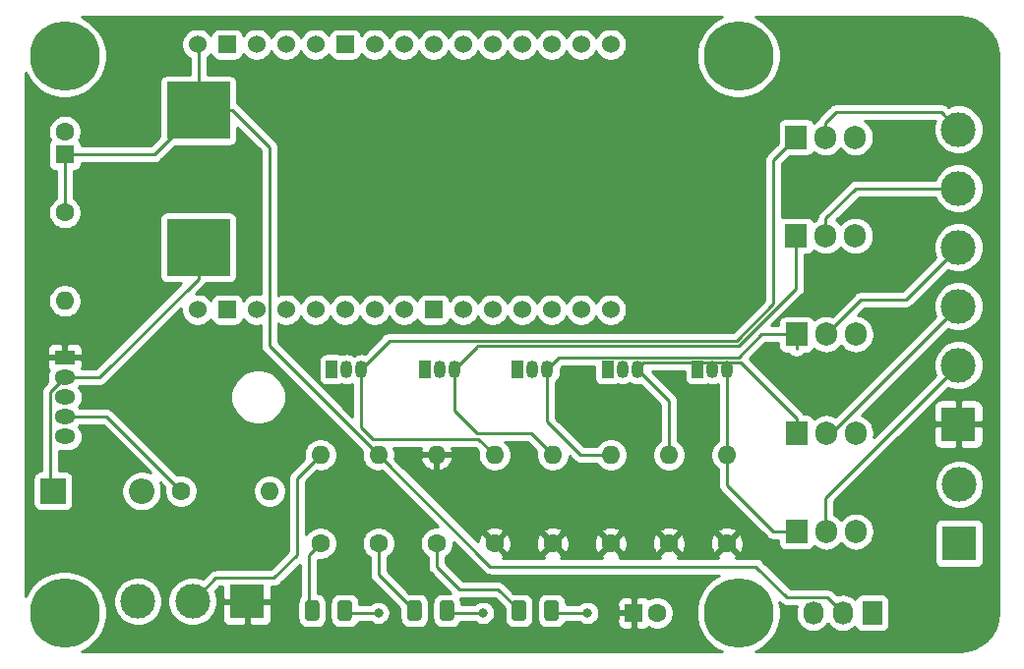
<source format=gbr>
%TF.GenerationSoftware,KiCad,Pcbnew,5.1.10-88a1d61d58~90~ubuntu20.04.1*%
%TF.CreationDate,2021-10-16T18:09:50-04:00*%
%TF.ProjectId,jrgbwww24,6a726762-7777-4773-9234-2e6b69636164,rev?*%
%TF.SameCoordinates,Original*%
%TF.FileFunction,Copper,L1,Top*%
%TF.FilePolarity,Positive*%
%FSLAX46Y46*%
G04 Gerber Fmt 4.6, Leading zero omitted, Abs format (unit mm)*
G04 Created by KiCad (PCBNEW 5.1.10-88a1d61d58~90~ubuntu20.04.1) date 2021-10-16 18:09:50*
%MOMM*%
%LPD*%
G01*
G04 APERTURE LIST*
%TA.AperFunction,ComponentPad*%
%ADD10O,1.050000X1.500000*%
%TD*%
%TA.AperFunction,ComponentPad*%
%ADD11R,1.050000X1.500000*%
%TD*%
%TA.AperFunction,ComponentPad*%
%ADD12O,1.730000X2.030000*%
%TD*%
%TA.AperFunction,ComponentPad*%
%ADD13R,1.730000X2.030000*%
%TD*%
%TA.AperFunction,ComponentPad*%
%ADD14O,1.800000X1.275000*%
%TD*%
%TA.AperFunction,ComponentPad*%
%ADD15R,1.800000X1.275000*%
%TD*%
%TA.AperFunction,ComponentPad*%
%ADD16C,3.000000*%
%TD*%
%TA.AperFunction,ComponentPad*%
%ADD17R,3.000000X3.000000*%
%TD*%
%TA.AperFunction,ComponentPad*%
%ADD18O,1.600000X1.600000*%
%TD*%
%TA.AperFunction,ComponentPad*%
%ADD19C,1.600000*%
%TD*%
%TA.AperFunction,SMDPad,CuDef*%
%ADD20R,5.400000X4.900000*%
%TD*%
%TA.AperFunction,ComponentPad*%
%ADD21O,2.200000X2.200000*%
%TD*%
%TA.AperFunction,ComponentPad*%
%ADD22R,2.200000X2.200000*%
%TD*%
%TA.AperFunction,ComponentPad*%
%ADD23R,1.600000X1.600000*%
%TD*%
%TA.AperFunction,ComponentPad*%
%ADD24O,1.905000X2.000000*%
%TD*%
%TA.AperFunction,ComponentPad*%
%ADD25R,1.905000X2.000000*%
%TD*%
%TA.AperFunction,ComponentPad*%
%ADD26C,6.000000*%
%TD*%
%TA.AperFunction,ComponentPad*%
%ADD27C,1.524000*%
%TD*%
%TA.AperFunction,ComponentPad*%
%ADD28R,1.524000X1.524000*%
%TD*%
%TA.AperFunction,ViaPad*%
%ADD29C,0.800000*%
%TD*%
%TA.AperFunction,Conductor*%
%ADD30C,0.250000*%
%TD*%
%TA.AperFunction,Conductor*%
%ADD31C,0.254000*%
%TD*%
%TA.AperFunction,Conductor*%
%ADD32C,0.100000*%
%TD*%
G04 APERTURE END LIST*
D10*
%TO.P,Q5,2*%
%TO.N,/WW_SIGNAL*%
X118270000Y-91000000D03*
%TO.P,Q5,3*%
%TO.N,Net-(Q10-Pad1)*%
X119540000Y-91000000D03*
D11*
%TO.P,Q5,1*%
%TO.N,Earth*%
X117000000Y-91000000D03*
%TD*%
D10*
%TO.P,Q4,2*%
%TO.N,/CW_SIGNAL*%
X126270000Y-91000000D03*
%TO.P,Q4,3*%
%TO.N,Net-(Q4-Pad3)*%
X127540000Y-91000000D03*
D11*
%TO.P,Q4,1*%
%TO.N,Earth*%
X125000000Y-91000000D03*
%TD*%
D10*
%TO.P,Q3,2*%
%TO.N,/B_SIGNAL*%
X134270000Y-91000000D03*
%TO.P,Q3,3*%
%TO.N,Net-(Q3-Pad3)*%
X135540000Y-91000000D03*
D11*
%TO.P,Q3,1*%
%TO.N,Earth*%
X133000000Y-91000000D03*
%TD*%
D10*
%TO.P,Q2,2*%
%TO.N,/G_SIGNAL*%
X142000000Y-91000000D03*
%TO.P,Q2,3*%
%TO.N,Net-(Q2-Pad3)*%
X143270000Y-91000000D03*
D11*
%TO.P,Q2,1*%
%TO.N,Earth*%
X140730000Y-91000000D03*
%TD*%
D10*
%TO.P,Q1,2*%
%TO.N,/R_SIGNAL*%
X149770000Y-91000000D03*
%TO.P,Q1,3*%
%TO.N,Net-(Q1-Pad3)*%
X151040000Y-91000000D03*
D11*
%TO.P,Q1,1*%
%TO.N,Earth*%
X148500000Y-91000000D03*
%TD*%
D12*
%TO.P,J3,3*%
%TO.N,Net-(J3-Pad3)*%
X158420000Y-112000000D03*
%TO.P,J3,2*%
%TO.N,+5V*%
X160960000Y-112000000D03*
D13*
%TO.P,J3,1*%
%TO.N,Earth*%
X163500000Y-112000000D03*
%TD*%
D14*
%TO.P,U2,5*%
%TO.N,Earth*%
X94000000Y-96800000D03*
%TO.P,U2,4*%
%TO.N,Net-(R10-Pad1)*%
X94000000Y-95100000D03*
%TO.P,U2,3*%
%TO.N,Earth*%
X94000000Y-93400000D03*
%TO.P,U2,2*%
%TO.N,Net-(D4-Pad1)*%
X94000000Y-91700000D03*
D15*
%TO.P,U2,1*%
%TO.N,+24V*%
X94000000Y-90000000D03*
%TD*%
D16*
%TO.P,SW1,3*%
%TO.N,Net-(SW1-Pad3)*%
X100300000Y-111000000D03*
%TO.P,SW1,2*%
%TO.N,VDD*%
X105000000Y-111000000D03*
D17*
%TO.P,SW1,1*%
%TO.N,+24V*%
X109700000Y-111000000D03*
%TD*%
D18*
%TO.P,R10,2*%
%TO.N,Earth*%
X111620000Y-101500000D03*
D19*
%TO.P,R10,1*%
%TO.N,Net-(R10-Pad1)*%
X104000000Y-101500000D03*
%TD*%
D18*
%TO.P,R9,2*%
%TO.N,Net-(R10-Pad1)*%
X94000000Y-85120000D03*
D19*
%TO.P,R9,1*%
%TO.N,+5V*%
X94000000Y-77500000D03*
%TD*%
D20*
%TO.P,L1,2*%
%TO.N,+5V*%
X105500000Y-68700000D03*
%TO.P,L1,1*%
%TO.N,Net-(D4-Pad1)*%
X105500000Y-80500000D03*
%TD*%
D16*
%TO.P,J1,2*%
%TO.N,VDD*%
X171000000Y-100920000D03*
D17*
%TO.P,J1,1*%
%TO.N,Earth*%
X171000000Y-106000000D03*
%TD*%
D21*
%TO.P,D4,2*%
%TO.N,Earth*%
X100620000Y-101500000D03*
D22*
%TO.P,D4,1*%
%TO.N,Net-(D4-Pad1)*%
X93000000Y-101500000D03*
%TD*%
D19*
%TO.P,C2,2*%
%TO.N,Earth*%
X94000000Y-70500000D03*
D23*
%TO.P,C2,1*%
%TO.N,+5V*%
X94000000Y-72500000D03*
%TD*%
D19*
%TO.P,C1,2*%
%TO.N,Earth*%
X145000000Y-112000000D03*
D23*
%TO.P,C1,1*%
%TO.N,+24V*%
X143000000Y-112000000D03*
%TD*%
D24*
%TO.P,Q8,3*%
%TO.N,Earth*%
X162080000Y-88000000D03*
%TO.P,Q8,2*%
%TO.N,/B_GND*%
X159540000Y-88000000D03*
D25*
%TO.P,Q8,1*%
%TO.N,Net-(Q3-Pad3)*%
X157000000Y-88000000D03*
%TD*%
D24*
%TO.P,Q7,3*%
%TO.N,Earth*%
X162080000Y-96500000D03*
%TO.P,Q7,2*%
%TO.N,/G_GND*%
X159540000Y-96500000D03*
D25*
%TO.P,Q7,1*%
%TO.N,Net-(Q2-Pad3)*%
X157000000Y-96500000D03*
%TD*%
D24*
%TO.P,Q10,3*%
%TO.N,Earth*%
X162040000Y-71000000D03*
%TO.P,Q10,2*%
%TO.N,/WW_GND*%
X159500000Y-71000000D03*
D25*
%TO.P,Q10,1*%
%TO.N,Net-(Q10-Pad1)*%
X156960000Y-71000000D03*
%TD*%
D24*
%TO.P,Q9,3*%
%TO.N,Earth*%
X162040000Y-79500000D03*
%TO.P,Q9,2*%
%TO.N,/CW_GND*%
X159500000Y-79500000D03*
D25*
%TO.P,Q9,1*%
%TO.N,Net-(Q4-Pad3)*%
X156960000Y-79500000D03*
%TD*%
D24*
%TO.P,Q6,3*%
%TO.N,Earth*%
X162080000Y-105000000D03*
%TO.P,Q6,2*%
%TO.N,/R_GND*%
X159540000Y-105000000D03*
D25*
%TO.P,Q6,1*%
%TO.N,Net-(Q1-Pad3)*%
X157000000Y-105000000D03*
%TD*%
D26*
%TO.P,REF\u002A\u002A,1*%
%TO.N,N/C*%
X152000000Y-64000000D03*
%TD*%
%TO.P,REF\u002A\u002A,1*%
%TO.N,N/C*%
X152000000Y-112000000D03*
%TD*%
%TO.P,REF\u002A\u002A,1*%
%TO.N,N/C*%
X94000000Y-112000000D03*
%TD*%
%TO.P,REF\u002A\u002A,1*%
%TO.N,N/C*%
X94000000Y-64000000D03*
%TD*%
D27*
%TO.P,U1,30*%
%TO.N,Net-(U1-Pad30)*%
X105440000Y-85860000D03*
D28*
%TO.P,U1,29*%
%TO.N,Earth*%
X107980000Y-85860000D03*
D27*
%TO.P,U1,28*%
%TO.N,N/C*%
X110520000Y-85860000D03*
%TO.P,U1,27*%
%TO.N,Net-(U1-Pad27)*%
X113060000Y-85860000D03*
%TO.P,U1,26*%
%TO.N,/WW_SIGNAL*%
X115600000Y-85860000D03*
%TO.P,U1,25*%
%TO.N,/CW_SIGNAL*%
X118140000Y-85860000D03*
%TO.P,U1,24*%
%TO.N,/B_SIGNAL*%
X120680000Y-85860000D03*
%TO.P,U1,23*%
%TO.N,/G_SIGNAL*%
X123220000Y-85860000D03*
D28*
%TO.P,U1,22*%
%TO.N,Earth*%
X125760000Y-85860000D03*
D27*
%TO.P,U1,21*%
%TO.N,Net-(U1-Pad21)*%
X128300000Y-85860000D03*
%TO.P,U1,20*%
%TO.N,Net-(U1-Pad20)*%
X130840000Y-85860000D03*
%TO.P,U1,19*%
%TO.N,Net-(U1-Pad19)*%
X133380000Y-85860000D03*
%TO.P,U1,18*%
%TO.N,/R_SIGNAL*%
X135920000Y-85860000D03*
%TO.P,U1,17*%
%TO.N,Net-(U1-Pad17)*%
X138460000Y-85860000D03*
%TO.P,U1,16*%
%TO.N,Net-(U1-Pad16)*%
X141000000Y-85860000D03*
%TO.P,U1,15*%
%TO.N,+5V*%
X105440000Y-63000000D03*
D28*
%TO.P,U1,14*%
%TO.N,Earth*%
X107980000Y-63000000D03*
D27*
%TO.P,U1,13*%
%TO.N,Net-(U1-Pad13)*%
X110520000Y-63000000D03*
%TO.P,U1,12*%
%TO.N,Net-(U1-Pad12)*%
X113060000Y-63000000D03*
%TO.P,U1,11*%
%TO.N,Net-(U1-Pad11)*%
X115600000Y-63000000D03*
D28*
%TO.P,U1,10*%
%TO.N,Earth*%
X118140000Y-63000000D03*
D27*
%TO.P,U1,9*%
%TO.N,Net-(U1-Pad9)*%
X120680000Y-63000000D03*
%TO.P,U1,8*%
%TO.N,Net-(U1-Pad8)*%
X123220000Y-63000000D03*
%TO.P,U1,7*%
%TO.N,Net-(U1-Pad7)*%
X125760000Y-63000000D03*
%TO.P,U1,6*%
%TO.N,Net-(U1-Pad6)*%
X128300000Y-63000000D03*
%TO.P,U1,5*%
%TO.N,Net-(U1-Pad5)*%
X130840000Y-63000000D03*
%TO.P,U1,4*%
%TO.N,Net-(U1-Pad4)*%
X133380000Y-63000000D03*
%TO.P,U1,3*%
%TO.N,Net-(U1-Pad3)*%
X135920000Y-63000000D03*
%TO.P,U1,2*%
%TO.N,Net-(U1-Pad2)*%
X138460000Y-63000000D03*
%TO.P,U1,1*%
%TO.N,Net-(U1-Pad1)*%
X141000000Y-63000000D03*
%TD*%
D18*
%TO.P,R8,2*%
%TO.N,+24V*%
X126000000Y-98380000D03*
D19*
%TO.P,R8,1*%
%TO.N,Net-(D3-Pad2)*%
X126000000Y-106000000D03*
%TD*%
D18*
%TO.P,R7,2*%
%TO.N,+5V*%
X121000000Y-98380000D03*
D19*
%TO.P,R7,1*%
%TO.N,Net-(D2-Pad2)*%
X121000000Y-106000000D03*
%TD*%
D18*
%TO.P,R6,2*%
%TO.N,VDD*%
X116000000Y-98380000D03*
D19*
%TO.P,R6,1*%
%TO.N,Net-(D1-Pad2)*%
X116000000Y-106000000D03*
%TD*%
D18*
%TO.P,R5,2*%
%TO.N,Net-(Q10-Pad1)*%
X131000000Y-98380000D03*
D19*
%TO.P,R5,1*%
%TO.N,+24V*%
X131000000Y-106000000D03*
%TD*%
D18*
%TO.P,R4,2*%
%TO.N,Net-(Q4-Pad3)*%
X136000000Y-98380000D03*
D19*
%TO.P,R4,1*%
%TO.N,+24V*%
X136000000Y-106000000D03*
%TD*%
D18*
%TO.P,R3,2*%
%TO.N,Net-(Q3-Pad3)*%
X141000000Y-98380000D03*
D19*
%TO.P,R3,1*%
%TO.N,+24V*%
X141000000Y-106000000D03*
%TD*%
D18*
%TO.P,R2,2*%
%TO.N,Net-(Q2-Pad3)*%
X146000000Y-98380000D03*
D19*
%TO.P,R2,1*%
%TO.N,+24V*%
X146000000Y-106000000D03*
%TD*%
D18*
%TO.P,R1,2*%
%TO.N,Net-(Q1-Pad3)*%
X151000000Y-98380000D03*
D19*
%TO.P,R1,1*%
%TO.N,+24V*%
X151000000Y-106000000D03*
%TD*%
D16*
%TO.P,J2,6*%
%TO.N,/WW_GND*%
X170925300Y-70330600D03*
%TO.P,J2,5*%
%TO.N,/CW_GND*%
X170925300Y-75410600D03*
%TO.P,J2,4*%
%TO.N,/B_GND*%
X170925300Y-80490600D03*
D17*
%TO.P,J2,1*%
%TO.N,+24V*%
X170925300Y-95730600D03*
D16*
%TO.P,J2,3*%
%TO.N,/G_GND*%
X170925300Y-85570600D03*
%TO.P,J2,2*%
%TO.N,/R_GND*%
X170925300Y-90650600D03*
%TD*%
%TO.P,D3,2*%
%TO.N,Net-(D3-Pad2)*%
%TA.AperFunction,SMDPad,CuDef*%
G36*
G01*
X133725000Y-111175000D02*
X133725000Y-112425000D01*
G75*
G02*
X133475000Y-112675000I-250000J0D01*
G01*
X132725000Y-112675000D01*
G75*
G02*
X132475000Y-112425000I0J250000D01*
G01*
X132475000Y-111175000D01*
G75*
G02*
X132725000Y-110925000I250000J0D01*
G01*
X133475000Y-110925000D01*
G75*
G02*
X133725000Y-111175000I0J-250000D01*
G01*
G37*
%TD.AperFunction*%
%TO.P,D3,1*%
%TO.N,Earth*%
%TA.AperFunction,SMDPad,CuDef*%
G36*
G01*
X136525000Y-111175000D02*
X136525000Y-112425000D01*
G75*
G02*
X136275000Y-112675000I-250000J0D01*
G01*
X135525000Y-112675000D01*
G75*
G02*
X135275000Y-112425000I0J250000D01*
G01*
X135275000Y-111175000D01*
G75*
G02*
X135525000Y-110925000I250000J0D01*
G01*
X136275000Y-110925000D01*
G75*
G02*
X136525000Y-111175000I0J-250000D01*
G01*
G37*
%TD.AperFunction*%
%TD*%
%TO.P,D2,2*%
%TO.N,Net-(D2-Pad2)*%
%TA.AperFunction,SMDPad,CuDef*%
G36*
G01*
X124725000Y-111175000D02*
X124725000Y-112425000D01*
G75*
G02*
X124475000Y-112675000I-250000J0D01*
G01*
X123725000Y-112675000D01*
G75*
G02*
X123475000Y-112425000I0J250000D01*
G01*
X123475000Y-111175000D01*
G75*
G02*
X123725000Y-110925000I250000J0D01*
G01*
X124475000Y-110925000D01*
G75*
G02*
X124725000Y-111175000I0J-250000D01*
G01*
G37*
%TD.AperFunction*%
%TO.P,D2,1*%
%TO.N,Earth*%
%TA.AperFunction,SMDPad,CuDef*%
G36*
G01*
X127525000Y-111175000D02*
X127525000Y-112425000D01*
G75*
G02*
X127275000Y-112675000I-250000J0D01*
G01*
X126525000Y-112675000D01*
G75*
G02*
X126275000Y-112425000I0J250000D01*
G01*
X126275000Y-111175000D01*
G75*
G02*
X126525000Y-110925000I250000J0D01*
G01*
X127275000Y-110925000D01*
G75*
G02*
X127525000Y-111175000I0J-250000D01*
G01*
G37*
%TD.AperFunction*%
%TD*%
%TO.P,D1,2*%
%TO.N,Net-(D1-Pad2)*%
%TA.AperFunction,SMDPad,CuDef*%
G36*
G01*
X115925000Y-111175000D02*
X115925000Y-112425000D01*
G75*
G02*
X115675000Y-112675000I-250000J0D01*
G01*
X114925000Y-112675000D01*
G75*
G02*
X114675000Y-112425000I0J250000D01*
G01*
X114675000Y-111175000D01*
G75*
G02*
X114925000Y-110925000I250000J0D01*
G01*
X115675000Y-110925000D01*
G75*
G02*
X115925000Y-111175000I0J-250000D01*
G01*
G37*
%TD.AperFunction*%
%TO.P,D1,1*%
%TO.N,Earth*%
%TA.AperFunction,SMDPad,CuDef*%
G36*
G01*
X118725000Y-111175000D02*
X118725000Y-112425000D01*
G75*
G02*
X118475000Y-112675000I-250000J0D01*
G01*
X117725000Y-112675000D01*
G75*
G02*
X117475000Y-112425000I0J250000D01*
G01*
X117475000Y-111175000D01*
G75*
G02*
X117725000Y-110925000I250000J0D01*
G01*
X118475000Y-110925000D01*
G75*
G02*
X118725000Y-111175000I0J-250000D01*
G01*
G37*
%TD.AperFunction*%
%TD*%
D29*
%TO.N,Earth*%
X121000000Y-112000000D03*
X130000000Y-112000000D03*
X139000000Y-112000000D03*
%TD*%
D30*
%TO.N,Earth*%
X136100000Y-112000000D02*
X135900000Y-111800000D01*
X139000000Y-112000000D02*
X136100000Y-112000000D01*
X127100000Y-112000000D02*
X126900000Y-111800000D01*
X130000000Y-112000000D02*
X127100000Y-112000000D01*
X118300000Y-112000000D02*
X118100000Y-111800000D01*
X121000000Y-112000000D02*
X118300000Y-112000000D01*
%TO.N,+5V*%
X105500000Y-63060000D02*
X105440000Y-63000000D01*
X105500000Y-68700000D02*
X105500000Y-63060000D01*
X103200000Y-71000000D02*
X105500000Y-68700000D01*
X111607001Y-88987001D02*
X121000000Y-98380000D01*
X111607001Y-71857001D02*
X111607001Y-88987001D01*
X108450000Y-68700000D02*
X111607001Y-71857001D01*
X105500000Y-68700000D02*
X108450000Y-68700000D01*
X160960000Y-112000000D02*
X160960000Y-111960000D01*
X94000000Y-77500000D02*
X94000000Y-72500000D01*
X101700000Y-72500000D02*
X105500000Y-68700000D01*
X94000000Y-72500000D02*
X101700000Y-72500000D01*
X121000000Y-98380000D02*
X130620000Y-108000000D01*
X130620000Y-108000000D02*
X153500000Y-108000000D01*
X159619990Y-110659990D02*
X160960000Y-112000000D01*
X156159990Y-110659990D02*
X159619990Y-110659990D01*
X153500000Y-108000000D02*
X156159990Y-110659990D01*
%TO.N,Net-(D1-Pad2)*%
X116000000Y-106000000D02*
X115000000Y-107000000D01*
X115000000Y-111500000D02*
X115300000Y-111800000D01*
X115000000Y-107000000D02*
X115000000Y-111500000D01*
%TO.N,Net-(D2-Pad2)*%
X121000000Y-108700000D02*
X124100000Y-111800000D01*
X121000000Y-106000000D02*
X121000000Y-108700000D01*
%TO.N,Net-(D3-Pad2)*%
X131300000Y-110000000D02*
X133100000Y-111800000D01*
X128000000Y-110000000D02*
X131300000Y-110000000D01*
X126000000Y-108000000D02*
X128000000Y-110000000D01*
X126000000Y-106000000D02*
X126000000Y-108000000D01*
%TO.N,/WW_GND*%
X159500000Y-71000000D02*
X159500000Y-70952500D01*
X169425301Y-68830601D02*
X170925300Y-70330600D01*
X160419399Y-68830601D02*
X169425301Y-68830601D01*
X159500000Y-69750000D02*
X160419399Y-68830601D01*
X159500000Y-71000000D02*
X159500000Y-69750000D01*
%TO.N,/CW_GND*%
X159500000Y-79500000D02*
X159500000Y-78000000D01*
X162089400Y-75410600D02*
X170925300Y-75410600D01*
X159500000Y-78000000D02*
X162089400Y-75410600D01*
%TO.N,/B_GND*%
X159540000Y-88000000D02*
X162540000Y-85000000D01*
X166415900Y-85000000D02*
X170925300Y-80490600D01*
X162540000Y-85000000D02*
X166415900Y-85000000D01*
%TO.N,/G_GND*%
X159995900Y-96500000D02*
X170925300Y-85570600D01*
X159500000Y-96500000D02*
X159995900Y-96500000D01*
%TO.N,/R_GND*%
X159500000Y-102075900D02*
X170925300Y-90650600D01*
X159500000Y-105000000D02*
X159500000Y-102075900D01*
%TO.N,Net-(Q1-Pad3)*%
X156960000Y-105000000D02*
X156500000Y-105000000D01*
%TO.N,Net-(Q10-Pad1)*%
X156960000Y-71000000D02*
X155000000Y-72960000D01*
X151813600Y-88549990D02*
X121950010Y-88549990D01*
X155000000Y-85363590D02*
X151813600Y-88549990D01*
X155000000Y-72960000D02*
X155000000Y-85363590D01*
%TO.N,VDD*%
X105000000Y-111000000D02*
X107000000Y-109000000D01*
X107000000Y-109000000D02*
X112000000Y-109000000D01*
X112000000Y-109000000D02*
X114000000Y-107000000D01*
X114000000Y-100380000D02*
X116000000Y-98380000D01*
X114000000Y-107000000D02*
X114000000Y-100380000D01*
%TO.N,Net-(Q1-Pad3)*%
X151000000Y-91500000D02*
X151000000Y-98380000D01*
X157000000Y-105000000D02*
X155000000Y-105000000D01*
X151000000Y-101000000D02*
X151000000Y-98380000D01*
X155000000Y-105000000D02*
X151000000Y-101000000D01*
%TO.N,Net-(Q2-Pad3)*%
X146000000Y-93730000D02*
X143270000Y-91000000D01*
X146000000Y-98380000D02*
X146000000Y-93730000D01*
X143845010Y-90424990D02*
X143270000Y-91000000D01*
X152174990Y-90424990D02*
X143845010Y-90424990D01*
X157000000Y-95250000D02*
X152174990Y-90424990D01*
X157000000Y-96500000D02*
X157000000Y-95250000D01*
%TO.N,Net-(Q3-Pad3)*%
X157000000Y-88000000D02*
X157000000Y-89250000D01*
X157000000Y-88000000D02*
X154000000Y-88000000D01*
X154000000Y-88000000D02*
X152025020Y-89974980D01*
X152025020Y-89974980D02*
X136525020Y-89974980D01*
X136525020Y-90014980D02*
X135540000Y-91000000D01*
X136525020Y-89974980D02*
X136525020Y-90014980D01*
X141000000Y-98380000D02*
X138380000Y-98380000D01*
X135540000Y-95540000D02*
X135540000Y-91000000D01*
X138380000Y-98380000D02*
X135540000Y-95540000D01*
%TO.N,Net-(Q10-Pad1)*%
X119540000Y-96040000D02*
X119540000Y-91000000D01*
X120500000Y-97000000D02*
X119540000Y-96040000D01*
X129620000Y-97000000D02*
X120500000Y-97000000D01*
X131000000Y-98380000D02*
X129620000Y-97000000D01*
X121950010Y-88589990D02*
X119540000Y-91000000D01*
X121950010Y-88549990D02*
X121950010Y-88589990D01*
%TO.N,Net-(Q4-Pad3)*%
X156960000Y-79500000D02*
X156960000Y-84040000D01*
X152000000Y-89000000D02*
X129500000Y-89000000D01*
X156960000Y-84040000D02*
X152000000Y-89000000D01*
%TO.N,Net-(D4-Pad1)*%
X105500000Y-83200000D02*
X97000000Y-91700000D01*
X97000000Y-91700000D02*
X94000000Y-91700000D01*
X105500000Y-80500000D02*
X105500000Y-83200000D01*
X92774990Y-92925010D02*
X94000000Y-91700000D01*
X92774990Y-101274990D02*
X92774990Y-92925010D01*
X93000000Y-101500000D02*
X92774990Y-101274990D01*
%TO.N,Net-(Q4-Pad3)*%
X136000000Y-98380000D02*
X134120000Y-96500000D01*
X134120000Y-96500000D02*
X129500000Y-96500000D01*
X127540000Y-94540000D02*
X127540000Y-91000000D01*
X129500000Y-96500000D02*
X127540000Y-94540000D01*
X129500000Y-89040000D02*
X127540000Y-91000000D01*
X129500000Y-89000000D02*
X129500000Y-89040000D01*
%TO.N,Net-(R10-Pad1)*%
X97600000Y-95100000D02*
X94000000Y-95100000D01*
X104000000Y-101500000D02*
X97600000Y-95100000D01*
%TD*%
D31*
%TO.N,+24V*%
X150278182Y-60778705D02*
X149682823Y-61176511D01*
X149176511Y-61682823D01*
X148778705Y-62278182D01*
X148504691Y-62939710D01*
X148365000Y-63641984D01*
X148365000Y-64358016D01*
X148504691Y-65060290D01*
X148778705Y-65721818D01*
X149176511Y-66317177D01*
X149682823Y-66823489D01*
X150278182Y-67221295D01*
X150939710Y-67495309D01*
X151641984Y-67635000D01*
X152358016Y-67635000D01*
X153060290Y-67495309D01*
X153721818Y-67221295D01*
X154317177Y-66823489D01*
X154823489Y-66317177D01*
X155221295Y-65721818D01*
X155495309Y-65060290D01*
X155635000Y-64358016D01*
X155635000Y-63641984D01*
X155495309Y-62939710D01*
X155221295Y-62278182D01*
X154823489Y-61682823D01*
X154317177Y-61176511D01*
X153721818Y-60778705D01*
X153435239Y-60660000D01*
X170967722Y-60660000D01*
X171648126Y-60726714D01*
X172271572Y-60914943D01*
X172846579Y-61220681D01*
X173351247Y-61632279D01*
X173766362Y-62134067D01*
X174076105Y-62706924D01*
X174268682Y-63329039D01*
X174340000Y-64007584D01*
X174340001Y-111967711D01*
X174273286Y-112648126D01*
X174085057Y-113271570D01*
X173779323Y-113846573D01*
X173367721Y-114351248D01*
X172865933Y-114766362D01*
X172293077Y-115076104D01*
X171670961Y-115268682D01*
X170992417Y-115340000D01*
X153435239Y-115340000D01*
X153721818Y-115221295D01*
X154317177Y-114823489D01*
X154823489Y-114317177D01*
X155221295Y-113721818D01*
X155495309Y-113060290D01*
X155635000Y-112358016D01*
X155635000Y-111641984D01*
X155527688Y-111102490D01*
X155596190Y-111170992D01*
X155619989Y-111199991D01*
X155648987Y-111223789D01*
X155735713Y-111294964D01*
X155842649Y-111352123D01*
X155867743Y-111365536D01*
X156011004Y-111408993D01*
X156122657Y-111419990D01*
X156122667Y-111419990D01*
X156159990Y-111423666D01*
X156197313Y-111419990D01*
X156982947Y-111419990D01*
X156941705Y-111555949D01*
X156920000Y-111776320D01*
X156920000Y-112223679D01*
X156941705Y-112444050D01*
X157027476Y-112726801D01*
X157166762Y-112987386D01*
X157354208Y-113215792D01*
X157582613Y-113403238D01*
X157843198Y-113542524D01*
X158125949Y-113628295D01*
X158420000Y-113657257D01*
X158714050Y-113628295D01*
X158996801Y-113542524D01*
X159257386Y-113403238D01*
X159485792Y-113215792D01*
X159673238Y-112987387D01*
X159690000Y-112956027D01*
X159706762Y-112987386D01*
X159894208Y-113215792D01*
X160122613Y-113403238D01*
X160383198Y-113542524D01*
X160665949Y-113628295D01*
X160960000Y-113657257D01*
X161254050Y-113628295D01*
X161536801Y-113542524D01*
X161797386Y-113403238D01*
X162025792Y-113215792D01*
X162030570Y-113209970D01*
X162045498Y-113259180D01*
X162104463Y-113369494D01*
X162183815Y-113466185D01*
X162280506Y-113545537D01*
X162390820Y-113604502D01*
X162510518Y-113640812D01*
X162635000Y-113653072D01*
X164365000Y-113653072D01*
X164489482Y-113640812D01*
X164609180Y-113604502D01*
X164719494Y-113545537D01*
X164816185Y-113466185D01*
X164895537Y-113369494D01*
X164954502Y-113259180D01*
X164990812Y-113139482D01*
X165003072Y-113015000D01*
X165003072Y-110985000D01*
X164990812Y-110860518D01*
X164954502Y-110740820D01*
X164895537Y-110630506D01*
X164816185Y-110533815D01*
X164719494Y-110454463D01*
X164609180Y-110395498D01*
X164489482Y-110359188D01*
X164365000Y-110346928D01*
X162635000Y-110346928D01*
X162510518Y-110359188D01*
X162390820Y-110395498D01*
X162280506Y-110454463D01*
X162183815Y-110533815D01*
X162104463Y-110630506D01*
X162045498Y-110740820D01*
X162030570Y-110790030D01*
X162025792Y-110784208D01*
X161797387Y-110596762D01*
X161536802Y-110457476D01*
X161254051Y-110371705D01*
X160960000Y-110342743D01*
X160665950Y-110371705D01*
X160466890Y-110432089D01*
X160183794Y-110148993D01*
X160159991Y-110119989D01*
X160044266Y-110025016D01*
X159912237Y-109954444D01*
X159768976Y-109910987D01*
X159657323Y-109899990D01*
X159657312Y-109899990D01*
X159619990Y-109896314D01*
X159582668Y-109899990D01*
X156474792Y-109899990D01*
X154063804Y-107489003D01*
X154040001Y-107459999D01*
X153924276Y-107365026D01*
X153792247Y-107294454D01*
X153648986Y-107250997D01*
X153537333Y-107240000D01*
X153537322Y-107240000D01*
X153500000Y-107236324D01*
X153462678Y-107240000D01*
X151735286Y-107240000D01*
X151741514Y-107236671D01*
X151813097Y-106992702D01*
X151000000Y-106179605D01*
X150186903Y-106992702D01*
X150258486Y-107236671D01*
X150265522Y-107240000D01*
X146735286Y-107240000D01*
X146741514Y-107236671D01*
X146813097Y-106992702D01*
X146000000Y-106179605D01*
X145186903Y-106992702D01*
X145258486Y-107236671D01*
X145265522Y-107240000D01*
X141735286Y-107240000D01*
X141741514Y-107236671D01*
X141813097Y-106992702D01*
X141000000Y-106179605D01*
X140186903Y-106992702D01*
X140258486Y-107236671D01*
X140265522Y-107240000D01*
X136735286Y-107240000D01*
X136741514Y-107236671D01*
X136813097Y-106992702D01*
X136000000Y-106179605D01*
X135186903Y-106992702D01*
X135258486Y-107236671D01*
X135265522Y-107240000D01*
X131735286Y-107240000D01*
X131741514Y-107236671D01*
X131813097Y-106992702D01*
X131000000Y-106179605D01*
X130985858Y-106193748D01*
X130806253Y-106014143D01*
X130820395Y-106000000D01*
X131179605Y-106000000D01*
X131992702Y-106813097D01*
X132236671Y-106741514D01*
X132357571Y-106486004D01*
X132426300Y-106211816D01*
X132433265Y-106070512D01*
X134559783Y-106070512D01*
X134601213Y-106350130D01*
X134696397Y-106616292D01*
X134763329Y-106741514D01*
X135007298Y-106813097D01*
X135820395Y-106000000D01*
X136179605Y-106000000D01*
X136992702Y-106813097D01*
X137236671Y-106741514D01*
X137357571Y-106486004D01*
X137426300Y-106211816D01*
X137433265Y-106070512D01*
X139559783Y-106070512D01*
X139601213Y-106350130D01*
X139696397Y-106616292D01*
X139763329Y-106741514D01*
X140007298Y-106813097D01*
X140820395Y-106000000D01*
X141179605Y-106000000D01*
X141992702Y-106813097D01*
X142236671Y-106741514D01*
X142357571Y-106486004D01*
X142426300Y-106211816D01*
X142433265Y-106070512D01*
X144559783Y-106070512D01*
X144601213Y-106350130D01*
X144696397Y-106616292D01*
X144763329Y-106741514D01*
X145007298Y-106813097D01*
X145820395Y-106000000D01*
X146179605Y-106000000D01*
X146992702Y-106813097D01*
X147236671Y-106741514D01*
X147357571Y-106486004D01*
X147426300Y-106211816D01*
X147433265Y-106070512D01*
X149559783Y-106070512D01*
X149601213Y-106350130D01*
X149696397Y-106616292D01*
X149763329Y-106741514D01*
X150007298Y-106813097D01*
X150820395Y-106000000D01*
X151179605Y-106000000D01*
X151992702Y-106813097D01*
X152236671Y-106741514D01*
X152357571Y-106486004D01*
X152426300Y-106211816D01*
X152440217Y-105929488D01*
X152398787Y-105649870D01*
X152303603Y-105383708D01*
X152236671Y-105258486D01*
X151992702Y-105186903D01*
X151179605Y-106000000D01*
X150820395Y-106000000D01*
X150007298Y-105186903D01*
X149763329Y-105258486D01*
X149642429Y-105513996D01*
X149573700Y-105788184D01*
X149559783Y-106070512D01*
X147433265Y-106070512D01*
X147440217Y-105929488D01*
X147398787Y-105649870D01*
X147303603Y-105383708D01*
X147236671Y-105258486D01*
X146992702Y-105186903D01*
X146179605Y-106000000D01*
X145820395Y-106000000D01*
X145007298Y-105186903D01*
X144763329Y-105258486D01*
X144642429Y-105513996D01*
X144573700Y-105788184D01*
X144559783Y-106070512D01*
X142433265Y-106070512D01*
X142440217Y-105929488D01*
X142398787Y-105649870D01*
X142303603Y-105383708D01*
X142236671Y-105258486D01*
X141992702Y-105186903D01*
X141179605Y-106000000D01*
X140820395Y-106000000D01*
X140007298Y-105186903D01*
X139763329Y-105258486D01*
X139642429Y-105513996D01*
X139573700Y-105788184D01*
X139559783Y-106070512D01*
X137433265Y-106070512D01*
X137440217Y-105929488D01*
X137398787Y-105649870D01*
X137303603Y-105383708D01*
X137236671Y-105258486D01*
X136992702Y-105186903D01*
X136179605Y-106000000D01*
X135820395Y-106000000D01*
X135007298Y-105186903D01*
X134763329Y-105258486D01*
X134642429Y-105513996D01*
X134573700Y-105788184D01*
X134559783Y-106070512D01*
X132433265Y-106070512D01*
X132440217Y-105929488D01*
X132398787Y-105649870D01*
X132303603Y-105383708D01*
X132236671Y-105258486D01*
X131992702Y-105186903D01*
X131179605Y-106000000D01*
X130820395Y-106000000D01*
X130007298Y-105186903D01*
X129763329Y-105258486D01*
X129642429Y-105513996D01*
X129573700Y-105788184D01*
X129569438Y-105874636D01*
X128702100Y-105007298D01*
X130186903Y-105007298D01*
X131000000Y-105820395D01*
X131813097Y-105007298D01*
X135186903Y-105007298D01*
X136000000Y-105820395D01*
X136813097Y-105007298D01*
X140186903Y-105007298D01*
X141000000Y-105820395D01*
X141813097Y-105007298D01*
X145186903Y-105007298D01*
X146000000Y-105820395D01*
X146813097Y-105007298D01*
X150186903Y-105007298D01*
X151000000Y-105820395D01*
X151813097Y-105007298D01*
X151741514Y-104763329D01*
X151486004Y-104642429D01*
X151211816Y-104573700D01*
X150929488Y-104559783D01*
X150649870Y-104601213D01*
X150383708Y-104696397D01*
X150258486Y-104763329D01*
X150186903Y-105007298D01*
X146813097Y-105007298D01*
X146741514Y-104763329D01*
X146486004Y-104642429D01*
X146211816Y-104573700D01*
X145929488Y-104559783D01*
X145649870Y-104601213D01*
X145383708Y-104696397D01*
X145258486Y-104763329D01*
X145186903Y-105007298D01*
X141813097Y-105007298D01*
X141741514Y-104763329D01*
X141486004Y-104642429D01*
X141211816Y-104573700D01*
X140929488Y-104559783D01*
X140649870Y-104601213D01*
X140383708Y-104696397D01*
X140258486Y-104763329D01*
X140186903Y-105007298D01*
X136813097Y-105007298D01*
X136741514Y-104763329D01*
X136486004Y-104642429D01*
X136211816Y-104573700D01*
X135929488Y-104559783D01*
X135649870Y-104601213D01*
X135383708Y-104696397D01*
X135258486Y-104763329D01*
X135186903Y-105007298D01*
X131813097Y-105007298D01*
X131741514Y-104763329D01*
X131486004Y-104642429D01*
X131211816Y-104573700D01*
X130929488Y-104559783D01*
X130649870Y-104601213D01*
X130383708Y-104696397D01*
X130258486Y-104763329D01*
X130186903Y-105007298D01*
X128702100Y-105007298D01*
X122423842Y-98729040D01*
X124608091Y-98729040D01*
X124702930Y-98993881D01*
X124847615Y-99235131D01*
X125036586Y-99443519D01*
X125262580Y-99611037D01*
X125516913Y-99731246D01*
X125650961Y-99771904D01*
X125873000Y-99649915D01*
X125873000Y-98507000D01*
X126127000Y-98507000D01*
X126127000Y-99649915D01*
X126349039Y-99771904D01*
X126483087Y-99731246D01*
X126737420Y-99611037D01*
X126963414Y-99443519D01*
X127152385Y-99235131D01*
X127297070Y-98993881D01*
X127391909Y-98729040D01*
X127270624Y-98507000D01*
X126127000Y-98507000D01*
X125873000Y-98507000D01*
X124729376Y-98507000D01*
X124608091Y-98729040D01*
X122423842Y-98729040D01*
X122398688Y-98703887D01*
X122435000Y-98521335D01*
X122435000Y-98238665D01*
X122379853Y-97961426D01*
X122296420Y-97760000D01*
X124706600Y-97760000D01*
X124702930Y-97766119D01*
X124608091Y-98030960D01*
X124729376Y-98253000D01*
X125873000Y-98253000D01*
X125873000Y-98233000D01*
X126127000Y-98233000D01*
X126127000Y-98253000D01*
X127270624Y-98253000D01*
X127391909Y-98030960D01*
X127297070Y-97766119D01*
X127293400Y-97760000D01*
X129305199Y-97760000D01*
X129601312Y-98056114D01*
X129565000Y-98238665D01*
X129565000Y-98521335D01*
X129620147Y-98798574D01*
X129728320Y-99059727D01*
X129885363Y-99294759D01*
X130085241Y-99494637D01*
X130320273Y-99651680D01*
X130581426Y-99759853D01*
X130858665Y-99815000D01*
X131141335Y-99815000D01*
X131418574Y-99759853D01*
X131679727Y-99651680D01*
X131914759Y-99494637D01*
X132114637Y-99294759D01*
X132271680Y-99059727D01*
X132379853Y-98798574D01*
X132435000Y-98521335D01*
X132435000Y-98238665D01*
X132379853Y-97961426D01*
X132271680Y-97700273D01*
X132114637Y-97465241D01*
X131914759Y-97265363D01*
X131906733Y-97260000D01*
X133805199Y-97260000D01*
X134601312Y-98056114D01*
X134565000Y-98238665D01*
X134565000Y-98521335D01*
X134620147Y-98798574D01*
X134728320Y-99059727D01*
X134885363Y-99294759D01*
X135085241Y-99494637D01*
X135320273Y-99651680D01*
X135581426Y-99759853D01*
X135858665Y-99815000D01*
X136141335Y-99815000D01*
X136418574Y-99759853D01*
X136679727Y-99651680D01*
X136914759Y-99494637D01*
X137114637Y-99294759D01*
X137271680Y-99059727D01*
X137379853Y-98798574D01*
X137435000Y-98521335D01*
X137435000Y-98509802D01*
X137816200Y-98891002D01*
X137839999Y-98920001D01*
X137868997Y-98943799D01*
X137955724Y-99014974D01*
X138087753Y-99085546D01*
X138231014Y-99129003D01*
X138380000Y-99143677D01*
X138417333Y-99140000D01*
X139781957Y-99140000D01*
X139885363Y-99294759D01*
X140085241Y-99494637D01*
X140320273Y-99651680D01*
X140581426Y-99759853D01*
X140858665Y-99815000D01*
X141141335Y-99815000D01*
X141418574Y-99759853D01*
X141679727Y-99651680D01*
X141914759Y-99494637D01*
X142114637Y-99294759D01*
X142271680Y-99059727D01*
X142379853Y-98798574D01*
X142435000Y-98521335D01*
X142435000Y-98238665D01*
X142379853Y-97961426D01*
X142271680Y-97700273D01*
X142114637Y-97465241D01*
X141914759Y-97265363D01*
X141679727Y-97108320D01*
X141418574Y-97000147D01*
X141141335Y-96945000D01*
X140858665Y-96945000D01*
X140581426Y-97000147D01*
X140320273Y-97108320D01*
X140085241Y-97265363D01*
X139885363Y-97465241D01*
X139781957Y-97620000D01*
X138694802Y-97620000D01*
X136300000Y-95225199D01*
X136300000Y-92101909D01*
X136364212Y-92049212D01*
X136509171Y-91872579D01*
X136616885Y-91671059D01*
X136683215Y-91452399D01*
X136700000Y-91281978D01*
X136700000Y-90914802D01*
X136879822Y-90734980D01*
X139566928Y-90734980D01*
X139566928Y-91750000D01*
X139579188Y-91874482D01*
X139615498Y-91994180D01*
X139674463Y-92104494D01*
X139753815Y-92201185D01*
X139850506Y-92280537D01*
X139960820Y-92339502D01*
X140080518Y-92375812D01*
X140205000Y-92388072D01*
X141255000Y-92388072D01*
X141379482Y-92375812D01*
X141499180Y-92339502D01*
X141563902Y-92304907D01*
X141772601Y-92368215D01*
X142000000Y-92390612D01*
X142227400Y-92368215D01*
X142446060Y-92301885D01*
X142635001Y-92200894D01*
X142823941Y-92301885D01*
X143042601Y-92368215D01*
X143270000Y-92390612D01*
X143497400Y-92368215D01*
X143548049Y-92352851D01*
X145240001Y-94044803D01*
X145240000Y-97161956D01*
X145085241Y-97265363D01*
X144885363Y-97465241D01*
X144728320Y-97700273D01*
X144620147Y-97961426D01*
X144565000Y-98238665D01*
X144565000Y-98521335D01*
X144620147Y-98798574D01*
X144728320Y-99059727D01*
X144885363Y-99294759D01*
X145085241Y-99494637D01*
X145320273Y-99651680D01*
X145581426Y-99759853D01*
X145858665Y-99815000D01*
X146141335Y-99815000D01*
X146418574Y-99759853D01*
X146679727Y-99651680D01*
X146914759Y-99494637D01*
X147114637Y-99294759D01*
X147271680Y-99059727D01*
X147379853Y-98798574D01*
X147435000Y-98521335D01*
X147435000Y-98238665D01*
X147379853Y-97961426D01*
X147271680Y-97700273D01*
X147114637Y-97465241D01*
X146914759Y-97265363D01*
X146760000Y-97161957D01*
X146760000Y-93767322D01*
X146763676Y-93729999D01*
X146760000Y-93692676D01*
X146760000Y-93692667D01*
X146749003Y-93581014D01*
X146705546Y-93437753D01*
X146658259Y-93349286D01*
X146634974Y-93305723D01*
X146563799Y-93218997D01*
X146540001Y-93189999D01*
X146511003Y-93166201D01*
X144529791Y-91184990D01*
X147336928Y-91184990D01*
X147336928Y-91750000D01*
X147349188Y-91874482D01*
X147385498Y-91994180D01*
X147444463Y-92104494D01*
X147523815Y-92201185D01*
X147620506Y-92280537D01*
X147730820Y-92339502D01*
X147850518Y-92375812D01*
X147975000Y-92388072D01*
X149025000Y-92388072D01*
X149149482Y-92375812D01*
X149269180Y-92339502D01*
X149333902Y-92304907D01*
X149542601Y-92368215D01*
X149770000Y-92390612D01*
X149997400Y-92368215D01*
X150216060Y-92301885D01*
X150240000Y-92289089D01*
X150240001Y-97161956D01*
X150085241Y-97265363D01*
X149885363Y-97465241D01*
X149728320Y-97700273D01*
X149620147Y-97961426D01*
X149565000Y-98238665D01*
X149565000Y-98521335D01*
X149620147Y-98798574D01*
X149728320Y-99059727D01*
X149885363Y-99294759D01*
X150085241Y-99494637D01*
X150240001Y-99598044D01*
X150240000Y-100962677D01*
X150236324Y-101000000D01*
X150240000Y-101037322D01*
X150240000Y-101037332D01*
X150250997Y-101148985D01*
X150289220Y-101274990D01*
X150294454Y-101292246D01*
X150365026Y-101424276D01*
X150404871Y-101472826D01*
X150459999Y-101540001D01*
X150489003Y-101563804D01*
X154436201Y-105511003D01*
X154459999Y-105540001D01*
X154575724Y-105634974D01*
X154707753Y-105705546D01*
X154851014Y-105749003D01*
X154962667Y-105760000D01*
X154962676Y-105760000D01*
X154999999Y-105763676D01*
X155037322Y-105760000D01*
X155409428Y-105760000D01*
X155409428Y-106000000D01*
X155421688Y-106124482D01*
X155457998Y-106244180D01*
X155516963Y-106354494D01*
X155596315Y-106451185D01*
X155693006Y-106530537D01*
X155803320Y-106589502D01*
X155923018Y-106625812D01*
X156047500Y-106638072D01*
X157952500Y-106638072D01*
X158076982Y-106625812D01*
X158196680Y-106589502D01*
X158306994Y-106530537D01*
X158403685Y-106451185D01*
X158483037Y-106354494D01*
X158527905Y-106270553D01*
X158653766Y-106373845D01*
X158929552Y-106521255D01*
X159228797Y-106612030D01*
X159540000Y-106642681D01*
X159851204Y-106612030D01*
X160150449Y-106521255D01*
X160426235Y-106373845D01*
X160667963Y-106175463D01*
X160810000Y-106002391D01*
X160952037Y-106175463D01*
X161193766Y-106373845D01*
X161469552Y-106521255D01*
X161768797Y-106612030D01*
X162080000Y-106642681D01*
X162391204Y-106612030D01*
X162690449Y-106521255D01*
X162966235Y-106373845D01*
X163207963Y-106175463D01*
X163406345Y-105933734D01*
X163553755Y-105657948D01*
X163644530Y-105358703D01*
X163667500Y-105125485D01*
X163667500Y-104874514D01*
X163644530Y-104641296D01*
X163601669Y-104500000D01*
X168861928Y-104500000D01*
X168861928Y-107500000D01*
X168874188Y-107624482D01*
X168910498Y-107744180D01*
X168969463Y-107854494D01*
X169048815Y-107951185D01*
X169145506Y-108030537D01*
X169255820Y-108089502D01*
X169375518Y-108125812D01*
X169500000Y-108138072D01*
X172500000Y-108138072D01*
X172624482Y-108125812D01*
X172744180Y-108089502D01*
X172854494Y-108030537D01*
X172951185Y-107951185D01*
X173030537Y-107854494D01*
X173089502Y-107744180D01*
X173125812Y-107624482D01*
X173138072Y-107500000D01*
X173138072Y-104500000D01*
X173125812Y-104375518D01*
X173089502Y-104255820D01*
X173030537Y-104145506D01*
X172951185Y-104048815D01*
X172854494Y-103969463D01*
X172744180Y-103910498D01*
X172624482Y-103874188D01*
X172500000Y-103861928D01*
X169500000Y-103861928D01*
X169375518Y-103874188D01*
X169255820Y-103910498D01*
X169145506Y-103969463D01*
X169048815Y-104048815D01*
X168969463Y-104145506D01*
X168910498Y-104255820D01*
X168874188Y-104375518D01*
X168861928Y-104500000D01*
X163601669Y-104500000D01*
X163553755Y-104342051D01*
X163406345Y-104066265D01*
X163207963Y-103824537D01*
X162966234Y-103626155D01*
X162690448Y-103478745D01*
X162391203Y-103387970D01*
X162080000Y-103357319D01*
X161768796Y-103387970D01*
X161469551Y-103478745D01*
X161193765Y-103626155D01*
X160952037Y-103824537D01*
X160810000Y-103997609D01*
X160667963Y-103824537D01*
X160426234Y-103626155D01*
X160260000Y-103537301D01*
X160260000Y-102390701D01*
X161940980Y-100709721D01*
X168865000Y-100709721D01*
X168865000Y-101130279D01*
X168947047Y-101542756D01*
X169107988Y-101931302D01*
X169341637Y-102280983D01*
X169639017Y-102578363D01*
X169988698Y-102812012D01*
X170377244Y-102972953D01*
X170789721Y-103055000D01*
X171210279Y-103055000D01*
X171622756Y-102972953D01*
X172011302Y-102812012D01*
X172360983Y-102578363D01*
X172658363Y-102280983D01*
X172892012Y-101931302D01*
X173052953Y-101542756D01*
X173135000Y-101130279D01*
X173135000Y-100709721D01*
X173052953Y-100297244D01*
X172892012Y-99908698D01*
X172658363Y-99559017D01*
X172360983Y-99261637D01*
X172011302Y-99027988D01*
X171622756Y-98867047D01*
X171210279Y-98785000D01*
X170789721Y-98785000D01*
X170377244Y-98867047D01*
X169988698Y-99027988D01*
X169639017Y-99261637D01*
X169341637Y-99559017D01*
X169107988Y-99908698D01*
X168947047Y-100297244D01*
X168865000Y-100709721D01*
X161940980Y-100709721D01*
X165420101Y-97230600D01*
X168787228Y-97230600D01*
X168799488Y-97355082D01*
X168835798Y-97474780D01*
X168894763Y-97585094D01*
X168974115Y-97681785D01*
X169070806Y-97761137D01*
X169181120Y-97820102D01*
X169300818Y-97856412D01*
X169425300Y-97868672D01*
X170639550Y-97865600D01*
X170798300Y-97706850D01*
X170798300Y-95857600D01*
X171052300Y-95857600D01*
X171052300Y-97706850D01*
X171211050Y-97865600D01*
X172425300Y-97868672D01*
X172549782Y-97856412D01*
X172669480Y-97820102D01*
X172779794Y-97761137D01*
X172876485Y-97681785D01*
X172955837Y-97585094D01*
X173014802Y-97474780D01*
X173051112Y-97355082D01*
X173063372Y-97230600D01*
X173060300Y-96016350D01*
X172901550Y-95857600D01*
X171052300Y-95857600D01*
X170798300Y-95857600D01*
X168949050Y-95857600D01*
X168790300Y-96016350D01*
X168787228Y-97230600D01*
X165420101Y-97230600D01*
X168420101Y-94230600D01*
X168787228Y-94230600D01*
X168790300Y-95444850D01*
X168949050Y-95603600D01*
X170798300Y-95603600D01*
X170798300Y-93754350D01*
X171052300Y-93754350D01*
X171052300Y-95603600D01*
X172901550Y-95603600D01*
X173060300Y-95444850D01*
X173063372Y-94230600D01*
X173051112Y-94106118D01*
X173014802Y-93986420D01*
X172955837Y-93876106D01*
X172876485Y-93779415D01*
X172779794Y-93700063D01*
X172669480Y-93641098D01*
X172549782Y-93604788D01*
X172425300Y-93592528D01*
X171211050Y-93595600D01*
X171052300Y-93754350D01*
X170798300Y-93754350D01*
X170639550Y-93595600D01*
X169425300Y-93592528D01*
X169300818Y-93604788D01*
X169181120Y-93641098D01*
X169070806Y-93700063D01*
X168974115Y-93779415D01*
X168894763Y-93876106D01*
X168835798Y-93986420D01*
X168799488Y-94106118D01*
X168787228Y-94230600D01*
X168420101Y-94230600D01*
X170051242Y-92599460D01*
X170302544Y-92703553D01*
X170715021Y-92785600D01*
X171135579Y-92785600D01*
X171548056Y-92703553D01*
X171936602Y-92542612D01*
X172286283Y-92308963D01*
X172583663Y-92011583D01*
X172817312Y-91661902D01*
X172978253Y-91273356D01*
X173060300Y-90860879D01*
X173060300Y-90440321D01*
X172978253Y-90027844D01*
X172817312Y-89639298D01*
X172583663Y-89289617D01*
X172286283Y-88992237D01*
X171936602Y-88758588D01*
X171548056Y-88597647D01*
X171135579Y-88515600D01*
X170715021Y-88515600D01*
X170302544Y-88597647D01*
X169913998Y-88758588D01*
X169564317Y-88992237D01*
X169266937Y-89289617D01*
X169033288Y-89639298D01*
X168872347Y-90027844D01*
X168790300Y-90440321D01*
X168790300Y-90860879D01*
X168872347Y-91273356D01*
X168976440Y-91524658D01*
X163644763Y-96856335D01*
X163667500Y-96625485D01*
X163667500Y-96374514D01*
X163644530Y-96141296D01*
X163553755Y-95842051D01*
X163406345Y-95566265D01*
X163207963Y-95324537D01*
X162966234Y-95126155D01*
X162690448Y-94978745D01*
X162614880Y-94955822D01*
X170051242Y-87519460D01*
X170302544Y-87623553D01*
X170715021Y-87705600D01*
X171135579Y-87705600D01*
X171548056Y-87623553D01*
X171936602Y-87462612D01*
X172286283Y-87228963D01*
X172583663Y-86931583D01*
X172817312Y-86581902D01*
X172978253Y-86193356D01*
X173060300Y-85780879D01*
X173060300Y-85360321D01*
X172978253Y-84947844D01*
X172817312Y-84559298D01*
X172583663Y-84209617D01*
X172286283Y-83912237D01*
X171936602Y-83678588D01*
X171548056Y-83517647D01*
X171135579Y-83435600D01*
X170715021Y-83435600D01*
X170302544Y-83517647D01*
X169913998Y-83678588D01*
X169564317Y-83912237D01*
X169266937Y-84209617D01*
X169033288Y-84559298D01*
X168872347Y-84947844D01*
X168790300Y-85360321D01*
X168790300Y-85780879D01*
X168872347Y-86193356D01*
X168976440Y-86444658D01*
X160340676Y-95080423D01*
X160150448Y-94978745D01*
X159851203Y-94887970D01*
X159540000Y-94857319D01*
X159228796Y-94887970D01*
X158929551Y-94978745D01*
X158653765Y-95126155D01*
X158527905Y-95229446D01*
X158483037Y-95145506D01*
X158403685Y-95048815D01*
X158306994Y-94969463D01*
X158196680Y-94910498D01*
X158076982Y-94874188D01*
X157952500Y-94861928D01*
X157654326Y-94861928D01*
X157634974Y-94825724D01*
X157563799Y-94738997D01*
X157540001Y-94709999D01*
X157511003Y-94686201D01*
X152949801Y-90125000D01*
X154314802Y-88760000D01*
X155409428Y-88760000D01*
X155409428Y-89000000D01*
X155421688Y-89124482D01*
X155457998Y-89244180D01*
X155516963Y-89354494D01*
X155596315Y-89451185D01*
X155693006Y-89530537D01*
X155803320Y-89589502D01*
X155923018Y-89625812D01*
X156047500Y-89638072D01*
X156345675Y-89638072D01*
X156365027Y-89674276D01*
X156460000Y-89790001D01*
X156575725Y-89884974D01*
X156707754Y-89955546D01*
X156851015Y-89999003D01*
X157000000Y-90013677D01*
X157148986Y-89999003D01*
X157292247Y-89955546D01*
X157424276Y-89884974D01*
X157540001Y-89790001D01*
X157634974Y-89674276D01*
X157654326Y-89638072D01*
X157952500Y-89638072D01*
X158076982Y-89625812D01*
X158196680Y-89589502D01*
X158306994Y-89530537D01*
X158403685Y-89451185D01*
X158483037Y-89354494D01*
X158527905Y-89270553D01*
X158653766Y-89373845D01*
X158929552Y-89521255D01*
X159228797Y-89612030D01*
X159540000Y-89642681D01*
X159851204Y-89612030D01*
X160150449Y-89521255D01*
X160426235Y-89373845D01*
X160667963Y-89175463D01*
X160810000Y-89002391D01*
X160952037Y-89175463D01*
X161193766Y-89373845D01*
X161469552Y-89521255D01*
X161768797Y-89612030D01*
X162080000Y-89642681D01*
X162391204Y-89612030D01*
X162690449Y-89521255D01*
X162966235Y-89373845D01*
X163207963Y-89175463D01*
X163406345Y-88933734D01*
X163553755Y-88657948D01*
X163644530Y-88358703D01*
X163667500Y-88125485D01*
X163667500Y-87874514D01*
X163644530Y-87641296D01*
X163553755Y-87342051D01*
X163406345Y-87066265D01*
X163207963Y-86824537D01*
X162966234Y-86626155D01*
X162690448Y-86478745D01*
X162391203Y-86387970D01*
X162241569Y-86373232D01*
X162854802Y-85760000D01*
X166378578Y-85760000D01*
X166415900Y-85763676D01*
X166453222Y-85760000D01*
X166453233Y-85760000D01*
X166564886Y-85749003D01*
X166708147Y-85705546D01*
X166840176Y-85634974D01*
X166955901Y-85540001D01*
X166979704Y-85510997D01*
X170051242Y-82439460D01*
X170302544Y-82543553D01*
X170715021Y-82625600D01*
X171135579Y-82625600D01*
X171548056Y-82543553D01*
X171936602Y-82382612D01*
X172286283Y-82148963D01*
X172583663Y-81851583D01*
X172817312Y-81501902D01*
X172978253Y-81113356D01*
X173060300Y-80700879D01*
X173060300Y-80280321D01*
X172978253Y-79867844D01*
X172817312Y-79479298D01*
X172583663Y-79129617D01*
X172286283Y-78832237D01*
X171936602Y-78598588D01*
X171548056Y-78437647D01*
X171135579Y-78355600D01*
X170715021Y-78355600D01*
X170302544Y-78437647D01*
X169913998Y-78598588D01*
X169564317Y-78832237D01*
X169266937Y-79129617D01*
X169033288Y-79479298D01*
X168872347Y-79867844D01*
X168790300Y-80280321D01*
X168790300Y-80700879D01*
X168872347Y-81113356D01*
X168976440Y-81364658D01*
X166101099Y-84240000D01*
X162577325Y-84240000D01*
X162540000Y-84236324D01*
X162502675Y-84240000D01*
X162502667Y-84240000D01*
X162391014Y-84250997D01*
X162247753Y-84294454D01*
X162115724Y-84365026D01*
X161999999Y-84459999D01*
X161976201Y-84488997D01*
X160024622Y-86440576D01*
X159851203Y-86387970D01*
X159540000Y-86357319D01*
X159228796Y-86387970D01*
X158929551Y-86478745D01*
X158653765Y-86626155D01*
X158527905Y-86729446D01*
X158483037Y-86645506D01*
X158403685Y-86548815D01*
X158306994Y-86469463D01*
X158196680Y-86410498D01*
X158076982Y-86374188D01*
X157952500Y-86361928D01*
X156047500Y-86361928D01*
X155923018Y-86374188D01*
X155803320Y-86410498D01*
X155693006Y-86469463D01*
X155596315Y-86548815D01*
X155516963Y-86645506D01*
X155457998Y-86755820D01*
X155421688Y-86875518D01*
X155409428Y-87000000D01*
X155409428Y-87240000D01*
X154834801Y-87240000D01*
X157471003Y-84603799D01*
X157500001Y-84580001D01*
X157594974Y-84464276D01*
X157665546Y-84332247D01*
X157709003Y-84188986D01*
X157720000Y-84077333D01*
X157720000Y-84077324D01*
X157723676Y-84040001D01*
X157720000Y-84002678D01*
X157720000Y-81138072D01*
X157912500Y-81138072D01*
X158036982Y-81125812D01*
X158156680Y-81089502D01*
X158266994Y-81030537D01*
X158363685Y-80951185D01*
X158443037Y-80854494D01*
X158487905Y-80770553D01*
X158613766Y-80873845D01*
X158889552Y-81021255D01*
X159188797Y-81112030D01*
X159500000Y-81142681D01*
X159811204Y-81112030D01*
X160110449Y-81021255D01*
X160386235Y-80873845D01*
X160627963Y-80675463D01*
X160770000Y-80502391D01*
X160912037Y-80675463D01*
X161153766Y-80873845D01*
X161429552Y-81021255D01*
X161728797Y-81112030D01*
X162040000Y-81142681D01*
X162351204Y-81112030D01*
X162650449Y-81021255D01*
X162926235Y-80873845D01*
X163167963Y-80675463D01*
X163366345Y-80433734D01*
X163513755Y-80157948D01*
X163604530Y-79858703D01*
X163627500Y-79625485D01*
X163627500Y-79374514D01*
X163604530Y-79141296D01*
X163513755Y-78842051D01*
X163366345Y-78566265D01*
X163167963Y-78324537D01*
X162926234Y-78126155D01*
X162650448Y-77978745D01*
X162351203Y-77887970D01*
X162040000Y-77857319D01*
X161728796Y-77887970D01*
X161429551Y-77978745D01*
X161153765Y-78126155D01*
X160912037Y-78324537D01*
X160770000Y-78497609D01*
X160627963Y-78324537D01*
X160420514Y-78154288D01*
X162404202Y-76170600D01*
X168929195Y-76170600D01*
X169033288Y-76421902D01*
X169266937Y-76771583D01*
X169564317Y-77068963D01*
X169913998Y-77302612D01*
X170302544Y-77463553D01*
X170715021Y-77545600D01*
X171135579Y-77545600D01*
X171548056Y-77463553D01*
X171936602Y-77302612D01*
X172286283Y-77068963D01*
X172583663Y-76771583D01*
X172817312Y-76421902D01*
X172978253Y-76033356D01*
X173060300Y-75620879D01*
X173060300Y-75200321D01*
X172978253Y-74787844D01*
X172817312Y-74399298D01*
X172583663Y-74049617D01*
X172286283Y-73752237D01*
X171936602Y-73518588D01*
X171548056Y-73357647D01*
X171135579Y-73275600D01*
X170715021Y-73275600D01*
X170302544Y-73357647D01*
X169913998Y-73518588D01*
X169564317Y-73752237D01*
X169266937Y-74049617D01*
X169033288Y-74399298D01*
X168929195Y-74650600D01*
X162126733Y-74650600D01*
X162089400Y-74646923D01*
X162052067Y-74650600D01*
X161940414Y-74661597D01*
X161797153Y-74705054D01*
X161665124Y-74775626D01*
X161549399Y-74870599D01*
X161525601Y-74899597D01*
X158988998Y-77436201D01*
X158960000Y-77459999D01*
X158936202Y-77488997D01*
X158936201Y-77488998D01*
X158865026Y-77575724D01*
X158794454Y-77707754D01*
X158750998Y-77851015D01*
X158736324Y-78000000D01*
X158740001Y-78037332D01*
X158740001Y-78058681D01*
X158613765Y-78126155D01*
X158487905Y-78229446D01*
X158443037Y-78145506D01*
X158363685Y-78048815D01*
X158266994Y-77969463D01*
X158156680Y-77910498D01*
X158036982Y-77874188D01*
X157912500Y-77861928D01*
X156007500Y-77861928D01*
X155883018Y-77874188D01*
X155763320Y-77910498D01*
X155760000Y-77912273D01*
X155760000Y-73274801D01*
X156396729Y-72638072D01*
X157912500Y-72638072D01*
X158036982Y-72625812D01*
X158156680Y-72589502D01*
X158266994Y-72530537D01*
X158363685Y-72451185D01*
X158443037Y-72354494D01*
X158487905Y-72270553D01*
X158613766Y-72373845D01*
X158889552Y-72521255D01*
X159188797Y-72612030D01*
X159500000Y-72642681D01*
X159811204Y-72612030D01*
X160110449Y-72521255D01*
X160386235Y-72373845D01*
X160627963Y-72175463D01*
X160770000Y-72002391D01*
X160912037Y-72175463D01*
X161153766Y-72373845D01*
X161429552Y-72521255D01*
X161728797Y-72612030D01*
X162040000Y-72642681D01*
X162351204Y-72612030D01*
X162650449Y-72521255D01*
X162926235Y-72373845D01*
X163167963Y-72175463D01*
X163366345Y-71933734D01*
X163513755Y-71657948D01*
X163604530Y-71358703D01*
X163627500Y-71125485D01*
X163627500Y-70874514D01*
X163604530Y-70641296D01*
X163513755Y-70342051D01*
X163366345Y-70066265D01*
X163167963Y-69824537D01*
X162926234Y-69626155D01*
X162859717Y-69590601D01*
X168920911Y-69590601D01*
X168872347Y-69707844D01*
X168790300Y-70120321D01*
X168790300Y-70540879D01*
X168872347Y-70953356D01*
X169033288Y-71341902D01*
X169266937Y-71691583D01*
X169564317Y-71988963D01*
X169913998Y-72222612D01*
X170302544Y-72383553D01*
X170715021Y-72465600D01*
X171135579Y-72465600D01*
X171548056Y-72383553D01*
X171936602Y-72222612D01*
X172286283Y-71988963D01*
X172583663Y-71691583D01*
X172817312Y-71341902D01*
X172978253Y-70953356D01*
X173060300Y-70540879D01*
X173060300Y-70120321D01*
X172978253Y-69707844D01*
X172817312Y-69319298D01*
X172583663Y-68969617D01*
X172286283Y-68672237D01*
X171936602Y-68438588D01*
X171548056Y-68277647D01*
X171135579Y-68195600D01*
X170715021Y-68195600D01*
X170302544Y-68277647D01*
X170051241Y-68381740D01*
X169989105Y-68319604D01*
X169965302Y-68290600D01*
X169849577Y-68195627D01*
X169717548Y-68125055D01*
X169574287Y-68081598D01*
X169462634Y-68070601D01*
X169462623Y-68070601D01*
X169425301Y-68066925D01*
X169387979Y-68070601D01*
X160456732Y-68070601D01*
X160419399Y-68066924D01*
X160382066Y-68070601D01*
X160270413Y-68081598D01*
X160127152Y-68125055D01*
X159995123Y-68195627D01*
X159879398Y-68290600D01*
X159855600Y-68319598D01*
X158988998Y-69186201D01*
X158960000Y-69209999D01*
X158936202Y-69238997D01*
X158936201Y-69238998D01*
X158865026Y-69325724D01*
X158794454Y-69457754D01*
X158768452Y-69543473D01*
X158613765Y-69626155D01*
X158487905Y-69729446D01*
X158443037Y-69645506D01*
X158363685Y-69548815D01*
X158266994Y-69469463D01*
X158156680Y-69410498D01*
X158036982Y-69374188D01*
X157912500Y-69361928D01*
X156007500Y-69361928D01*
X155883018Y-69374188D01*
X155763320Y-69410498D01*
X155653006Y-69469463D01*
X155556315Y-69548815D01*
X155476963Y-69645506D01*
X155417998Y-69755820D01*
X155381688Y-69875518D01*
X155369428Y-70000000D01*
X155369428Y-71515771D01*
X154489003Y-72396196D01*
X154459999Y-72419999D01*
X154434406Y-72451185D01*
X154365026Y-72535724D01*
X154307856Y-72642681D01*
X154294454Y-72667754D01*
X154250997Y-72811015D01*
X154240000Y-72922668D01*
X154240000Y-72922678D01*
X154236324Y-72960000D01*
X154240000Y-72997322D01*
X154240001Y-85048787D01*
X151498799Y-87789990D01*
X121987343Y-87789990D01*
X121950010Y-87786313D01*
X121912677Y-87789990D01*
X121801024Y-87800987D01*
X121657763Y-87844444D01*
X121525734Y-87915016D01*
X121410009Y-88009989D01*
X121315036Y-88125714D01*
X121286962Y-88178236D01*
X119818049Y-89647150D01*
X119767399Y-89631785D01*
X119540000Y-89609388D01*
X119312600Y-89631785D01*
X119093940Y-89698115D01*
X118904999Y-89799106D01*
X118716059Y-89698115D01*
X118497399Y-89631785D01*
X118270000Y-89609388D01*
X118042600Y-89631785D01*
X117833902Y-89695093D01*
X117769180Y-89660498D01*
X117649482Y-89624188D01*
X117525000Y-89611928D01*
X116475000Y-89611928D01*
X116350518Y-89624188D01*
X116230820Y-89660498D01*
X116120506Y-89719463D01*
X116023815Y-89798815D01*
X115944463Y-89895506D01*
X115885498Y-90005820D01*
X115849188Y-90125518D01*
X115836928Y-90250000D01*
X115836928Y-91750000D01*
X115849188Y-91874482D01*
X115885498Y-91994180D01*
X115944463Y-92104494D01*
X116023815Y-92201185D01*
X116120506Y-92280537D01*
X116230820Y-92339502D01*
X116350518Y-92375812D01*
X116475000Y-92388072D01*
X117525000Y-92388072D01*
X117649482Y-92375812D01*
X117769180Y-92339502D01*
X117833902Y-92304907D01*
X118042601Y-92368215D01*
X118270000Y-92390612D01*
X118497400Y-92368215D01*
X118716060Y-92301885D01*
X118780001Y-92267708D01*
X118780000Y-95085198D01*
X112367001Y-88672200D01*
X112367001Y-87077110D01*
X112398273Y-87098005D01*
X112652510Y-87203314D01*
X112922408Y-87257000D01*
X113197592Y-87257000D01*
X113467490Y-87203314D01*
X113721727Y-87098005D01*
X113950535Y-86945120D01*
X114145120Y-86750535D01*
X114298005Y-86521727D01*
X114330000Y-86444485D01*
X114361995Y-86521727D01*
X114514880Y-86750535D01*
X114709465Y-86945120D01*
X114938273Y-87098005D01*
X115192510Y-87203314D01*
X115462408Y-87257000D01*
X115737592Y-87257000D01*
X116007490Y-87203314D01*
X116261727Y-87098005D01*
X116490535Y-86945120D01*
X116685120Y-86750535D01*
X116838005Y-86521727D01*
X116870000Y-86444485D01*
X116901995Y-86521727D01*
X117054880Y-86750535D01*
X117249465Y-86945120D01*
X117478273Y-87098005D01*
X117732510Y-87203314D01*
X118002408Y-87257000D01*
X118277592Y-87257000D01*
X118547490Y-87203314D01*
X118801727Y-87098005D01*
X119030535Y-86945120D01*
X119225120Y-86750535D01*
X119378005Y-86521727D01*
X119410000Y-86444485D01*
X119441995Y-86521727D01*
X119594880Y-86750535D01*
X119789465Y-86945120D01*
X120018273Y-87098005D01*
X120272510Y-87203314D01*
X120542408Y-87257000D01*
X120817592Y-87257000D01*
X121087490Y-87203314D01*
X121341727Y-87098005D01*
X121570535Y-86945120D01*
X121765120Y-86750535D01*
X121918005Y-86521727D01*
X121950000Y-86444485D01*
X121981995Y-86521727D01*
X122134880Y-86750535D01*
X122329465Y-86945120D01*
X122558273Y-87098005D01*
X122812510Y-87203314D01*
X123082408Y-87257000D01*
X123357592Y-87257000D01*
X123627490Y-87203314D01*
X123881727Y-87098005D01*
X124110535Y-86945120D01*
X124305120Y-86750535D01*
X124363920Y-86662535D01*
X124372188Y-86746482D01*
X124408498Y-86866180D01*
X124467463Y-86976494D01*
X124546815Y-87073185D01*
X124643506Y-87152537D01*
X124753820Y-87211502D01*
X124873518Y-87247812D01*
X124998000Y-87260072D01*
X126522000Y-87260072D01*
X126646482Y-87247812D01*
X126766180Y-87211502D01*
X126876494Y-87152537D01*
X126973185Y-87073185D01*
X127052537Y-86976494D01*
X127111502Y-86866180D01*
X127147812Y-86746482D01*
X127156080Y-86662535D01*
X127214880Y-86750535D01*
X127409465Y-86945120D01*
X127638273Y-87098005D01*
X127892510Y-87203314D01*
X128162408Y-87257000D01*
X128437592Y-87257000D01*
X128707490Y-87203314D01*
X128961727Y-87098005D01*
X129190535Y-86945120D01*
X129385120Y-86750535D01*
X129538005Y-86521727D01*
X129570000Y-86444485D01*
X129601995Y-86521727D01*
X129754880Y-86750535D01*
X129949465Y-86945120D01*
X130178273Y-87098005D01*
X130432510Y-87203314D01*
X130702408Y-87257000D01*
X130977592Y-87257000D01*
X131247490Y-87203314D01*
X131501727Y-87098005D01*
X131730535Y-86945120D01*
X131925120Y-86750535D01*
X132078005Y-86521727D01*
X132110000Y-86444485D01*
X132141995Y-86521727D01*
X132294880Y-86750535D01*
X132489465Y-86945120D01*
X132718273Y-87098005D01*
X132972510Y-87203314D01*
X133242408Y-87257000D01*
X133517592Y-87257000D01*
X133787490Y-87203314D01*
X134041727Y-87098005D01*
X134270535Y-86945120D01*
X134465120Y-86750535D01*
X134618005Y-86521727D01*
X134650000Y-86444485D01*
X134681995Y-86521727D01*
X134834880Y-86750535D01*
X135029465Y-86945120D01*
X135258273Y-87098005D01*
X135512510Y-87203314D01*
X135782408Y-87257000D01*
X136057592Y-87257000D01*
X136327490Y-87203314D01*
X136581727Y-87098005D01*
X136810535Y-86945120D01*
X137005120Y-86750535D01*
X137158005Y-86521727D01*
X137190000Y-86444485D01*
X137221995Y-86521727D01*
X137374880Y-86750535D01*
X137569465Y-86945120D01*
X137798273Y-87098005D01*
X138052510Y-87203314D01*
X138322408Y-87257000D01*
X138597592Y-87257000D01*
X138867490Y-87203314D01*
X139121727Y-87098005D01*
X139350535Y-86945120D01*
X139545120Y-86750535D01*
X139698005Y-86521727D01*
X139730000Y-86444485D01*
X139761995Y-86521727D01*
X139914880Y-86750535D01*
X140109465Y-86945120D01*
X140338273Y-87098005D01*
X140592510Y-87203314D01*
X140862408Y-87257000D01*
X141137592Y-87257000D01*
X141407490Y-87203314D01*
X141661727Y-87098005D01*
X141890535Y-86945120D01*
X142085120Y-86750535D01*
X142238005Y-86521727D01*
X142343314Y-86267490D01*
X142397000Y-85997592D01*
X142397000Y-85722408D01*
X142343314Y-85452510D01*
X142238005Y-85198273D01*
X142085120Y-84969465D01*
X141890535Y-84774880D01*
X141661727Y-84621995D01*
X141407490Y-84516686D01*
X141137592Y-84463000D01*
X140862408Y-84463000D01*
X140592510Y-84516686D01*
X140338273Y-84621995D01*
X140109465Y-84774880D01*
X139914880Y-84969465D01*
X139761995Y-85198273D01*
X139730000Y-85275515D01*
X139698005Y-85198273D01*
X139545120Y-84969465D01*
X139350535Y-84774880D01*
X139121727Y-84621995D01*
X138867490Y-84516686D01*
X138597592Y-84463000D01*
X138322408Y-84463000D01*
X138052510Y-84516686D01*
X137798273Y-84621995D01*
X137569465Y-84774880D01*
X137374880Y-84969465D01*
X137221995Y-85198273D01*
X137190000Y-85275515D01*
X137158005Y-85198273D01*
X137005120Y-84969465D01*
X136810535Y-84774880D01*
X136581727Y-84621995D01*
X136327490Y-84516686D01*
X136057592Y-84463000D01*
X135782408Y-84463000D01*
X135512510Y-84516686D01*
X135258273Y-84621995D01*
X135029465Y-84774880D01*
X134834880Y-84969465D01*
X134681995Y-85198273D01*
X134650000Y-85275515D01*
X134618005Y-85198273D01*
X134465120Y-84969465D01*
X134270535Y-84774880D01*
X134041727Y-84621995D01*
X133787490Y-84516686D01*
X133517592Y-84463000D01*
X133242408Y-84463000D01*
X132972510Y-84516686D01*
X132718273Y-84621995D01*
X132489465Y-84774880D01*
X132294880Y-84969465D01*
X132141995Y-85198273D01*
X132110000Y-85275515D01*
X132078005Y-85198273D01*
X131925120Y-84969465D01*
X131730535Y-84774880D01*
X131501727Y-84621995D01*
X131247490Y-84516686D01*
X130977592Y-84463000D01*
X130702408Y-84463000D01*
X130432510Y-84516686D01*
X130178273Y-84621995D01*
X129949465Y-84774880D01*
X129754880Y-84969465D01*
X129601995Y-85198273D01*
X129570000Y-85275515D01*
X129538005Y-85198273D01*
X129385120Y-84969465D01*
X129190535Y-84774880D01*
X128961727Y-84621995D01*
X128707490Y-84516686D01*
X128437592Y-84463000D01*
X128162408Y-84463000D01*
X127892510Y-84516686D01*
X127638273Y-84621995D01*
X127409465Y-84774880D01*
X127214880Y-84969465D01*
X127156080Y-85057465D01*
X127147812Y-84973518D01*
X127111502Y-84853820D01*
X127052537Y-84743506D01*
X126973185Y-84646815D01*
X126876494Y-84567463D01*
X126766180Y-84508498D01*
X126646482Y-84472188D01*
X126522000Y-84459928D01*
X124998000Y-84459928D01*
X124873518Y-84472188D01*
X124753820Y-84508498D01*
X124643506Y-84567463D01*
X124546815Y-84646815D01*
X124467463Y-84743506D01*
X124408498Y-84853820D01*
X124372188Y-84973518D01*
X124363920Y-85057465D01*
X124305120Y-84969465D01*
X124110535Y-84774880D01*
X123881727Y-84621995D01*
X123627490Y-84516686D01*
X123357592Y-84463000D01*
X123082408Y-84463000D01*
X122812510Y-84516686D01*
X122558273Y-84621995D01*
X122329465Y-84774880D01*
X122134880Y-84969465D01*
X121981995Y-85198273D01*
X121950000Y-85275515D01*
X121918005Y-85198273D01*
X121765120Y-84969465D01*
X121570535Y-84774880D01*
X121341727Y-84621995D01*
X121087490Y-84516686D01*
X120817592Y-84463000D01*
X120542408Y-84463000D01*
X120272510Y-84516686D01*
X120018273Y-84621995D01*
X119789465Y-84774880D01*
X119594880Y-84969465D01*
X119441995Y-85198273D01*
X119410000Y-85275515D01*
X119378005Y-85198273D01*
X119225120Y-84969465D01*
X119030535Y-84774880D01*
X118801727Y-84621995D01*
X118547490Y-84516686D01*
X118277592Y-84463000D01*
X118002408Y-84463000D01*
X117732510Y-84516686D01*
X117478273Y-84621995D01*
X117249465Y-84774880D01*
X117054880Y-84969465D01*
X116901995Y-85198273D01*
X116870000Y-85275515D01*
X116838005Y-85198273D01*
X116685120Y-84969465D01*
X116490535Y-84774880D01*
X116261727Y-84621995D01*
X116007490Y-84516686D01*
X115737592Y-84463000D01*
X115462408Y-84463000D01*
X115192510Y-84516686D01*
X114938273Y-84621995D01*
X114709465Y-84774880D01*
X114514880Y-84969465D01*
X114361995Y-85198273D01*
X114330000Y-85275515D01*
X114298005Y-85198273D01*
X114145120Y-84969465D01*
X113950535Y-84774880D01*
X113721727Y-84621995D01*
X113467490Y-84516686D01*
X113197592Y-84463000D01*
X112922408Y-84463000D01*
X112652510Y-84516686D01*
X112398273Y-84621995D01*
X112367001Y-84642890D01*
X112367001Y-71894326D01*
X112370677Y-71857001D01*
X112367001Y-71819676D01*
X112367001Y-71819668D01*
X112356004Y-71708015D01*
X112312547Y-71564754D01*
X112241975Y-71432725D01*
X112147002Y-71317000D01*
X112118005Y-71293203D01*
X109013804Y-68189003D01*
X108990001Y-68159999D01*
X108874276Y-68065026D01*
X108838072Y-68045674D01*
X108838072Y-66250000D01*
X108825812Y-66125518D01*
X108789502Y-66005820D01*
X108730537Y-65895506D01*
X108651185Y-65798815D01*
X108554494Y-65719463D01*
X108444180Y-65660498D01*
X108324482Y-65624188D01*
X108200000Y-65611928D01*
X106260000Y-65611928D01*
X106260000Y-64132250D01*
X106330535Y-64085120D01*
X106525120Y-63890535D01*
X106583920Y-63802535D01*
X106592188Y-63886482D01*
X106628498Y-64006180D01*
X106687463Y-64116494D01*
X106766815Y-64213185D01*
X106863506Y-64292537D01*
X106973820Y-64351502D01*
X107093518Y-64387812D01*
X107218000Y-64400072D01*
X108742000Y-64400072D01*
X108866482Y-64387812D01*
X108986180Y-64351502D01*
X109096494Y-64292537D01*
X109193185Y-64213185D01*
X109272537Y-64116494D01*
X109331502Y-64006180D01*
X109367812Y-63886482D01*
X109376080Y-63802535D01*
X109434880Y-63890535D01*
X109629465Y-64085120D01*
X109858273Y-64238005D01*
X110112510Y-64343314D01*
X110382408Y-64397000D01*
X110657592Y-64397000D01*
X110927490Y-64343314D01*
X111181727Y-64238005D01*
X111410535Y-64085120D01*
X111605120Y-63890535D01*
X111758005Y-63661727D01*
X111790000Y-63584485D01*
X111821995Y-63661727D01*
X111974880Y-63890535D01*
X112169465Y-64085120D01*
X112398273Y-64238005D01*
X112652510Y-64343314D01*
X112922408Y-64397000D01*
X113197592Y-64397000D01*
X113467490Y-64343314D01*
X113721727Y-64238005D01*
X113950535Y-64085120D01*
X114145120Y-63890535D01*
X114298005Y-63661727D01*
X114330000Y-63584485D01*
X114361995Y-63661727D01*
X114514880Y-63890535D01*
X114709465Y-64085120D01*
X114938273Y-64238005D01*
X115192510Y-64343314D01*
X115462408Y-64397000D01*
X115737592Y-64397000D01*
X116007490Y-64343314D01*
X116261727Y-64238005D01*
X116490535Y-64085120D01*
X116685120Y-63890535D01*
X116743920Y-63802535D01*
X116752188Y-63886482D01*
X116788498Y-64006180D01*
X116847463Y-64116494D01*
X116926815Y-64213185D01*
X117023506Y-64292537D01*
X117133820Y-64351502D01*
X117253518Y-64387812D01*
X117378000Y-64400072D01*
X118902000Y-64400072D01*
X119026482Y-64387812D01*
X119146180Y-64351502D01*
X119256494Y-64292537D01*
X119353185Y-64213185D01*
X119432537Y-64116494D01*
X119491502Y-64006180D01*
X119527812Y-63886482D01*
X119536080Y-63802535D01*
X119594880Y-63890535D01*
X119789465Y-64085120D01*
X120018273Y-64238005D01*
X120272510Y-64343314D01*
X120542408Y-64397000D01*
X120817592Y-64397000D01*
X121087490Y-64343314D01*
X121341727Y-64238005D01*
X121570535Y-64085120D01*
X121765120Y-63890535D01*
X121918005Y-63661727D01*
X121950000Y-63584485D01*
X121981995Y-63661727D01*
X122134880Y-63890535D01*
X122329465Y-64085120D01*
X122558273Y-64238005D01*
X122812510Y-64343314D01*
X123082408Y-64397000D01*
X123357592Y-64397000D01*
X123627490Y-64343314D01*
X123881727Y-64238005D01*
X124110535Y-64085120D01*
X124305120Y-63890535D01*
X124458005Y-63661727D01*
X124490000Y-63584485D01*
X124521995Y-63661727D01*
X124674880Y-63890535D01*
X124869465Y-64085120D01*
X125098273Y-64238005D01*
X125352510Y-64343314D01*
X125622408Y-64397000D01*
X125897592Y-64397000D01*
X126167490Y-64343314D01*
X126421727Y-64238005D01*
X126650535Y-64085120D01*
X126845120Y-63890535D01*
X126998005Y-63661727D01*
X127030000Y-63584485D01*
X127061995Y-63661727D01*
X127214880Y-63890535D01*
X127409465Y-64085120D01*
X127638273Y-64238005D01*
X127892510Y-64343314D01*
X128162408Y-64397000D01*
X128437592Y-64397000D01*
X128707490Y-64343314D01*
X128961727Y-64238005D01*
X129190535Y-64085120D01*
X129385120Y-63890535D01*
X129538005Y-63661727D01*
X129570000Y-63584485D01*
X129601995Y-63661727D01*
X129754880Y-63890535D01*
X129949465Y-64085120D01*
X130178273Y-64238005D01*
X130432510Y-64343314D01*
X130702408Y-64397000D01*
X130977592Y-64397000D01*
X131247490Y-64343314D01*
X131501727Y-64238005D01*
X131730535Y-64085120D01*
X131925120Y-63890535D01*
X132078005Y-63661727D01*
X132110000Y-63584485D01*
X132141995Y-63661727D01*
X132294880Y-63890535D01*
X132489465Y-64085120D01*
X132718273Y-64238005D01*
X132972510Y-64343314D01*
X133242408Y-64397000D01*
X133517592Y-64397000D01*
X133787490Y-64343314D01*
X134041727Y-64238005D01*
X134270535Y-64085120D01*
X134465120Y-63890535D01*
X134618005Y-63661727D01*
X134650000Y-63584485D01*
X134681995Y-63661727D01*
X134834880Y-63890535D01*
X135029465Y-64085120D01*
X135258273Y-64238005D01*
X135512510Y-64343314D01*
X135782408Y-64397000D01*
X136057592Y-64397000D01*
X136327490Y-64343314D01*
X136581727Y-64238005D01*
X136810535Y-64085120D01*
X137005120Y-63890535D01*
X137158005Y-63661727D01*
X137190000Y-63584485D01*
X137221995Y-63661727D01*
X137374880Y-63890535D01*
X137569465Y-64085120D01*
X137798273Y-64238005D01*
X138052510Y-64343314D01*
X138322408Y-64397000D01*
X138597592Y-64397000D01*
X138867490Y-64343314D01*
X139121727Y-64238005D01*
X139350535Y-64085120D01*
X139545120Y-63890535D01*
X139698005Y-63661727D01*
X139730000Y-63584485D01*
X139761995Y-63661727D01*
X139914880Y-63890535D01*
X140109465Y-64085120D01*
X140338273Y-64238005D01*
X140592510Y-64343314D01*
X140862408Y-64397000D01*
X141137592Y-64397000D01*
X141407490Y-64343314D01*
X141661727Y-64238005D01*
X141890535Y-64085120D01*
X142085120Y-63890535D01*
X142238005Y-63661727D01*
X142343314Y-63407490D01*
X142397000Y-63137592D01*
X142397000Y-62862408D01*
X142343314Y-62592510D01*
X142238005Y-62338273D01*
X142085120Y-62109465D01*
X141890535Y-61914880D01*
X141661727Y-61761995D01*
X141407490Y-61656686D01*
X141137592Y-61603000D01*
X140862408Y-61603000D01*
X140592510Y-61656686D01*
X140338273Y-61761995D01*
X140109465Y-61914880D01*
X139914880Y-62109465D01*
X139761995Y-62338273D01*
X139730000Y-62415515D01*
X139698005Y-62338273D01*
X139545120Y-62109465D01*
X139350535Y-61914880D01*
X139121727Y-61761995D01*
X138867490Y-61656686D01*
X138597592Y-61603000D01*
X138322408Y-61603000D01*
X138052510Y-61656686D01*
X137798273Y-61761995D01*
X137569465Y-61914880D01*
X137374880Y-62109465D01*
X137221995Y-62338273D01*
X137190000Y-62415515D01*
X137158005Y-62338273D01*
X137005120Y-62109465D01*
X136810535Y-61914880D01*
X136581727Y-61761995D01*
X136327490Y-61656686D01*
X136057592Y-61603000D01*
X135782408Y-61603000D01*
X135512510Y-61656686D01*
X135258273Y-61761995D01*
X135029465Y-61914880D01*
X134834880Y-62109465D01*
X134681995Y-62338273D01*
X134650000Y-62415515D01*
X134618005Y-62338273D01*
X134465120Y-62109465D01*
X134270535Y-61914880D01*
X134041727Y-61761995D01*
X133787490Y-61656686D01*
X133517592Y-61603000D01*
X133242408Y-61603000D01*
X132972510Y-61656686D01*
X132718273Y-61761995D01*
X132489465Y-61914880D01*
X132294880Y-62109465D01*
X132141995Y-62338273D01*
X132110000Y-62415515D01*
X132078005Y-62338273D01*
X131925120Y-62109465D01*
X131730535Y-61914880D01*
X131501727Y-61761995D01*
X131247490Y-61656686D01*
X130977592Y-61603000D01*
X130702408Y-61603000D01*
X130432510Y-61656686D01*
X130178273Y-61761995D01*
X129949465Y-61914880D01*
X129754880Y-62109465D01*
X129601995Y-62338273D01*
X129570000Y-62415515D01*
X129538005Y-62338273D01*
X129385120Y-62109465D01*
X129190535Y-61914880D01*
X128961727Y-61761995D01*
X128707490Y-61656686D01*
X128437592Y-61603000D01*
X128162408Y-61603000D01*
X127892510Y-61656686D01*
X127638273Y-61761995D01*
X127409465Y-61914880D01*
X127214880Y-62109465D01*
X127061995Y-62338273D01*
X127030000Y-62415515D01*
X126998005Y-62338273D01*
X126845120Y-62109465D01*
X126650535Y-61914880D01*
X126421727Y-61761995D01*
X126167490Y-61656686D01*
X125897592Y-61603000D01*
X125622408Y-61603000D01*
X125352510Y-61656686D01*
X125098273Y-61761995D01*
X124869465Y-61914880D01*
X124674880Y-62109465D01*
X124521995Y-62338273D01*
X124490000Y-62415515D01*
X124458005Y-62338273D01*
X124305120Y-62109465D01*
X124110535Y-61914880D01*
X123881727Y-61761995D01*
X123627490Y-61656686D01*
X123357592Y-61603000D01*
X123082408Y-61603000D01*
X122812510Y-61656686D01*
X122558273Y-61761995D01*
X122329465Y-61914880D01*
X122134880Y-62109465D01*
X121981995Y-62338273D01*
X121950000Y-62415515D01*
X121918005Y-62338273D01*
X121765120Y-62109465D01*
X121570535Y-61914880D01*
X121341727Y-61761995D01*
X121087490Y-61656686D01*
X120817592Y-61603000D01*
X120542408Y-61603000D01*
X120272510Y-61656686D01*
X120018273Y-61761995D01*
X119789465Y-61914880D01*
X119594880Y-62109465D01*
X119536080Y-62197465D01*
X119527812Y-62113518D01*
X119491502Y-61993820D01*
X119432537Y-61883506D01*
X119353185Y-61786815D01*
X119256494Y-61707463D01*
X119146180Y-61648498D01*
X119026482Y-61612188D01*
X118902000Y-61599928D01*
X117378000Y-61599928D01*
X117253518Y-61612188D01*
X117133820Y-61648498D01*
X117023506Y-61707463D01*
X116926815Y-61786815D01*
X116847463Y-61883506D01*
X116788498Y-61993820D01*
X116752188Y-62113518D01*
X116743920Y-62197465D01*
X116685120Y-62109465D01*
X116490535Y-61914880D01*
X116261727Y-61761995D01*
X116007490Y-61656686D01*
X115737592Y-61603000D01*
X115462408Y-61603000D01*
X115192510Y-61656686D01*
X114938273Y-61761995D01*
X114709465Y-61914880D01*
X114514880Y-62109465D01*
X114361995Y-62338273D01*
X114330000Y-62415515D01*
X114298005Y-62338273D01*
X114145120Y-62109465D01*
X113950535Y-61914880D01*
X113721727Y-61761995D01*
X113467490Y-61656686D01*
X113197592Y-61603000D01*
X112922408Y-61603000D01*
X112652510Y-61656686D01*
X112398273Y-61761995D01*
X112169465Y-61914880D01*
X111974880Y-62109465D01*
X111821995Y-62338273D01*
X111790000Y-62415515D01*
X111758005Y-62338273D01*
X111605120Y-62109465D01*
X111410535Y-61914880D01*
X111181727Y-61761995D01*
X110927490Y-61656686D01*
X110657592Y-61603000D01*
X110382408Y-61603000D01*
X110112510Y-61656686D01*
X109858273Y-61761995D01*
X109629465Y-61914880D01*
X109434880Y-62109465D01*
X109376080Y-62197465D01*
X109367812Y-62113518D01*
X109331502Y-61993820D01*
X109272537Y-61883506D01*
X109193185Y-61786815D01*
X109096494Y-61707463D01*
X108986180Y-61648498D01*
X108866482Y-61612188D01*
X108742000Y-61599928D01*
X107218000Y-61599928D01*
X107093518Y-61612188D01*
X106973820Y-61648498D01*
X106863506Y-61707463D01*
X106766815Y-61786815D01*
X106687463Y-61883506D01*
X106628498Y-61993820D01*
X106592188Y-62113518D01*
X106583920Y-62197465D01*
X106525120Y-62109465D01*
X106330535Y-61914880D01*
X106101727Y-61761995D01*
X105847490Y-61656686D01*
X105577592Y-61603000D01*
X105302408Y-61603000D01*
X105032510Y-61656686D01*
X104778273Y-61761995D01*
X104549465Y-61914880D01*
X104354880Y-62109465D01*
X104201995Y-62338273D01*
X104096686Y-62592510D01*
X104043000Y-62862408D01*
X104043000Y-63137592D01*
X104096686Y-63407490D01*
X104201995Y-63661727D01*
X104354880Y-63890535D01*
X104549465Y-64085120D01*
X104740001Y-64212432D01*
X104740001Y-65611928D01*
X102800000Y-65611928D01*
X102675518Y-65624188D01*
X102555820Y-65660498D01*
X102445506Y-65719463D01*
X102348815Y-65798815D01*
X102269463Y-65895506D01*
X102210498Y-66005820D01*
X102174188Y-66125518D01*
X102161928Y-66250000D01*
X102161928Y-70963271D01*
X101385199Y-71740000D01*
X95438072Y-71740000D01*
X95438072Y-71700000D01*
X95425812Y-71575518D01*
X95389502Y-71455820D01*
X95330537Y-71345506D01*
X95251185Y-71248815D01*
X95234607Y-71235210D01*
X95271680Y-71179727D01*
X95379853Y-70918574D01*
X95435000Y-70641335D01*
X95435000Y-70358665D01*
X95379853Y-70081426D01*
X95271680Y-69820273D01*
X95114637Y-69585241D01*
X94914759Y-69385363D01*
X94679727Y-69228320D01*
X94418574Y-69120147D01*
X94141335Y-69065000D01*
X93858665Y-69065000D01*
X93581426Y-69120147D01*
X93320273Y-69228320D01*
X93085241Y-69385363D01*
X92885363Y-69585241D01*
X92728320Y-69820273D01*
X92620147Y-70081426D01*
X92565000Y-70358665D01*
X92565000Y-70641335D01*
X92620147Y-70918574D01*
X92728320Y-71179727D01*
X92765393Y-71235210D01*
X92748815Y-71248815D01*
X92669463Y-71345506D01*
X92610498Y-71455820D01*
X92574188Y-71575518D01*
X92561928Y-71700000D01*
X92561928Y-73300000D01*
X92574188Y-73424482D01*
X92610498Y-73544180D01*
X92669463Y-73654494D01*
X92748815Y-73751185D01*
X92845506Y-73830537D01*
X92955820Y-73889502D01*
X93075518Y-73925812D01*
X93200000Y-73938072D01*
X93240001Y-73938072D01*
X93240000Y-76281956D01*
X93085241Y-76385363D01*
X92885363Y-76585241D01*
X92728320Y-76820273D01*
X92620147Y-77081426D01*
X92565000Y-77358665D01*
X92565000Y-77641335D01*
X92620147Y-77918574D01*
X92728320Y-78179727D01*
X92885363Y-78414759D01*
X93085241Y-78614637D01*
X93320273Y-78771680D01*
X93581426Y-78879853D01*
X93858665Y-78935000D01*
X94141335Y-78935000D01*
X94418574Y-78879853D01*
X94679727Y-78771680D01*
X94914759Y-78614637D01*
X95114637Y-78414759D01*
X95271680Y-78179727D01*
X95379853Y-77918574D01*
X95435000Y-77641335D01*
X95435000Y-77358665D01*
X95379853Y-77081426D01*
X95271680Y-76820273D01*
X95114637Y-76585241D01*
X94914759Y-76385363D01*
X94760000Y-76281957D01*
X94760000Y-73938072D01*
X94800000Y-73938072D01*
X94924482Y-73925812D01*
X95044180Y-73889502D01*
X95154494Y-73830537D01*
X95251185Y-73751185D01*
X95330537Y-73654494D01*
X95389502Y-73544180D01*
X95425812Y-73424482D01*
X95438072Y-73300000D01*
X95438072Y-73260000D01*
X101662678Y-73260000D01*
X101700000Y-73263676D01*
X101737322Y-73260000D01*
X101737333Y-73260000D01*
X101848986Y-73249003D01*
X101992247Y-73205546D01*
X102124276Y-73134974D01*
X102240001Y-73040001D01*
X102263804Y-73010997D01*
X103486729Y-71788072D01*
X108200000Y-71788072D01*
X108324482Y-71775812D01*
X108444180Y-71739502D01*
X108554494Y-71680537D01*
X108651185Y-71601185D01*
X108730537Y-71504494D01*
X108789502Y-71394180D01*
X108825812Y-71274482D01*
X108838072Y-71150000D01*
X108838072Y-70162873D01*
X110847001Y-72171803D01*
X110847002Y-84500676D01*
X110657592Y-84463000D01*
X110382408Y-84463000D01*
X110112510Y-84516686D01*
X109858273Y-84621995D01*
X109629465Y-84774880D01*
X109434880Y-84969465D01*
X109376080Y-85057465D01*
X109367812Y-84973518D01*
X109331502Y-84853820D01*
X109272537Y-84743506D01*
X109193185Y-84646815D01*
X109096494Y-84567463D01*
X108986180Y-84508498D01*
X108866482Y-84472188D01*
X108742000Y-84459928D01*
X107218000Y-84459928D01*
X107093518Y-84472188D01*
X106973820Y-84508498D01*
X106863506Y-84567463D01*
X106766815Y-84646815D01*
X106687463Y-84743506D01*
X106628498Y-84853820D01*
X106592188Y-84973518D01*
X106583920Y-85057465D01*
X106525120Y-84969465D01*
X106330535Y-84774880D01*
X106101727Y-84621995D01*
X105847490Y-84516686D01*
X105577592Y-84463000D01*
X105311802Y-84463000D01*
X106011003Y-83763799D01*
X106040001Y-83740001D01*
X106134974Y-83624276D01*
X106154326Y-83588072D01*
X108200000Y-83588072D01*
X108324482Y-83575812D01*
X108444180Y-83539502D01*
X108554494Y-83480537D01*
X108651185Y-83401185D01*
X108730537Y-83304494D01*
X108789502Y-83194180D01*
X108825812Y-83074482D01*
X108838072Y-82950000D01*
X108838072Y-78050000D01*
X108825812Y-77925518D01*
X108789502Y-77805820D01*
X108730537Y-77695506D01*
X108651185Y-77598815D01*
X108554494Y-77519463D01*
X108444180Y-77460498D01*
X108324482Y-77424188D01*
X108200000Y-77411928D01*
X102800000Y-77411928D01*
X102675518Y-77424188D01*
X102555820Y-77460498D01*
X102445506Y-77519463D01*
X102348815Y-77598815D01*
X102269463Y-77695506D01*
X102210498Y-77805820D01*
X102174188Y-77925518D01*
X102161928Y-78050000D01*
X102161928Y-82950000D01*
X102174188Y-83074482D01*
X102210498Y-83194180D01*
X102269463Y-83304494D01*
X102348815Y-83401185D01*
X102445506Y-83480537D01*
X102555820Y-83539502D01*
X102675518Y-83575812D01*
X102800000Y-83588072D01*
X104037126Y-83588072D01*
X96685199Y-90940000D01*
X95458329Y-90940000D01*
X95489502Y-90881680D01*
X95525812Y-90761982D01*
X95538072Y-90637500D01*
X95535000Y-90285750D01*
X95376250Y-90127000D01*
X94127000Y-90127000D01*
X94127000Y-90147000D01*
X93873000Y-90147000D01*
X93873000Y-90127000D01*
X92623750Y-90127000D01*
X92465000Y-90285750D01*
X92461928Y-90637500D01*
X92474188Y-90761982D01*
X92510498Y-90881680D01*
X92569463Y-90991994D01*
X92632202Y-91068442D01*
X92556175Y-91210679D01*
X92483412Y-91450546D01*
X92458843Y-91700000D01*
X92483412Y-91949454D01*
X92528176Y-92097022D01*
X92263988Y-92361211D01*
X92234990Y-92385009D01*
X92211192Y-92414007D01*
X92211191Y-92414008D01*
X92140016Y-92500734D01*
X92069444Y-92632764D01*
X92025988Y-92776025D01*
X92011314Y-92925010D01*
X92014991Y-92962342D01*
X92014990Y-99761928D01*
X91900000Y-99761928D01*
X91775518Y-99774188D01*
X91655820Y-99810498D01*
X91545506Y-99869463D01*
X91448815Y-99948815D01*
X91369463Y-100045506D01*
X91310498Y-100155820D01*
X91274188Y-100275518D01*
X91261928Y-100400000D01*
X91261928Y-102600000D01*
X91274188Y-102724482D01*
X91310498Y-102844180D01*
X91369463Y-102954494D01*
X91448815Y-103051185D01*
X91545506Y-103130537D01*
X91655820Y-103189502D01*
X91775518Y-103225812D01*
X91900000Y-103238072D01*
X94100000Y-103238072D01*
X94224482Y-103225812D01*
X94344180Y-103189502D01*
X94454494Y-103130537D01*
X94551185Y-103051185D01*
X94630537Y-102954494D01*
X94689502Y-102844180D01*
X94725812Y-102724482D01*
X94738072Y-102600000D01*
X94738072Y-100400000D01*
X94725812Y-100275518D01*
X94689502Y-100155820D01*
X94630537Y-100045506D01*
X94551185Y-99948815D01*
X94454494Y-99869463D01*
X94344180Y-99810498D01*
X94224482Y-99774188D01*
X94100000Y-99761928D01*
X93534990Y-99761928D01*
X93534990Y-98058712D01*
X93674987Y-98072500D01*
X94325013Y-98072500D01*
X94511954Y-98054088D01*
X94751821Y-97981325D01*
X94972884Y-97863164D01*
X95166647Y-97704147D01*
X95325664Y-97510384D01*
X95443825Y-97289321D01*
X95516588Y-97049454D01*
X95541157Y-96800000D01*
X95516588Y-96550546D01*
X95443825Y-96310679D01*
X95325664Y-96089616D01*
X95211084Y-95950000D01*
X95284945Y-95860000D01*
X97285199Y-95860000D01*
X101349358Y-99924159D01*
X101126081Y-99831675D01*
X100790883Y-99765000D01*
X100449117Y-99765000D01*
X100113919Y-99831675D01*
X99798169Y-99962463D01*
X99514002Y-100152337D01*
X99272337Y-100394002D01*
X99082463Y-100678169D01*
X98951675Y-100993919D01*
X98885000Y-101329117D01*
X98885000Y-101670883D01*
X98951675Y-102006081D01*
X99082463Y-102321831D01*
X99272337Y-102605998D01*
X99514002Y-102847663D01*
X99798169Y-103037537D01*
X100113919Y-103168325D01*
X100449117Y-103235000D01*
X100790883Y-103235000D01*
X101126081Y-103168325D01*
X101441831Y-103037537D01*
X101725998Y-102847663D01*
X101967663Y-102605998D01*
X102157537Y-102321831D01*
X102288325Y-102006081D01*
X102355000Y-101670883D01*
X102355000Y-101329117D01*
X102288325Y-100993919D01*
X102195841Y-100770643D01*
X102601312Y-101176114D01*
X102565000Y-101358665D01*
X102565000Y-101641335D01*
X102620147Y-101918574D01*
X102728320Y-102179727D01*
X102885363Y-102414759D01*
X103085241Y-102614637D01*
X103320273Y-102771680D01*
X103581426Y-102879853D01*
X103858665Y-102935000D01*
X104141335Y-102935000D01*
X104418574Y-102879853D01*
X104679727Y-102771680D01*
X104914759Y-102614637D01*
X105114637Y-102414759D01*
X105271680Y-102179727D01*
X105379853Y-101918574D01*
X105435000Y-101641335D01*
X105435000Y-101358665D01*
X110185000Y-101358665D01*
X110185000Y-101641335D01*
X110240147Y-101918574D01*
X110348320Y-102179727D01*
X110505363Y-102414759D01*
X110705241Y-102614637D01*
X110940273Y-102771680D01*
X111201426Y-102879853D01*
X111478665Y-102935000D01*
X111761335Y-102935000D01*
X112038574Y-102879853D01*
X112299727Y-102771680D01*
X112534759Y-102614637D01*
X112734637Y-102414759D01*
X112891680Y-102179727D01*
X112999853Y-101918574D01*
X113055000Y-101641335D01*
X113055000Y-101358665D01*
X112999853Y-101081426D01*
X112891680Y-100820273D01*
X112734637Y-100585241D01*
X112534759Y-100385363D01*
X112299727Y-100228320D01*
X112038574Y-100120147D01*
X111761335Y-100065000D01*
X111478665Y-100065000D01*
X111201426Y-100120147D01*
X110940273Y-100228320D01*
X110705241Y-100385363D01*
X110505363Y-100585241D01*
X110348320Y-100820273D01*
X110240147Y-101081426D01*
X110185000Y-101358665D01*
X105435000Y-101358665D01*
X105379853Y-101081426D01*
X105271680Y-100820273D01*
X105114637Y-100585241D01*
X104914759Y-100385363D01*
X104679727Y-100228320D01*
X104418574Y-100120147D01*
X104141335Y-100065000D01*
X103858665Y-100065000D01*
X103676114Y-100101312D01*
X98163804Y-94589003D01*
X98140001Y-94559999D01*
X98024276Y-94465026D01*
X97892247Y-94394454D01*
X97748986Y-94350997D01*
X97637333Y-94340000D01*
X97637322Y-94340000D01*
X97600000Y-94336324D01*
X97562678Y-94340000D01*
X95284945Y-94340000D01*
X95211084Y-94250000D01*
X95325664Y-94110384D01*
X95443825Y-93889321D01*
X95516588Y-93649454D01*
X95541157Y-93400000D01*
X95518022Y-93165098D01*
X108275000Y-93165098D01*
X108275000Y-93634902D01*
X108366654Y-94095679D01*
X108546440Y-94529721D01*
X108807450Y-94920349D01*
X109139651Y-95252550D01*
X109530279Y-95513560D01*
X109964321Y-95693346D01*
X110425098Y-95785000D01*
X110894902Y-95785000D01*
X111355679Y-95693346D01*
X111789721Y-95513560D01*
X112180349Y-95252550D01*
X112512550Y-94920349D01*
X112773560Y-94529721D01*
X112953346Y-94095679D01*
X113045000Y-93634902D01*
X113045000Y-93165098D01*
X112953346Y-92704321D01*
X112773560Y-92270279D01*
X112512550Y-91879651D01*
X112180349Y-91547450D01*
X111789721Y-91286440D01*
X111355679Y-91106654D01*
X110894902Y-91015000D01*
X110425098Y-91015000D01*
X109964321Y-91106654D01*
X109530279Y-91286440D01*
X109139651Y-91547450D01*
X108807450Y-91879651D01*
X108546440Y-92270279D01*
X108366654Y-92704321D01*
X108275000Y-93165098D01*
X95518022Y-93165098D01*
X95516588Y-93150546D01*
X95443825Y-92910679D01*
X95325664Y-92689616D01*
X95211084Y-92550000D01*
X95284945Y-92460000D01*
X96962678Y-92460000D01*
X97000000Y-92463676D01*
X97037322Y-92460000D01*
X97037333Y-92460000D01*
X97148986Y-92449003D01*
X97292247Y-92405546D01*
X97424276Y-92334974D01*
X97540001Y-92240001D01*
X97563804Y-92210997D01*
X104043000Y-85731802D01*
X104043000Y-85997592D01*
X104096686Y-86267490D01*
X104201995Y-86521727D01*
X104354880Y-86750535D01*
X104549465Y-86945120D01*
X104778273Y-87098005D01*
X105032510Y-87203314D01*
X105302408Y-87257000D01*
X105577592Y-87257000D01*
X105847490Y-87203314D01*
X106101727Y-87098005D01*
X106330535Y-86945120D01*
X106525120Y-86750535D01*
X106583920Y-86662535D01*
X106592188Y-86746482D01*
X106628498Y-86866180D01*
X106687463Y-86976494D01*
X106766815Y-87073185D01*
X106863506Y-87152537D01*
X106973820Y-87211502D01*
X107093518Y-87247812D01*
X107218000Y-87260072D01*
X108742000Y-87260072D01*
X108866482Y-87247812D01*
X108986180Y-87211502D01*
X109096494Y-87152537D01*
X109193185Y-87073185D01*
X109272537Y-86976494D01*
X109331502Y-86866180D01*
X109367812Y-86746482D01*
X109376080Y-86662535D01*
X109434880Y-86750535D01*
X109629465Y-86945120D01*
X109858273Y-87098005D01*
X110112510Y-87203314D01*
X110382408Y-87257000D01*
X110657592Y-87257000D01*
X110847002Y-87219324D01*
X110847002Y-88949668D01*
X110843325Y-88987001D01*
X110847002Y-89024334D01*
X110857409Y-89129991D01*
X110857999Y-89135986D01*
X110901455Y-89279247D01*
X110972027Y-89411277D01*
X111043202Y-89498003D01*
X111067001Y-89527002D01*
X111095999Y-89550800D01*
X119601312Y-98056114D01*
X119565000Y-98238665D01*
X119565000Y-98521335D01*
X119620147Y-98798574D01*
X119728320Y-99059727D01*
X119885363Y-99294759D01*
X120085241Y-99494637D01*
X120320273Y-99651680D01*
X120581426Y-99759853D01*
X120858665Y-99815000D01*
X121141335Y-99815000D01*
X121323887Y-99778688D01*
X126110198Y-104565000D01*
X125858665Y-104565000D01*
X125581426Y-104620147D01*
X125320273Y-104728320D01*
X125085241Y-104885363D01*
X124885363Y-105085241D01*
X124728320Y-105320273D01*
X124620147Y-105581426D01*
X124565000Y-105858665D01*
X124565000Y-106141335D01*
X124620147Y-106418574D01*
X124728320Y-106679727D01*
X124885363Y-106914759D01*
X125085241Y-107114637D01*
X125240001Y-107218044D01*
X125240001Y-107962668D01*
X125236324Y-108000000D01*
X125250998Y-108148985D01*
X125294454Y-108292246D01*
X125365026Y-108424276D01*
X125418143Y-108488998D01*
X125460000Y-108540001D01*
X125488998Y-108563799D01*
X127212126Y-110286928D01*
X126525000Y-110286928D01*
X126351746Y-110303992D01*
X126185150Y-110354528D01*
X126031614Y-110436595D01*
X125897038Y-110547038D01*
X125786595Y-110681614D01*
X125704528Y-110835150D01*
X125653992Y-111001746D01*
X125636928Y-111175000D01*
X125636928Y-112425000D01*
X125653992Y-112598254D01*
X125704528Y-112764850D01*
X125786595Y-112918386D01*
X125897038Y-113052962D01*
X126031614Y-113163405D01*
X126185150Y-113245472D01*
X126351746Y-113296008D01*
X126525000Y-113313072D01*
X127275000Y-113313072D01*
X127448254Y-113296008D01*
X127614850Y-113245472D01*
X127768386Y-113163405D01*
X127902962Y-113052962D01*
X128013405Y-112918386D01*
X128095472Y-112764850D01*
X128096943Y-112760000D01*
X129296289Y-112760000D01*
X129340226Y-112803937D01*
X129509744Y-112917205D01*
X129698102Y-112995226D01*
X129898061Y-113035000D01*
X130101939Y-113035000D01*
X130301898Y-112995226D01*
X130490256Y-112917205D01*
X130659774Y-112803937D01*
X130803937Y-112659774D01*
X130917205Y-112490256D01*
X130995226Y-112301898D01*
X131035000Y-112101939D01*
X131035000Y-111898061D01*
X130995226Y-111698102D01*
X130917205Y-111509744D01*
X130803937Y-111340226D01*
X130659774Y-111196063D01*
X130490256Y-111082795D01*
X130301898Y-111004774D01*
X130101939Y-110965000D01*
X129898061Y-110965000D01*
X129698102Y-111004774D01*
X129509744Y-111082795D01*
X129340226Y-111196063D01*
X129296289Y-111240000D01*
X128163072Y-111240000D01*
X128163072Y-111175000D01*
X128146008Y-111001746D01*
X128095472Y-110835150D01*
X128055303Y-110760000D01*
X130985199Y-110760000D01*
X131836928Y-111611730D01*
X131836928Y-112425000D01*
X131853992Y-112598254D01*
X131904528Y-112764850D01*
X131986595Y-112918386D01*
X132097038Y-113052962D01*
X132231614Y-113163405D01*
X132385150Y-113245472D01*
X132551746Y-113296008D01*
X132725000Y-113313072D01*
X133475000Y-113313072D01*
X133648254Y-113296008D01*
X133814850Y-113245472D01*
X133968386Y-113163405D01*
X134102962Y-113052962D01*
X134213405Y-112918386D01*
X134295472Y-112764850D01*
X134346008Y-112598254D01*
X134363072Y-112425000D01*
X134363072Y-111175000D01*
X134636928Y-111175000D01*
X134636928Y-112425000D01*
X134653992Y-112598254D01*
X134704528Y-112764850D01*
X134786595Y-112918386D01*
X134897038Y-113052962D01*
X135031614Y-113163405D01*
X135185150Y-113245472D01*
X135351746Y-113296008D01*
X135525000Y-113313072D01*
X136275000Y-113313072D01*
X136448254Y-113296008D01*
X136614850Y-113245472D01*
X136768386Y-113163405D01*
X136902962Y-113052962D01*
X137013405Y-112918386D01*
X137095472Y-112764850D01*
X137096943Y-112760000D01*
X138296289Y-112760000D01*
X138340226Y-112803937D01*
X138509744Y-112917205D01*
X138698102Y-112995226D01*
X138898061Y-113035000D01*
X139101939Y-113035000D01*
X139301898Y-112995226D01*
X139490256Y-112917205D01*
X139659774Y-112803937D01*
X139663711Y-112800000D01*
X141561928Y-112800000D01*
X141574188Y-112924482D01*
X141610498Y-113044180D01*
X141669463Y-113154494D01*
X141748815Y-113251185D01*
X141845506Y-113330537D01*
X141955820Y-113389502D01*
X142075518Y-113425812D01*
X142200000Y-113438072D01*
X142714250Y-113435000D01*
X142873000Y-113276250D01*
X142873000Y-112127000D01*
X141723750Y-112127000D01*
X141565000Y-112285750D01*
X141561928Y-112800000D01*
X139663711Y-112800000D01*
X139803937Y-112659774D01*
X139917205Y-112490256D01*
X139995226Y-112301898D01*
X140035000Y-112101939D01*
X140035000Y-111898061D01*
X139995226Y-111698102D01*
X139917205Y-111509744D01*
X139803937Y-111340226D01*
X139663711Y-111200000D01*
X141561928Y-111200000D01*
X141565000Y-111714250D01*
X141723750Y-111873000D01*
X142873000Y-111873000D01*
X142873000Y-110723750D01*
X143127000Y-110723750D01*
X143127000Y-111873000D01*
X143147000Y-111873000D01*
X143147000Y-112127000D01*
X143127000Y-112127000D01*
X143127000Y-113276250D01*
X143285750Y-113435000D01*
X143800000Y-113438072D01*
X143924482Y-113425812D01*
X144044180Y-113389502D01*
X144154494Y-113330537D01*
X144251185Y-113251185D01*
X144264790Y-113234607D01*
X144320273Y-113271680D01*
X144581426Y-113379853D01*
X144858665Y-113435000D01*
X145141335Y-113435000D01*
X145418574Y-113379853D01*
X145679727Y-113271680D01*
X145914759Y-113114637D01*
X146114637Y-112914759D01*
X146271680Y-112679727D01*
X146379853Y-112418574D01*
X146435000Y-112141335D01*
X146435000Y-111858665D01*
X146379853Y-111581426D01*
X146271680Y-111320273D01*
X146114637Y-111085241D01*
X145914759Y-110885363D01*
X145679727Y-110728320D01*
X145418574Y-110620147D01*
X145141335Y-110565000D01*
X144858665Y-110565000D01*
X144581426Y-110620147D01*
X144320273Y-110728320D01*
X144264790Y-110765393D01*
X144251185Y-110748815D01*
X144154494Y-110669463D01*
X144044180Y-110610498D01*
X143924482Y-110574188D01*
X143800000Y-110561928D01*
X143285750Y-110565000D01*
X143127000Y-110723750D01*
X142873000Y-110723750D01*
X142714250Y-110565000D01*
X142200000Y-110561928D01*
X142075518Y-110574188D01*
X141955820Y-110610498D01*
X141845506Y-110669463D01*
X141748815Y-110748815D01*
X141669463Y-110845506D01*
X141610498Y-110955820D01*
X141574188Y-111075518D01*
X141561928Y-111200000D01*
X139663711Y-111200000D01*
X139659774Y-111196063D01*
X139490256Y-111082795D01*
X139301898Y-111004774D01*
X139101939Y-110965000D01*
X138898061Y-110965000D01*
X138698102Y-111004774D01*
X138509744Y-111082795D01*
X138340226Y-111196063D01*
X138296289Y-111240000D01*
X137163072Y-111240000D01*
X137163072Y-111175000D01*
X137146008Y-111001746D01*
X137095472Y-110835150D01*
X137013405Y-110681614D01*
X136902962Y-110547038D01*
X136768386Y-110436595D01*
X136614850Y-110354528D01*
X136448254Y-110303992D01*
X136275000Y-110286928D01*
X135525000Y-110286928D01*
X135351746Y-110303992D01*
X135185150Y-110354528D01*
X135031614Y-110436595D01*
X134897038Y-110547038D01*
X134786595Y-110681614D01*
X134704528Y-110835150D01*
X134653992Y-111001746D01*
X134636928Y-111175000D01*
X134363072Y-111175000D01*
X134346008Y-111001746D01*
X134295472Y-110835150D01*
X134213405Y-110681614D01*
X134102962Y-110547038D01*
X133968386Y-110436595D01*
X133814850Y-110354528D01*
X133648254Y-110303992D01*
X133475000Y-110286928D01*
X132725000Y-110286928D01*
X132667403Y-110292601D01*
X131863803Y-109489002D01*
X131840001Y-109459999D01*
X131724276Y-109365026D01*
X131592247Y-109294454D01*
X131448986Y-109250997D01*
X131337333Y-109240000D01*
X131337322Y-109240000D01*
X131300000Y-109236324D01*
X131262678Y-109240000D01*
X128314802Y-109240000D01*
X126760000Y-107685199D01*
X126760000Y-107218043D01*
X126914759Y-107114637D01*
X127114637Y-106914759D01*
X127271680Y-106679727D01*
X127379853Y-106418574D01*
X127435000Y-106141335D01*
X127435000Y-105889802D01*
X130056205Y-108511008D01*
X130079999Y-108540001D01*
X130108992Y-108563795D01*
X130108996Y-108563799D01*
X130179685Y-108621811D01*
X130195724Y-108634974D01*
X130327753Y-108705546D01*
X130471014Y-108749003D01*
X130582667Y-108760000D01*
X130582676Y-108760000D01*
X130619999Y-108763676D01*
X130657322Y-108760000D01*
X150323340Y-108760000D01*
X150278182Y-108778705D01*
X149682823Y-109176511D01*
X149176511Y-109682823D01*
X148778705Y-110278182D01*
X148504691Y-110939710D01*
X148365000Y-111641984D01*
X148365000Y-112358016D01*
X148504691Y-113060290D01*
X148778705Y-113721818D01*
X149176511Y-114317177D01*
X149682823Y-114823489D01*
X150278182Y-115221295D01*
X150564761Y-115340000D01*
X95435239Y-115340000D01*
X95721818Y-115221295D01*
X96317177Y-114823489D01*
X96823489Y-114317177D01*
X97221295Y-113721818D01*
X97495309Y-113060290D01*
X97635000Y-112358016D01*
X97635000Y-111641984D01*
X97495309Y-110939710D01*
X97433182Y-110789721D01*
X98165000Y-110789721D01*
X98165000Y-111210279D01*
X98247047Y-111622756D01*
X98407988Y-112011302D01*
X98641637Y-112360983D01*
X98939017Y-112658363D01*
X99288698Y-112892012D01*
X99677244Y-113052953D01*
X100089721Y-113135000D01*
X100510279Y-113135000D01*
X100922756Y-113052953D01*
X101311302Y-112892012D01*
X101660983Y-112658363D01*
X101958363Y-112360983D01*
X102192012Y-112011302D01*
X102352953Y-111622756D01*
X102435000Y-111210279D01*
X102435000Y-110789721D01*
X102865000Y-110789721D01*
X102865000Y-111210279D01*
X102947047Y-111622756D01*
X103107988Y-112011302D01*
X103341637Y-112360983D01*
X103639017Y-112658363D01*
X103988698Y-112892012D01*
X104377244Y-113052953D01*
X104789721Y-113135000D01*
X105210279Y-113135000D01*
X105622756Y-113052953D01*
X106011302Y-112892012D01*
X106360983Y-112658363D01*
X106519346Y-112500000D01*
X107561928Y-112500000D01*
X107574188Y-112624482D01*
X107610498Y-112744180D01*
X107669463Y-112854494D01*
X107748815Y-112951185D01*
X107845506Y-113030537D01*
X107955820Y-113089502D01*
X108075518Y-113125812D01*
X108200000Y-113138072D01*
X109414250Y-113135000D01*
X109573000Y-112976250D01*
X109573000Y-111127000D01*
X109827000Y-111127000D01*
X109827000Y-112976250D01*
X109985750Y-113135000D01*
X111200000Y-113138072D01*
X111324482Y-113125812D01*
X111444180Y-113089502D01*
X111554494Y-113030537D01*
X111651185Y-112951185D01*
X111730537Y-112854494D01*
X111789502Y-112744180D01*
X111825812Y-112624482D01*
X111838072Y-112500000D01*
X111835000Y-111285750D01*
X111676250Y-111127000D01*
X109827000Y-111127000D01*
X109573000Y-111127000D01*
X107723750Y-111127000D01*
X107565000Y-111285750D01*
X107561928Y-112500000D01*
X106519346Y-112500000D01*
X106658363Y-112360983D01*
X106892012Y-112011302D01*
X107052953Y-111622756D01*
X107135000Y-111210279D01*
X107135000Y-110789721D01*
X107052953Y-110377244D01*
X106948860Y-110125942D01*
X107314802Y-109760000D01*
X107562586Y-109760000D01*
X107565000Y-110714250D01*
X107723750Y-110873000D01*
X109573000Y-110873000D01*
X109573000Y-110853000D01*
X109827000Y-110853000D01*
X109827000Y-110873000D01*
X111676250Y-110873000D01*
X111835000Y-110714250D01*
X111837414Y-109760000D01*
X111962678Y-109760000D01*
X112000000Y-109763676D01*
X112037322Y-109760000D01*
X112037333Y-109760000D01*
X112148986Y-109749003D01*
X112292247Y-109705546D01*
X112424276Y-109634974D01*
X112540001Y-109540001D01*
X112563804Y-109510997D01*
X114240000Y-107834802D01*
X114240001Y-110616538D01*
X114186595Y-110681614D01*
X114104528Y-110835150D01*
X114053992Y-111001746D01*
X114036928Y-111175000D01*
X114036928Y-112425000D01*
X114053992Y-112598254D01*
X114104528Y-112764850D01*
X114186595Y-112918386D01*
X114297038Y-113052962D01*
X114431614Y-113163405D01*
X114585150Y-113245472D01*
X114751746Y-113296008D01*
X114925000Y-113313072D01*
X115675000Y-113313072D01*
X115848254Y-113296008D01*
X116014850Y-113245472D01*
X116168386Y-113163405D01*
X116302962Y-113052962D01*
X116413405Y-112918386D01*
X116495472Y-112764850D01*
X116546008Y-112598254D01*
X116563072Y-112425000D01*
X116563072Y-111175000D01*
X116836928Y-111175000D01*
X116836928Y-112425000D01*
X116853992Y-112598254D01*
X116904528Y-112764850D01*
X116986595Y-112918386D01*
X117097038Y-113052962D01*
X117231614Y-113163405D01*
X117385150Y-113245472D01*
X117551746Y-113296008D01*
X117725000Y-113313072D01*
X118475000Y-113313072D01*
X118648254Y-113296008D01*
X118814850Y-113245472D01*
X118968386Y-113163405D01*
X119102962Y-113052962D01*
X119213405Y-112918386D01*
X119295472Y-112764850D01*
X119296943Y-112760000D01*
X120296289Y-112760000D01*
X120340226Y-112803937D01*
X120509744Y-112917205D01*
X120698102Y-112995226D01*
X120898061Y-113035000D01*
X121101939Y-113035000D01*
X121301898Y-112995226D01*
X121490256Y-112917205D01*
X121659774Y-112803937D01*
X121803937Y-112659774D01*
X121917205Y-112490256D01*
X121995226Y-112301898D01*
X122035000Y-112101939D01*
X122035000Y-111898061D01*
X121995226Y-111698102D01*
X121917205Y-111509744D01*
X121803937Y-111340226D01*
X121659774Y-111196063D01*
X121490256Y-111082795D01*
X121301898Y-111004774D01*
X121101939Y-110965000D01*
X120898061Y-110965000D01*
X120698102Y-111004774D01*
X120509744Y-111082795D01*
X120340226Y-111196063D01*
X120296289Y-111240000D01*
X119363072Y-111240000D01*
X119363072Y-111175000D01*
X119346008Y-111001746D01*
X119295472Y-110835150D01*
X119213405Y-110681614D01*
X119102962Y-110547038D01*
X118968386Y-110436595D01*
X118814850Y-110354528D01*
X118648254Y-110303992D01*
X118475000Y-110286928D01*
X117725000Y-110286928D01*
X117551746Y-110303992D01*
X117385150Y-110354528D01*
X117231614Y-110436595D01*
X117097038Y-110547038D01*
X116986595Y-110681614D01*
X116904528Y-110835150D01*
X116853992Y-111001746D01*
X116836928Y-111175000D01*
X116563072Y-111175000D01*
X116546008Y-111001746D01*
X116495472Y-110835150D01*
X116413405Y-110681614D01*
X116302962Y-110547038D01*
X116168386Y-110436595D01*
X116014850Y-110354528D01*
X115848254Y-110303992D01*
X115760000Y-110295300D01*
X115760000Y-107415374D01*
X115858665Y-107435000D01*
X116141335Y-107435000D01*
X116418574Y-107379853D01*
X116679727Y-107271680D01*
X116914759Y-107114637D01*
X117114637Y-106914759D01*
X117271680Y-106679727D01*
X117379853Y-106418574D01*
X117435000Y-106141335D01*
X117435000Y-105858665D01*
X119565000Y-105858665D01*
X119565000Y-106141335D01*
X119620147Y-106418574D01*
X119728320Y-106679727D01*
X119885363Y-106914759D01*
X120085241Y-107114637D01*
X120240000Y-107218044D01*
X120240001Y-108662668D01*
X120236324Y-108700000D01*
X120240001Y-108737333D01*
X120250998Y-108848986D01*
X120254924Y-108861928D01*
X120294454Y-108992246D01*
X120365026Y-109124276D01*
X120407895Y-109176511D01*
X120460000Y-109240001D01*
X120488998Y-109263799D01*
X122836928Y-111611730D01*
X122836928Y-112425000D01*
X122853992Y-112598254D01*
X122904528Y-112764850D01*
X122986595Y-112918386D01*
X123097038Y-113052962D01*
X123231614Y-113163405D01*
X123385150Y-113245472D01*
X123551746Y-113296008D01*
X123725000Y-113313072D01*
X124475000Y-113313072D01*
X124648254Y-113296008D01*
X124814850Y-113245472D01*
X124968386Y-113163405D01*
X125102962Y-113052962D01*
X125213405Y-112918386D01*
X125295472Y-112764850D01*
X125346008Y-112598254D01*
X125363072Y-112425000D01*
X125363072Y-111175000D01*
X125346008Y-111001746D01*
X125295472Y-110835150D01*
X125213405Y-110681614D01*
X125102962Y-110547038D01*
X124968386Y-110436595D01*
X124814850Y-110354528D01*
X124648254Y-110303992D01*
X124475000Y-110286928D01*
X123725000Y-110286928D01*
X123667403Y-110292601D01*
X121760000Y-108385199D01*
X121760000Y-107218043D01*
X121914759Y-107114637D01*
X122114637Y-106914759D01*
X122271680Y-106679727D01*
X122379853Y-106418574D01*
X122435000Y-106141335D01*
X122435000Y-105858665D01*
X122379853Y-105581426D01*
X122271680Y-105320273D01*
X122114637Y-105085241D01*
X121914759Y-104885363D01*
X121679727Y-104728320D01*
X121418574Y-104620147D01*
X121141335Y-104565000D01*
X120858665Y-104565000D01*
X120581426Y-104620147D01*
X120320273Y-104728320D01*
X120085241Y-104885363D01*
X119885363Y-105085241D01*
X119728320Y-105320273D01*
X119620147Y-105581426D01*
X119565000Y-105858665D01*
X117435000Y-105858665D01*
X117379853Y-105581426D01*
X117271680Y-105320273D01*
X117114637Y-105085241D01*
X116914759Y-104885363D01*
X116679727Y-104728320D01*
X116418574Y-104620147D01*
X116141335Y-104565000D01*
X115858665Y-104565000D01*
X115581426Y-104620147D01*
X115320273Y-104728320D01*
X115085241Y-104885363D01*
X114885363Y-105085241D01*
X114760000Y-105272860D01*
X114760000Y-100694801D01*
X115676114Y-99778688D01*
X115858665Y-99815000D01*
X116141335Y-99815000D01*
X116418574Y-99759853D01*
X116679727Y-99651680D01*
X116914759Y-99494637D01*
X117114637Y-99294759D01*
X117271680Y-99059727D01*
X117379853Y-98798574D01*
X117435000Y-98521335D01*
X117435000Y-98238665D01*
X117379853Y-97961426D01*
X117271680Y-97700273D01*
X117114637Y-97465241D01*
X116914759Y-97265363D01*
X116679727Y-97108320D01*
X116418574Y-97000147D01*
X116141335Y-96945000D01*
X115858665Y-96945000D01*
X115581426Y-97000147D01*
X115320273Y-97108320D01*
X115085241Y-97265363D01*
X114885363Y-97465241D01*
X114728320Y-97700273D01*
X114620147Y-97961426D01*
X114565000Y-98238665D01*
X114565000Y-98521335D01*
X114601312Y-98703886D01*
X113488998Y-99816201D01*
X113460000Y-99839999D01*
X113436202Y-99868997D01*
X113436201Y-99868998D01*
X113365026Y-99955724D01*
X113294454Y-100087754D01*
X113250998Y-100231015D01*
X113236324Y-100380000D01*
X113240001Y-100417332D01*
X113240000Y-106685198D01*
X111685199Y-108240000D01*
X107037322Y-108240000D01*
X106999999Y-108236324D01*
X106962676Y-108240000D01*
X106962667Y-108240000D01*
X106851014Y-108250997D01*
X106715032Y-108292246D01*
X106707753Y-108294454D01*
X106575723Y-108365026D01*
X106492083Y-108433668D01*
X106459999Y-108459999D01*
X106436201Y-108488997D01*
X105874058Y-109051140D01*
X105622756Y-108947047D01*
X105210279Y-108865000D01*
X104789721Y-108865000D01*
X104377244Y-108947047D01*
X103988698Y-109107988D01*
X103639017Y-109341637D01*
X103341637Y-109639017D01*
X103107988Y-109988698D01*
X102947047Y-110377244D01*
X102865000Y-110789721D01*
X102435000Y-110789721D01*
X102352953Y-110377244D01*
X102192012Y-109988698D01*
X101958363Y-109639017D01*
X101660983Y-109341637D01*
X101311302Y-109107988D01*
X100922756Y-108947047D01*
X100510279Y-108865000D01*
X100089721Y-108865000D01*
X99677244Y-108947047D01*
X99288698Y-109107988D01*
X98939017Y-109341637D01*
X98641637Y-109639017D01*
X98407988Y-109988698D01*
X98247047Y-110377244D01*
X98165000Y-110789721D01*
X97433182Y-110789721D01*
X97221295Y-110278182D01*
X96823489Y-109682823D01*
X96317177Y-109176511D01*
X95721818Y-108778705D01*
X95060290Y-108504691D01*
X94358016Y-108365000D01*
X93641984Y-108365000D01*
X92939710Y-108504691D01*
X92278182Y-108778705D01*
X91682823Y-109176511D01*
X91176511Y-109682823D01*
X90778705Y-110278182D01*
X90660000Y-110564761D01*
X90660000Y-89362500D01*
X92461928Y-89362500D01*
X92465000Y-89714250D01*
X92623750Y-89873000D01*
X93873000Y-89873000D01*
X93873000Y-88886250D01*
X94127000Y-88886250D01*
X94127000Y-89873000D01*
X95376250Y-89873000D01*
X95535000Y-89714250D01*
X95538072Y-89362500D01*
X95525812Y-89238018D01*
X95489502Y-89118320D01*
X95430537Y-89008006D01*
X95351185Y-88911315D01*
X95254494Y-88831963D01*
X95144180Y-88772998D01*
X95024482Y-88736688D01*
X94900000Y-88724428D01*
X94285750Y-88727500D01*
X94127000Y-88886250D01*
X93873000Y-88886250D01*
X93714250Y-88727500D01*
X93100000Y-88724428D01*
X92975518Y-88736688D01*
X92855820Y-88772998D01*
X92745506Y-88831963D01*
X92648815Y-88911315D01*
X92569463Y-89008006D01*
X92510498Y-89118320D01*
X92474188Y-89238018D01*
X92461928Y-89362500D01*
X90660000Y-89362500D01*
X90660000Y-84978665D01*
X92565000Y-84978665D01*
X92565000Y-85261335D01*
X92620147Y-85538574D01*
X92728320Y-85799727D01*
X92885363Y-86034759D01*
X93085241Y-86234637D01*
X93320273Y-86391680D01*
X93581426Y-86499853D01*
X93858665Y-86555000D01*
X94141335Y-86555000D01*
X94418574Y-86499853D01*
X94679727Y-86391680D01*
X94914759Y-86234637D01*
X95114637Y-86034759D01*
X95271680Y-85799727D01*
X95379853Y-85538574D01*
X95435000Y-85261335D01*
X95435000Y-84978665D01*
X95379853Y-84701426D01*
X95271680Y-84440273D01*
X95114637Y-84205241D01*
X94914759Y-84005363D01*
X94679727Y-83848320D01*
X94418574Y-83740147D01*
X94141335Y-83685000D01*
X93858665Y-83685000D01*
X93581426Y-83740147D01*
X93320273Y-83848320D01*
X93085241Y-84005363D01*
X92885363Y-84205241D01*
X92728320Y-84440273D01*
X92620147Y-84701426D01*
X92565000Y-84978665D01*
X90660000Y-84978665D01*
X90660000Y-65435239D01*
X90778705Y-65721818D01*
X91176511Y-66317177D01*
X91682823Y-66823489D01*
X92278182Y-67221295D01*
X92939710Y-67495309D01*
X93641984Y-67635000D01*
X94358016Y-67635000D01*
X95060290Y-67495309D01*
X95721818Y-67221295D01*
X96317177Y-66823489D01*
X96823489Y-66317177D01*
X97221295Y-65721818D01*
X97495309Y-65060290D01*
X97635000Y-64358016D01*
X97635000Y-63641984D01*
X97495309Y-62939710D01*
X97221295Y-62278182D01*
X96823489Y-61682823D01*
X96317177Y-61176511D01*
X95721818Y-60778705D01*
X95435239Y-60660000D01*
X150564761Y-60660000D01*
X150278182Y-60778705D01*
%TA.AperFunction,Conductor*%
D32*
G36*
X150278182Y-60778705D02*
G01*
X149682823Y-61176511D01*
X149176511Y-61682823D01*
X148778705Y-62278182D01*
X148504691Y-62939710D01*
X148365000Y-63641984D01*
X148365000Y-64358016D01*
X148504691Y-65060290D01*
X148778705Y-65721818D01*
X149176511Y-66317177D01*
X149682823Y-66823489D01*
X150278182Y-67221295D01*
X150939710Y-67495309D01*
X151641984Y-67635000D01*
X152358016Y-67635000D01*
X153060290Y-67495309D01*
X153721818Y-67221295D01*
X154317177Y-66823489D01*
X154823489Y-66317177D01*
X155221295Y-65721818D01*
X155495309Y-65060290D01*
X155635000Y-64358016D01*
X155635000Y-63641984D01*
X155495309Y-62939710D01*
X155221295Y-62278182D01*
X154823489Y-61682823D01*
X154317177Y-61176511D01*
X153721818Y-60778705D01*
X153435239Y-60660000D01*
X170967722Y-60660000D01*
X171648126Y-60726714D01*
X172271572Y-60914943D01*
X172846579Y-61220681D01*
X173351247Y-61632279D01*
X173766362Y-62134067D01*
X174076105Y-62706924D01*
X174268682Y-63329039D01*
X174340000Y-64007584D01*
X174340001Y-111967711D01*
X174273286Y-112648126D01*
X174085057Y-113271570D01*
X173779323Y-113846573D01*
X173367721Y-114351248D01*
X172865933Y-114766362D01*
X172293077Y-115076104D01*
X171670961Y-115268682D01*
X170992417Y-115340000D01*
X153435239Y-115340000D01*
X153721818Y-115221295D01*
X154317177Y-114823489D01*
X154823489Y-114317177D01*
X155221295Y-113721818D01*
X155495309Y-113060290D01*
X155635000Y-112358016D01*
X155635000Y-111641984D01*
X155527688Y-111102490D01*
X155596190Y-111170992D01*
X155619989Y-111199991D01*
X155648987Y-111223789D01*
X155735713Y-111294964D01*
X155842649Y-111352123D01*
X155867743Y-111365536D01*
X156011004Y-111408993D01*
X156122657Y-111419990D01*
X156122667Y-111419990D01*
X156159990Y-111423666D01*
X156197313Y-111419990D01*
X156982947Y-111419990D01*
X156941705Y-111555949D01*
X156920000Y-111776320D01*
X156920000Y-112223679D01*
X156941705Y-112444050D01*
X157027476Y-112726801D01*
X157166762Y-112987386D01*
X157354208Y-113215792D01*
X157582613Y-113403238D01*
X157843198Y-113542524D01*
X158125949Y-113628295D01*
X158420000Y-113657257D01*
X158714050Y-113628295D01*
X158996801Y-113542524D01*
X159257386Y-113403238D01*
X159485792Y-113215792D01*
X159673238Y-112987387D01*
X159690000Y-112956027D01*
X159706762Y-112987386D01*
X159894208Y-113215792D01*
X160122613Y-113403238D01*
X160383198Y-113542524D01*
X160665949Y-113628295D01*
X160960000Y-113657257D01*
X161254050Y-113628295D01*
X161536801Y-113542524D01*
X161797386Y-113403238D01*
X162025792Y-113215792D01*
X162030570Y-113209970D01*
X162045498Y-113259180D01*
X162104463Y-113369494D01*
X162183815Y-113466185D01*
X162280506Y-113545537D01*
X162390820Y-113604502D01*
X162510518Y-113640812D01*
X162635000Y-113653072D01*
X164365000Y-113653072D01*
X164489482Y-113640812D01*
X164609180Y-113604502D01*
X164719494Y-113545537D01*
X164816185Y-113466185D01*
X164895537Y-113369494D01*
X164954502Y-113259180D01*
X164990812Y-113139482D01*
X165003072Y-113015000D01*
X165003072Y-110985000D01*
X164990812Y-110860518D01*
X164954502Y-110740820D01*
X164895537Y-110630506D01*
X164816185Y-110533815D01*
X164719494Y-110454463D01*
X164609180Y-110395498D01*
X164489482Y-110359188D01*
X164365000Y-110346928D01*
X162635000Y-110346928D01*
X162510518Y-110359188D01*
X162390820Y-110395498D01*
X162280506Y-110454463D01*
X162183815Y-110533815D01*
X162104463Y-110630506D01*
X162045498Y-110740820D01*
X162030570Y-110790030D01*
X162025792Y-110784208D01*
X161797387Y-110596762D01*
X161536802Y-110457476D01*
X161254051Y-110371705D01*
X160960000Y-110342743D01*
X160665950Y-110371705D01*
X160466890Y-110432089D01*
X160183794Y-110148993D01*
X160159991Y-110119989D01*
X160044266Y-110025016D01*
X159912237Y-109954444D01*
X159768976Y-109910987D01*
X159657323Y-109899990D01*
X159657312Y-109899990D01*
X159619990Y-109896314D01*
X159582668Y-109899990D01*
X156474792Y-109899990D01*
X154063804Y-107489003D01*
X154040001Y-107459999D01*
X153924276Y-107365026D01*
X153792247Y-107294454D01*
X153648986Y-107250997D01*
X153537333Y-107240000D01*
X153537322Y-107240000D01*
X153500000Y-107236324D01*
X153462678Y-107240000D01*
X151735286Y-107240000D01*
X151741514Y-107236671D01*
X151813097Y-106992702D01*
X151000000Y-106179605D01*
X150186903Y-106992702D01*
X150258486Y-107236671D01*
X150265522Y-107240000D01*
X146735286Y-107240000D01*
X146741514Y-107236671D01*
X146813097Y-106992702D01*
X146000000Y-106179605D01*
X145186903Y-106992702D01*
X145258486Y-107236671D01*
X145265522Y-107240000D01*
X141735286Y-107240000D01*
X141741514Y-107236671D01*
X141813097Y-106992702D01*
X141000000Y-106179605D01*
X140186903Y-106992702D01*
X140258486Y-107236671D01*
X140265522Y-107240000D01*
X136735286Y-107240000D01*
X136741514Y-107236671D01*
X136813097Y-106992702D01*
X136000000Y-106179605D01*
X135186903Y-106992702D01*
X135258486Y-107236671D01*
X135265522Y-107240000D01*
X131735286Y-107240000D01*
X131741514Y-107236671D01*
X131813097Y-106992702D01*
X131000000Y-106179605D01*
X130985858Y-106193748D01*
X130806253Y-106014143D01*
X130820395Y-106000000D01*
X131179605Y-106000000D01*
X131992702Y-106813097D01*
X132236671Y-106741514D01*
X132357571Y-106486004D01*
X132426300Y-106211816D01*
X132433265Y-106070512D01*
X134559783Y-106070512D01*
X134601213Y-106350130D01*
X134696397Y-106616292D01*
X134763329Y-106741514D01*
X135007298Y-106813097D01*
X135820395Y-106000000D01*
X136179605Y-106000000D01*
X136992702Y-106813097D01*
X137236671Y-106741514D01*
X137357571Y-106486004D01*
X137426300Y-106211816D01*
X137433265Y-106070512D01*
X139559783Y-106070512D01*
X139601213Y-106350130D01*
X139696397Y-106616292D01*
X139763329Y-106741514D01*
X140007298Y-106813097D01*
X140820395Y-106000000D01*
X141179605Y-106000000D01*
X141992702Y-106813097D01*
X142236671Y-106741514D01*
X142357571Y-106486004D01*
X142426300Y-106211816D01*
X142433265Y-106070512D01*
X144559783Y-106070512D01*
X144601213Y-106350130D01*
X144696397Y-106616292D01*
X144763329Y-106741514D01*
X145007298Y-106813097D01*
X145820395Y-106000000D01*
X146179605Y-106000000D01*
X146992702Y-106813097D01*
X147236671Y-106741514D01*
X147357571Y-106486004D01*
X147426300Y-106211816D01*
X147433265Y-106070512D01*
X149559783Y-106070512D01*
X149601213Y-106350130D01*
X149696397Y-106616292D01*
X149763329Y-106741514D01*
X150007298Y-106813097D01*
X150820395Y-106000000D01*
X151179605Y-106000000D01*
X151992702Y-106813097D01*
X152236671Y-106741514D01*
X152357571Y-106486004D01*
X152426300Y-106211816D01*
X152440217Y-105929488D01*
X152398787Y-105649870D01*
X152303603Y-105383708D01*
X152236671Y-105258486D01*
X151992702Y-105186903D01*
X151179605Y-106000000D01*
X150820395Y-106000000D01*
X150007298Y-105186903D01*
X149763329Y-105258486D01*
X149642429Y-105513996D01*
X149573700Y-105788184D01*
X149559783Y-106070512D01*
X147433265Y-106070512D01*
X147440217Y-105929488D01*
X147398787Y-105649870D01*
X147303603Y-105383708D01*
X147236671Y-105258486D01*
X146992702Y-105186903D01*
X146179605Y-106000000D01*
X145820395Y-106000000D01*
X145007298Y-105186903D01*
X144763329Y-105258486D01*
X144642429Y-105513996D01*
X144573700Y-105788184D01*
X144559783Y-106070512D01*
X142433265Y-106070512D01*
X142440217Y-105929488D01*
X142398787Y-105649870D01*
X142303603Y-105383708D01*
X142236671Y-105258486D01*
X141992702Y-105186903D01*
X141179605Y-106000000D01*
X140820395Y-106000000D01*
X140007298Y-105186903D01*
X139763329Y-105258486D01*
X139642429Y-105513996D01*
X139573700Y-105788184D01*
X139559783Y-106070512D01*
X137433265Y-106070512D01*
X137440217Y-105929488D01*
X137398787Y-105649870D01*
X137303603Y-105383708D01*
X137236671Y-105258486D01*
X136992702Y-105186903D01*
X136179605Y-106000000D01*
X135820395Y-106000000D01*
X135007298Y-105186903D01*
X134763329Y-105258486D01*
X134642429Y-105513996D01*
X134573700Y-105788184D01*
X134559783Y-106070512D01*
X132433265Y-106070512D01*
X132440217Y-105929488D01*
X132398787Y-105649870D01*
X132303603Y-105383708D01*
X132236671Y-105258486D01*
X131992702Y-105186903D01*
X131179605Y-106000000D01*
X130820395Y-106000000D01*
X130007298Y-105186903D01*
X129763329Y-105258486D01*
X129642429Y-105513996D01*
X129573700Y-105788184D01*
X129569438Y-105874636D01*
X128702100Y-105007298D01*
X130186903Y-105007298D01*
X131000000Y-105820395D01*
X131813097Y-105007298D01*
X135186903Y-105007298D01*
X136000000Y-105820395D01*
X136813097Y-105007298D01*
X140186903Y-105007298D01*
X141000000Y-105820395D01*
X141813097Y-105007298D01*
X145186903Y-105007298D01*
X146000000Y-105820395D01*
X146813097Y-105007298D01*
X150186903Y-105007298D01*
X151000000Y-105820395D01*
X151813097Y-105007298D01*
X151741514Y-104763329D01*
X151486004Y-104642429D01*
X151211816Y-104573700D01*
X150929488Y-104559783D01*
X150649870Y-104601213D01*
X150383708Y-104696397D01*
X150258486Y-104763329D01*
X150186903Y-105007298D01*
X146813097Y-105007298D01*
X146741514Y-104763329D01*
X146486004Y-104642429D01*
X146211816Y-104573700D01*
X145929488Y-104559783D01*
X145649870Y-104601213D01*
X145383708Y-104696397D01*
X145258486Y-104763329D01*
X145186903Y-105007298D01*
X141813097Y-105007298D01*
X141741514Y-104763329D01*
X141486004Y-104642429D01*
X141211816Y-104573700D01*
X140929488Y-104559783D01*
X140649870Y-104601213D01*
X140383708Y-104696397D01*
X140258486Y-104763329D01*
X140186903Y-105007298D01*
X136813097Y-105007298D01*
X136741514Y-104763329D01*
X136486004Y-104642429D01*
X136211816Y-104573700D01*
X135929488Y-104559783D01*
X135649870Y-104601213D01*
X135383708Y-104696397D01*
X135258486Y-104763329D01*
X135186903Y-105007298D01*
X131813097Y-105007298D01*
X131741514Y-104763329D01*
X131486004Y-104642429D01*
X131211816Y-104573700D01*
X130929488Y-104559783D01*
X130649870Y-104601213D01*
X130383708Y-104696397D01*
X130258486Y-104763329D01*
X130186903Y-105007298D01*
X128702100Y-105007298D01*
X122423842Y-98729040D01*
X124608091Y-98729040D01*
X124702930Y-98993881D01*
X124847615Y-99235131D01*
X125036586Y-99443519D01*
X125262580Y-99611037D01*
X125516913Y-99731246D01*
X125650961Y-99771904D01*
X125873000Y-99649915D01*
X125873000Y-98507000D01*
X126127000Y-98507000D01*
X126127000Y-99649915D01*
X126349039Y-99771904D01*
X126483087Y-99731246D01*
X126737420Y-99611037D01*
X126963414Y-99443519D01*
X127152385Y-99235131D01*
X127297070Y-98993881D01*
X127391909Y-98729040D01*
X127270624Y-98507000D01*
X126127000Y-98507000D01*
X125873000Y-98507000D01*
X124729376Y-98507000D01*
X124608091Y-98729040D01*
X122423842Y-98729040D01*
X122398688Y-98703887D01*
X122435000Y-98521335D01*
X122435000Y-98238665D01*
X122379853Y-97961426D01*
X122296420Y-97760000D01*
X124706600Y-97760000D01*
X124702930Y-97766119D01*
X124608091Y-98030960D01*
X124729376Y-98253000D01*
X125873000Y-98253000D01*
X125873000Y-98233000D01*
X126127000Y-98233000D01*
X126127000Y-98253000D01*
X127270624Y-98253000D01*
X127391909Y-98030960D01*
X127297070Y-97766119D01*
X127293400Y-97760000D01*
X129305199Y-97760000D01*
X129601312Y-98056114D01*
X129565000Y-98238665D01*
X129565000Y-98521335D01*
X129620147Y-98798574D01*
X129728320Y-99059727D01*
X129885363Y-99294759D01*
X130085241Y-99494637D01*
X130320273Y-99651680D01*
X130581426Y-99759853D01*
X130858665Y-99815000D01*
X131141335Y-99815000D01*
X131418574Y-99759853D01*
X131679727Y-99651680D01*
X131914759Y-99494637D01*
X132114637Y-99294759D01*
X132271680Y-99059727D01*
X132379853Y-98798574D01*
X132435000Y-98521335D01*
X132435000Y-98238665D01*
X132379853Y-97961426D01*
X132271680Y-97700273D01*
X132114637Y-97465241D01*
X131914759Y-97265363D01*
X131906733Y-97260000D01*
X133805199Y-97260000D01*
X134601312Y-98056114D01*
X134565000Y-98238665D01*
X134565000Y-98521335D01*
X134620147Y-98798574D01*
X134728320Y-99059727D01*
X134885363Y-99294759D01*
X135085241Y-99494637D01*
X135320273Y-99651680D01*
X135581426Y-99759853D01*
X135858665Y-99815000D01*
X136141335Y-99815000D01*
X136418574Y-99759853D01*
X136679727Y-99651680D01*
X136914759Y-99494637D01*
X137114637Y-99294759D01*
X137271680Y-99059727D01*
X137379853Y-98798574D01*
X137435000Y-98521335D01*
X137435000Y-98509802D01*
X137816200Y-98891002D01*
X137839999Y-98920001D01*
X137868997Y-98943799D01*
X137955724Y-99014974D01*
X138087753Y-99085546D01*
X138231014Y-99129003D01*
X138380000Y-99143677D01*
X138417333Y-99140000D01*
X139781957Y-99140000D01*
X139885363Y-99294759D01*
X140085241Y-99494637D01*
X140320273Y-99651680D01*
X140581426Y-99759853D01*
X140858665Y-99815000D01*
X141141335Y-99815000D01*
X141418574Y-99759853D01*
X141679727Y-99651680D01*
X141914759Y-99494637D01*
X142114637Y-99294759D01*
X142271680Y-99059727D01*
X142379853Y-98798574D01*
X142435000Y-98521335D01*
X142435000Y-98238665D01*
X142379853Y-97961426D01*
X142271680Y-97700273D01*
X142114637Y-97465241D01*
X141914759Y-97265363D01*
X141679727Y-97108320D01*
X141418574Y-97000147D01*
X141141335Y-96945000D01*
X140858665Y-96945000D01*
X140581426Y-97000147D01*
X140320273Y-97108320D01*
X140085241Y-97265363D01*
X139885363Y-97465241D01*
X139781957Y-97620000D01*
X138694802Y-97620000D01*
X136300000Y-95225199D01*
X136300000Y-92101909D01*
X136364212Y-92049212D01*
X136509171Y-91872579D01*
X136616885Y-91671059D01*
X136683215Y-91452399D01*
X136700000Y-91281978D01*
X136700000Y-90914802D01*
X136879822Y-90734980D01*
X139566928Y-90734980D01*
X139566928Y-91750000D01*
X139579188Y-91874482D01*
X139615498Y-91994180D01*
X139674463Y-92104494D01*
X139753815Y-92201185D01*
X139850506Y-92280537D01*
X139960820Y-92339502D01*
X140080518Y-92375812D01*
X140205000Y-92388072D01*
X141255000Y-92388072D01*
X141379482Y-92375812D01*
X141499180Y-92339502D01*
X141563902Y-92304907D01*
X141772601Y-92368215D01*
X142000000Y-92390612D01*
X142227400Y-92368215D01*
X142446060Y-92301885D01*
X142635001Y-92200894D01*
X142823941Y-92301885D01*
X143042601Y-92368215D01*
X143270000Y-92390612D01*
X143497400Y-92368215D01*
X143548049Y-92352851D01*
X145240001Y-94044803D01*
X145240000Y-97161956D01*
X145085241Y-97265363D01*
X144885363Y-97465241D01*
X144728320Y-97700273D01*
X144620147Y-97961426D01*
X144565000Y-98238665D01*
X144565000Y-98521335D01*
X144620147Y-98798574D01*
X144728320Y-99059727D01*
X144885363Y-99294759D01*
X145085241Y-99494637D01*
X145320273Y-99651680D01*
X145581426Y-99759853D01*
X145858665Y-99815000D01*
X146141335Y-99815000D01*
X146418574Y-99759853D01*
X146679727Y-99651680D01*
X146914759Y-99494637D01*
X147114637Y-99294759D01*
X147271680Y-99059727D01*
X147379853Y-98798574D01*
X147435000Y-98521335D01*
X147435000Y-98238665D01*
X147379853Y-97961426D01*
X147271680Y-97700273D01*
X147114637Y-97465241D01*
X146914759Y-97265363D01*
X146760000Y-97161957D01*
X146760000Y-93767322D01*
X146763676Y-93729999D01*
X146760000Y-93692676D01*
X146760000Y-93692667D01*
X146749003Y-93581014D01*
X146705546Y-93437753D01*
X146658259Y-93349286D01*
X146634974Y-93305723D01*
X146563799Y-93218997D01*
X146540001Y-93189999D01*
X146511003Y-93166201D01*
X144529791Y-91184990D01*
X147336928Y-91184990D01*
X147336928Y-91750000D01*
X147349188Y-91874482D01*
X147385498Y-91994180D01*
X147444463Y-92104494D01*
X147523815Y-92201185D01*
X147620506Y-92280537D01*
X147730820Y-92339502D01*
X147850518Y-92375812D01*
X147975000Y-92388072D01*
X149025000Y-92388072D01*
X149149482Y-92375812D01*
X149269180Y-92339502D01*
X149333902Y-92304907D01*
X149542601Y-92368215D01*
X149770000Y-92390612D01*
X149997400Y-92368215D01*
X150216060Y-92301885D01*
X150240000Y-92289089D01*
X150240001Y-97161956D01*
X150085241Y-97265363D01*
X149885363Y-97465241D01*
X149728320Y-97700273D01*
X149620147Y-97961426D01*
X149565000Y-98238665D01*
X149565000Y-98521335D01*
X149620147Y-98798574D01*
X149728320Y-99059727D01*
X149885363Y-99294759D01*
X150085241Y-99494637D01*
X150240001Y-99598044D01*
X150240000Y-100962677D01*
X150236324Y-101000000D01*
X150240000Y-101037322D01*
X150240000Y-101037332D01*
X150250997Y-101148985D01*
X150289220Y-101274990D01*
X150294454Y-101292246D01*
X150365026Y-101424276D01*
X150404871Y-101472826D01*
X150459999Y-101540001D01*
X150489003Y-101563804D01*
X154436201Y-105511003D01*
X154459999Y-105540001D01*
X154575724Y-105634974D01*
X154707753Y-105705546D01*
X154851014Y-105749003D01*
X154962667Y-105760000D01*
X154962676Y-105760000D01*
X154999999Y-105763676D01*
X155037322Y-105760000D01*
X155409428Y-105760000D01*
X155409428Y-106000000D01*
X155421688Y-106124482D01*
X155457998Y-106244180D01*
X155516963Y-106354494D01*
X155596315Y-106451185D01*
X155693006Y-106530537D01*
X155803320Y-106589502D01*
X155923018Y-106625812D01*
X156047500Y-106638072D01*
X157952500Y-106638072D01*
X158076982Y-106625812D01*
X158196680Y-106589502D01*
X158306994Y-106530537D01*
X158403685Y-106451185D01*
X158483037Y-106354494D01*
X158527905Y-106270553D01*
X158653766Y-106373845D01*
X158929552Y-106521255D01*
X159228797Y-106612030D01*
X159540000Y-106642681D01*
X159851204Y-106612030D01*
X160150449Y-106521255D01*
X160426235Y-106373845D01*
X160667963Y-106175463D01*
X160810000Y-106002391D01*
X160952037Y-106175463D01*
X161193766Y-106373845D01*
X161469552Y-106521255D01*
X161768797Y-106612030D01*
X162080000Y-106642681D01*
X162391204Y-106612030D01*
X162690449Y-106521255D01*
X162966235Y-106373845D01*
X163207963Y-106175463D01*
X163406345Y-105933734D01*
X163553755Y-105657948D01*
X163644530Y-105358703D01*
X163667500Y-105125485D01*
X163667500Y-104874514D01*
X163644530Y-104641296D01*
X163601669Y-104500000D01*
X168861928Y-104500000D01*
X168861928Y-107500000D01*
X168874188Y-107624482D01*
X168910498Y-107744180D01*
X168969463Y-107854494D01*
X169048815Y-107951185D01*
X169145506Y-108030537D01*
X169255820Y-108089502D01*
X169375518Y-108125812D01*
X169500000Y-108138072D01*
X172500000Y-108138072D01*
X172624482Y-108125812D01*
X172744180Y-108089502D01*
X172854494Y-108030537D01*
X172951185Y-107951185D01*
X173030537Y-107854494D01*
X173089502Y-107744180D01*
X173125812Y-107624482D01*
X173138072Y-107500000D01*
X173138072Y-104500000D01*
X173125812Y-104375518D01*
X173089502Y-104255820D01*
X173030537Y-104145506D01*
X172951185Y-104048815D01*
X172854494Y-103969463D01*
X172744180Y-103910498D01*
X172624482Y-103874188D01*
X172500000Y-103861928D01*
X169500000Y-103861928D01*
X169375518Y-103874188D01*
X169255820Y-103910498D01*
X169145506Y-103969463D01*
X169048815Y-104048815D01*
X168969463Y-104145506D01*
X168910498Y-104255820D01*
X168874188Y-104375518D01*
X168861928Y-104500000D01*
X163601669Y-104500000D01*
X163553755Y-104342051D01*
X163406345Y-104066265D01*
X163207963Y-103824537D01*
X162966234Y-103626155D01*
X162690448Y-103478745D01*
X162391203Y-103387970D01*
X162080000Y-103357319D01*
X161768796Y-103387970D01*
X161469551Y-103478745D01*
X161193765Y-103626155D01*
X160952037Y-103824537D01*
X160810000Y-103997609D01*
X160667963Y-103824537D01*
X160426234Y-103626155D01*
X160260000Y-103537301D01*
X160260000Y-102390701D01*
X161940980Y-100709721D01*
X168865000Y-100709721D01*
X168865000Y-101130279D01*
X168947047Y-101542756D01*
X169107988Y-101931302D01*
X169341637Y-102280983D01*
X169639017Y-102578363D01*
X169988698Y-102812012D01*
X170377244Y-102972953D01*
X170789721Y-103055000D01*
X171210279Y-103055000D01*
X171622756Y-102972953D01*
X172011302Y-102812012D01*
X172360983Y-102578363D01*
X172658363Y-102280983D01*
X172892012Y-101931302D01*
X173052953Y-101542756D01*
X173135000Y-101130279D01*
X173135000Y-100709721D01*
X173052953Y-100297244D01*
X172892012Y-99908698D01*
X172658363Y-99559017D01*
X172360983Y-99261637D01*
X172011302Y-99027988D01*
X171622756Y-98867047D01*
X171210279Y-98785000D01*
X170789721Y-98785000D01*
X170377244Y-98867047D01*
X169988698Y-99027988D01*
X169639017Y-99261637D01*
X169341637Y-99559017D01*
X169107988Y-99908698D01*
X168947047Y-100297244D01*
X168865000Y-100709721D01*
X161940980Y-100709721D01*
X165420101Y-97230600D01*
X168787228Y-97230600D01*
X168799488Y-97355082D01*
X168835798Y-97474780D01*
X168894763Y-97585094D01*
X168974115Y-97681785D01*
X169070806Y-97761137D01*
X169181120Y-97820102D01*
X169300818Y-97856412D01*
X169425300Y-97868672D01*
X170639550Y-97865600D01*
X170798300Y-97706850D01*
X170798300Y-95857600D01*
X171052300Y-95857600D01*
X171052300Y-97706850D01*
X171211050Y-97865600D01*
X172425300Y-97868672D01*
X172549782Y-97856412D01*
X172669480Y-97820102D01*
X172779794Y-97761137D01*
X172876485Y-97681785D01*
X172955837Y-97585094D01*
X173014802Y-97474780D01*
X173051112Y-97355082D01*
X173063372Y-97230600D01*
X173060300Y-96016350D01*
X172901550Y-95857600D01*
X171052300Y-95857600D01*
X170798300Y-95857600D01*
X168949050Y-95857600D01*
X168790300Y-96016350D01*
X168787228Y-97230600D01*
X165420101Y-97230600D01*
X168420101Y-94230600D01*
X168787228Y-94230600D01*
X168790300Y-95444850D01*
X168949050Y-95603600D01*
X170798300Y-95603600D01*
X170798300Y-93754350D01*
X171052300Y-93754350D01*
X171052300Y-95603600D01*
X172901550Y-95603600D01*
X173060300Y-95444850D01*
X173063372Y-94230600D01*
X173051112Y-94106118D01*
X173014802Y-93986420D01*
X172955837Y-93876106D01*
X172876485Y-93779415D01*
X172779794Y-93700063D01*
X172669480Y-93641098D01*
X172549782Y-93604788D01*
X172425300Y-93592528D01*
X171211050Y-93595600D01*
X171052300Y-93754350D01*
X170798300Y-93754350D01*
X170639550Y-93595600D01*
X169425300Y-93592528D01*
X169300818Y-93604788D01*
X169181120Y-93641098D01*
X169070806Y-93700063D01*
X168974115Y-93779415D01*
X168894763Y-93876106D01*
X168835798Y-93986420D01*
X168799488Y-94106118D01*
X168787228Y-94230600D01*
X168420101Y-94230600D01*
X170051242Y-92599460D01*
X170302544Y-92703553D01*
X170715021Y-92785600D01*
X171135579Y-92785600D01*
X171548056Y-92703553D01*
X171936602Y-92542612D01*
X172286283Y-92308963D01*
X172583663Y-92011583D01*
X172817312Y-91661902D01*
X172978253Y-91273356D01*
X173060300Y-90860879D01*
X173060300Y-90440321D01*
X172978253Y-90027844D01*
X172817312Y-89639298D01*
X172583663Y-89289617D01*
X172286283Y-88992237D01*
X171936602Y-88758588D01*
X171548056Y-88597647D01*
X171135579Y-88515600D01*
X170715021Y-88515600D01*
X170302544Y-88597647D01*
X169913998Y-88758588D01*
X169564317Y-88992237D01*
X169266937Y-89289617D01*
X169033288Y-89639298D01*
X168872347Y-90027844D01*
X168790300Y-90440321D01*
X168790300Y-90860879D01*
X168872347Y-91273356D01*
X168976440Y-91524658D01*
X163644763Y-96856335D01*
X163667500Y-96625485D01*
X163667500Y-96374514D01*
X163644530Y-96141296D01*
X163553755Y-95842051D01*
X163406345Y-95566265D01*
X163207963Y-95324537D01*
X162966234Y-95126155D01*
X162690448Y-94978745D01*
X162614880Y-94955822D01*
X170051242Y-87519460D01*
X170302544Y-87623553D01*
X170715021Y-87705600D01*
X171135579Y-87705600D01*
X171548056Y-87623553D01*
X171936602Y-87462612D01*
X172286283Y-87228963D01*
X172583663Y-86931583D01*
X172817312Y-86581902D01*
X172978253Y-86193356D01*
X173060300Y-85780879D01*
X173060300Y-85360321D01*
X172978253Y-84947844D01*
X172817312Y-84559298D01*
X172583663Y-84209617D01*
X172286283Y-83912237D01*
X171936602Y-83678588D01*
X171548056Y-83517647D01*
X171135579Y-83435600D01*
X170715021Y-83435600D01*
X170302544Y-83517647D01*
X169913998Y-83678588D01*
X169564317Y-83912237D01*
X169266937Y-84209617D01*
X169033288Y-84559298D01*
X168872347Y-84947844D01*
X168790300Y-85360321D01*
X168790300Y-85780879D01*
X168872347Y-86193356D01*
X168976440Y-86444658D01*
X160340676Y-95080423D01*
X160150448Y-94978745D01*
X159851203Y-94887970D01*
X159540000Y-94857319D01*
X159228796Y-94887970D01*
X158929551Y-94978745D01*
X158653765Y-95126155D01*
X158527905Y-95229446D01*
X158483037Y-95145506D01*
X158403685Y-95048815D01*
X158306994Y-94969463D01*
X158196680Y-94910498D01*
X158076982Y-94874188D01*
X157952500Y-94861928D01*
X157654326Y-94861928D01*
X157634974Y-94825724D01*
X157563799Y-94738997D01*
X157540001Y-94709999D01*
X157511003Y-94686201D01*
X152949801Y-90125000D01*
X154314802Y-88760000D01*
X155409428Y-88760000D01*
X155409428Y-89000000D01*
X155421688Y-89124482D01*
X155457998Y-89244180D01*
X155516963Y-89354494D01*
X155596315Y-89451185D01*
X155693006Y-89530537D01*
X155803320Y-89589502D01*
X155923018Y-89625812D01*
X156047500Y-89638072D01*
X156345675Y-89638072D01*
X156365027Y-89674276D01*
X156460000Y-89790001D01*
X156575725Y-89884974D01*
X156707754Y-89955546D01*
X156851015Y-89999003D01*
X157000000Y-90013677D01*
X157148986Y-89999003D01*
X157292247Y-89955546D01*
X157424276Y-89884974D01*
X157540001Y-89790001D01*
X157634974Y-89674276D01*
X157654326Y-89638072D01*
X157952500Y-89638072D01*
X158076982Y-89625812D01*
X158196680Y-89589502D01*
X158306994Y-89530537D01*
X158403685Y-89451185D01*
X158483037Y-89354494D01*
X158527905Y-89270553D01*
X158653766Y-89373845D01*
X158929552Y-89521255D01*
X159228797Y-89612030D01*
X159540000Y-89642681D01*
X159851204Y-89612030D01*
X160150449Y-89521255D01*
X160426235Y-89373845D01*
X160667963Y-89175463D01*
X160810000Y-89002391D01*
X160952037Y-89175463D01*
X161193766Y-89373845D01*
X161469552Y-89521255D01*
X161768797Y-89612030D01*
X162080000Y-89642681D01*
X162391204Y-89612030D01*
X162690449Y-89521255D01*
X162966235Y-89373845D01*
X163207963Y-89175463D01*
X163406345Y-88933734D01*
X163553755Y-88657948D01*
X163644530Y-88358703D01*
X163667500Y-88125485D01*
X163667500Y-87874514D01*
X163644530Y-87641296D01*
X163553755Y-87342051D01*
X163406345Y-87066265D01*
X163207963Y-86824537D01*
X162966234Y-86626155D01*
X162690448Y-86478745D01*
X162391203Y-86387970D01*
X162241569Y-86373232D01*
X162854802Y-85760000D01*
X166378578Y-85760000D01*
X166415900Y-85763676D01*
X166453222Y-85760000D01*
X166453233Y-85760000D01*
X166564886Y-85749003D01*
X166708147Y-85705546D01*
X166840176Y-85634974D01*
X166955901Y-85540001D01*
X166979704Y-85510997D01*
X170051242Y-82439460D01*
X170302544Y-82543553D01*
X170715021Y-82625600D01*
X171135579Y-82625600D01*
X171548056Y-82543553D01*
X171936602Y-82382612D01*
X172286283Y-82148963D01*
X172583663Y-81851583D01*
X172817312Y-81501902D01*
X172978253Y-81113356D01*
X173060300Y-80700879D01*
X173060300Y-80280321D01*
X172978253Y-79867844D01*
X172817312Y-79479298D01*
X172583663Y-79129617D01*
X172286283Y-78832237D01*
X171936602Y-78598588D01*
X171548056Y-78437647D01*
X171135579Y-78355600D01*
X170715021Y-78355600D01*
X170302544Y-78437647D01*
X169913998Y-78598588D01*
X169564317Y-78832237D01*
X169266937Y-79129617D01*
X169033288Y-79479298D01*
X168872347Y-79867844D01*
X168790300Y-80280321D01*
X168790300Y-80700879D01*
X168872347Y-81113356D01*
X168976440Y-81364658D01*
X166101099Y-84240000D01*
X162577325Y-84240000D01*
X162540000Y-84236324D01*
X162502675Y-84240000D01*
X162502667Y-84240000D01*
X162391014Y-84250997D01*
X162247753Y-84294454D01*
X162115724Y-84365026D01*
X161999999Y-84459999D01*
X161976201Y-84488997D01*
X160024622Y-86440576D01*
X159851203Y-86387970D01*
X159540000Y-86357319D01*
X159228796Y-86387970D01*
X158929551Y-86478745D01*
X158653765Y-86626155D01*
X158527905Y-86729446D01*
X158483037Y-86645506D01*
X158403685Y-86548815D01*
X158306994Y-86469463D01*
X158196680Y-86410498D01*
X158076982Y-86374188D01*
X157952500Y-86361928D01*
X156047500Y-86361928D01*
X155923018Y-86374188D01*
X155803320Y-86410498D01*
X155693006Y-86469463D01*
X155596315Y-86548815D01*
X155516963Y-86645506D01*
X155457998Y-86755820D01*
X155421688Y-86875518D01*
X155409428Y-87000000D01*
X155409428Y-87240000D01*
X154834801Y-87240000D01*
X157471003Y-84603799D01*
X157500001Y-84580001D01*
X157594974Y-84464276D01*
X157665546Y-84332247D01*
X157709003Y-84188986D01*
X157720000Y-84077333D01*
X157720000Y-84077324D01*
X157723676Y-84040001D01*
X157720000Y-84002678D01*
X157720000Y-81138072D01*
X157912500Y-81138072D01*
X158036982Y-81125812D01*
X158156680Y-81089502D01*
X158266994Y-81030537D01*
X158363685Y-80951185D01*
X158443037Y-80854494D01*
X158487905Y-80770553D01*
X158613766Y-80873845D01*
X158889552Y-81021255D01*
X159188797Y-81112030D01*
X159500000Y-81142681D01*
X159811204Y-81112030D01*
X160110449Y-81021255D01*
X160386235Y-80873845D01*
X160627963Y-80675463D01*
X160770000Y-80502391D01*
X160912037Y-80675463D01*
X161153766Y-80873845D01*
X161429552Y-81021255D01*
X161728797Y-81112030D01*
X162040000Y-81142681D01*
X162351204Y-81112030D01*
X162650449Y-81021255D01*
X162926235Y-80873845D01*
X163167963Y-80675463D01*
X163366345Y-80433734D01*
X163513755Y-80157948D01*
X163604530Y-79858703D01*
X163627500Y-79625485D01*
X163627500Y-79374514D01*
X163604530Y-79141296D01*
X163513755Y-78842051D01*
X163366345Y-78566265D01*
X163167963Y-78324537D01*
X162926234Y-78126155D01*
X162650448Y-77978745D01*
X162351203Y-77887970D01*
X162040000Y-77857319D01*
X161728796Y-77887970D01*
X161429551Y-77978745D01*
X161153765Y-78126155D01*
X160912037Y-78324537D01*
X160770000Y-78497609D01*
X160627963Y-78324537D01*
X160420514Y-78154288D01*
X162404202Y-76170600D01*
X168929195Y-76170600D01*
X169033288Y-76421902D01*
X169266937Y-76771583D01*
X169564317Y-77068963D01*
X169913998Y-77302612D01*
X170302544Y-77463553D01*
X170715021Y-77545600D01*
X171135579Y-77545600D01*
X171548056Y-77463553D01*
X171936602Y-77302612D01*
X172286283Y-77068963D01*
X172583663Y-76771583D01*
X172817312Y-76421902D01*
X172978253Y-76033356D01*
X173060300Y-75620879D01*
X173060300Y-75200321D01*
X172978253Y-74787844D01*
X172817312Y-74399298D01*
X172583663Y-74049617D01*
X172286283Y-73752237D01*
X171936602Y-73518588D01*
X171548056Y-73357647D01*
X171135579Y-73275600D01*
X170715021Y-73275600D01*
X170302544Y-73357647D01*
X169913998Y-73518588D01*
X169564317Y-73752237D01*
X169266937Y-74049617D01*
X169033288Y-74399298D01*
X168929195Y-74650600D01*
X162126733Y-74650600D01*
X162089400Y-74646923D01*
X162052067Y-74650600D01*
X161940414Y-74661597D01*
X161797153Y-74705054D01*
X161665124Y-74775626D01*
X161549399Y-74870599D01*
X161525601Y-74899597D01*
X158988998Y-77436201D01*
X158960000Y-77459999D01*
X158936202Y-77488997D01*
X158936201Y-77488998D01*
X158865026Y-77575724D01*
X158794454Y-77707754D01*
X158750998Y-77851015D01*
X158736324Y-78000000D01*
X158740001Y-78037332D01*
X158740001Y-78058681D01*
X158613765Y-78126155D01*
X158487905Y-78229446D01*
X158443037Y-78145506D01*
X158363685Y-78048815D01*
X158266994Y-77969463D01*
X158156680Y-77910498D01*
X158036982Y-77874188D01*
X157912500Y-77861928D01*
X156007500Y-77861928D01*
X155883018Y-77874188D01*
X155763320Y-77910498D01*
X155760000Y-77912273D01*
X155760000Y-73274801D01*
X156396729Y-72638072D01*
X157912500Y-72638072D01*
X158036982Y-72625812D01*
X158156680Y-72589502D01*
X158266994Y-72530537D01*
X158363685Y-72451185D01*
X158443037Y-72354494D01*
X158487905Y-72270553D01*
X158613766Y-72373845D01*
X158889552Y-72521255D01*
X159188797Y-72612030D01*
X159500000Y-72642681D01*
X159811204Y-72612030D01*
X160110449Y-72521255D01*
X160386235Y-72373845D01*
X160627963Y-72175463D01*
X160770000Y-72002391D01*
X160912037Y-72175463D01*
X161153766Y-72373845D01*
X161429552Y-72521255D01*
X161728797Y-72612030D01*
X162040000Y-72642681D01*
X162351204Y-72612030D01*
X162650449Y-72521255D01*
X162926235Y-72373845D01*
X163167963Y-72175463D01*
X163366345Y-71933734D01*
X163513755Y-71657948D01*
X163604530Y-71358703D01*
X163627500Y-71125485D01*
X163627500Y-70874514D01*
X163604530Y-70641296D01*
X163513755Y-70342051D01*
X163366345Y-70066265D01*
X163167963Y-69824537D01*
X162926234Y-69626155D01*
X162859717Y-69590601D01*
X168920911Y-69590601D01*
X168872347Y-69707844D01*
X168790300Y-70120321D01*
X168790300Y-70540879D01*
X168872347Y-70953356D01*
X169033288Y-71341902D01*
X169266937Y-71691583D01*
X169564317Y-71988963D01*
X169913998Y-72222612D01*
X170302544Y-72383553D01*
X170715021Y-72465600D01*
X171135579Y-72465600D01*
X171548056Y-72383553D01*
X171936602Y-72222612D01*
X172286283Y-71988963D01*
X172583663Y-71691583D01*
X172817312Y-71341902D01*
X172978253Y-70953356D01*
X173060300Y-70540879D01*
X173060300Y-70120321D01*
X172978253Y-69707844D01*
X172817312Y-69319298D01*
X172583663Y-68969617D01*
X172286283Y-68672237D01*
X171936602Y-68438588D01*
X171548056Y-68277647D01*
X171135579Y-68195600D01*
X170715021Y-68195600D01*
X170302544Y-68277647D01*
X170051241Y-68381740D01*
X169989105Y-68319604D01*
X169965302Y-68290600D01*
X169849577Y-68195627D01*
X169717548Y-68125055D01*
X169574287Y-68081598D01*
X169462634Y-68070601D01*
X169462623Y-68070601D01*
X169425301Y-68066925D01*
X169387979Y-68070601D01*
X160456732Y-68070601D01*
X160419399Y-68066924D01*
X160382066Y-68070601D01*
X160270413Y-68081598D01*
X160127152Y-68125055D01*
X159995123Y-68195627D01*
X159879398Y-68290600D01*
X159855600Y-68319598D01*
X158988998Y-69186201D01*
X158960000Y-69209999D01*
X158936202Y-69238997D01*
X158936201Y-69238998D01*
X158865026Y-69325724D01*
X158794454Y-69457754D01*
X158768452Y-69543473D01*
X158613765Y-69626155D01*
X158487905Y-69729446D01*
X158443037Y-69645506D01*
X158363685Y-69548815D01*
X158266994Y-69469463D01*
X158156680Y-69410498D01*
X158036982Y-69374188D01*
X157912500Y-69361928D01*
X156007500Y-69361928D01*
X155883018Y-69374188D01*
X155763320Y-69410498D01*
X155653006Y-69469463D01*
X155556315Y-69548815D01*
X155476963Y-69645506D01*
X155417998Y-69755820D01*
X155381688Y-69875518D01*
X155369428Y-70000000D01*
X155369428Y-71515771D01*
X154489003Y-72396196D01*
X154459999Y-72419999D01*
X154434406Y-72451185D01*
X154365026Y-72535724D01*
X154307856Y-72642681D01*
X154294454Y-72667754D01*
X154250997Y-72811015D01*
X154240000Y-72922668D01*
X154240000Y-72922678D01*
X154236324Y-72960000D01*
X154240000Y-72997322D01*
X154240001Y-85048787D01*
X151498799Y-87789990D01*
X121987343Y-87789990D01*
X121950010Y-87786313D01*
X121912677Y-87789990D01*
X121801024Y-87800987D01*
X121657763Y-87844444D01*
X121525734Y-87915016D01*
X121410009Y-88009989D01*
X121315036Y-88125714D01*
X121286962Y-88178236D01*
X119818049Y-89647150D01*
X119767399Y-89631785D01*
X119540000Y-89609388D01*
X119312600Y-89631785D01*
X119093940Y-89698115D01*
X118904999Y-89799106D01*
X118716059Y-89698115D01*
X118497399Y-89631785D01*
X118270000Y-89609388D01*
X118042600Y-89631785D01*
X117833902Y-89695093D01*
X117769180Y-89660498D01*
X117649482Y-89624188D01*
X117525000Y-89611928D01*
X116475000Y-89611928D01*
X116350518Y-89624188D01*
X116230820Y-89660498D01*
X116120506Y-89719463D01*
X116023815Y-89798815D01*
X115944463Y-89895506D01*
X115885498Y-90005820D01*
X115849188Y-90125518D01*
X115836928Y-90250000D01*
X115836928Y-91750000D01*
X115849188Y-91874482D01*
X115885498Y-91994180D01*
X115944463Y-92104494D01*
X116023815Y-92201185D01*
X116120506Y-92280537D01*
X116230820Y-92339502D01*
X116350518Y-92375812D01*
X116475000Y-92388072D01*
X117525000Y-92388072D01*
X117649482Y-92375812D01*
X117769180Y-92339502D01*
X117833902Y-92304907D01*
X118042601Y-92368215D01*
X118270000Y-92390612D01*
X118497400Y-92368215D01*
X118716060Y-92301885D01*
X118780001Y-92267708D01*
X118780000Y-95085198D01*
X112367001Y-88672200D01*
X112367001Y-87077110D01*
X112398273Y-87098005D01*
X112652510Y-87203314D01*
X112922408Y-87257000D01*
X113197592Y-87257000D01*
X113467490Y-87203314D01*
X113721727Y-87098005D01*
X113950535Y-86945120D01*
X114145120Y-86750535D01*
X114298005Y-86521727D01*
X114330000Y-86444485D01*
X114361995Y-86521727D01*
X114514880Y-86750535D01*
X114709465Y-86945120D01*
X114938273Y-87098005D01*
X115192510Y-87203314D01*
X115462408Y-87257000D01*
X115737592Y-87257000D01*
X116007490Y-87203314D01*
X116261727Y-87098005D01*
X116490535Y-86945120D01*
X116685120Y-86750535D01*
X116838005Y-86521727D01*
X116870000Y-86444485D01*
X116901995Y-86521727D01*
X117054880Y-86750535D01*
X117249465Y-86945120D01*
X117478273Y-87098005D01*
X117732510Y-87203314D01*
X118002408Y-87257000D01*
X118277592Y-87257000D01*
X118547490Y-87203314D01*
X118801727Y-87098005D01*
X119030535Y-86945120D01*
X119225120Y-86750535D01*
X119378005Y-86521727D01*
X119410000Y-86444485D01*
X119441995Y-86521727D01*
X119594880Y-86750535D01*
X119789465Y-86945120D01*
X120018273Y-87098005D01*
X120272510Y-87203314D01*
X120542408Y-87257000D01*
X120817592Y-87257000D01*
X121087490Y-87203314D01*
X121341727Y-87098005D01*
X121570535Y-86945120D01*
X121765120Y-86750535D01*
X121918005Y-86521727D01*
X121950000Y-86444485D01*
X121981995Y-86521727D01*
X122134880Y-86750535D01*
X122329465Y-86945120D01*
X122558273Y-87098005D01*
X122812510Y-87203314D01*
X123082408Y-87257000D01*
X123357592Y-87257000D01*
X123627490Y-87203314D01*
X123881727Y-87098005D01*
X124110535Y-86945120D01*
X124305120Y-86750535D01*
X124363920Y-86662535D01*
X124372188Y-86746482D01*
X124408498Y-86866180D01*
X124467463Y-86976494D01*
X124546815Y-87073185D01*
X124643506Y-87152537D01*
X124753820Y-87211502D01*
X124873518Y-87247812D01*
X124998000Y-87260072D01*
X126522000Y-87260072D01*
X126646482Y-87247812D01*
X126766180Y-87211502D01*
X126876494Y-87152537D01*
X126973185Y-87073185D01*
X127052537Y-86976494D01*
X127111502Y-86866180D01*
X127147812Y-86746482D01*
X127156080Y-86662535D01*
X127214880Y-86750535D01*
X127409465Y-86945120D01*
X127638273Y-87098005D01*
X127892510Y-87203314D01*
X128162408Y-87257000D01*
X128437592Y-87257000D01*
X128707490Y-87203314D01*
X128961727Y-87098005D01*
X129190535Y-86945120D01*
X129385120Y-86750535D01*
X129538005Y-86521727D01*
X129570000Y-86444485D01*
X129601995Y-86521727D01*
X129754880Y-86750535D01*
X129949465Y-86945120D01*
X130178273Y-87098005D01*
X130432510Y-87203314D01*
X130702408Y-87257000D01*
X130977592Y-87257000D01*
X131247490Y-87203314D01*
X131501727Y-87098005D01*
X131730535Y-86945120D01*
X131925120Y-86750535D01*
X132078005Y-86521727D01*
X132110000Y-86444485D01*
X132141995Y-86521727D01*
X132294880Y-86750535D01*
X132489465Y-86945120D01*
X132718273Y-87098005D01*
X132972510Y-87203314D01*
X133242408Y-87257000D01*
X133517592Y-87257000D01*
X133787490Y-87203314D01*
X134041727Y-87098005D01*
X134270535Y-86945120D01*
X134465120Y-86750535D01*
X134618005Y-86521727D01*
X134650000Y-86444485D01*
X134681995Y-86521727D01*
X134834880Y-86750535D01*
X135029465Y-86945120D01*
X135258273Y-87098005D01*
X135512510Y-87203314D01*
X135782408Y-87257000D01*
X136057592Y-87257000D01*
X136327490Y-87203314D01*
X136581727Y-87098005D01*
X136810535Y-86945120D01*
X137005120Y-86750535D01*
X137158005Y-86521727D01*
X137190000Y-86444485D01*
X137221995Y-86521727D01*
X137374880Y-86750535D01*
X137569465Y-86945120D01*
X137798273Y-87098005D01*
X138052510Y-87203314D01*
X138322408Y-87257000D01*
X138597592Y-87257000D01*
X138867490Y-87203314D01*
X139121727Y-87098005D01*
X139350535Y-86945120D01*
X139545120Y-86750535D01*
X139698005Y-86521727D01*
X139730000Y-86444485D01*
X139761995Y-86521727D01*
X139914880Y-86750535D01*
X140109465Y-86945120D01*
X140338273Y-87098005D01*
X140592510Y-87203314D01*
X140862408Y-87257000D01*
X141137592Y-87257000D01*
X141407490Y-87203314D01*
X141661727Y-87098005D01*
X141890535Y-86945120D01*
X142085120Y-86750535D01*
X142238005Y-86521727D01*
X142343314Y-86267490D01*
X142397000Y-85997592D01*
X142397000Y-85722408D01*
X142343314Y-85452510D01*
X142238005Y-85198273D01*
X142085120Y-84969465D01*
X141890535Y-84774880D01*
X141661727Y-84621995D01*
X141407490Y-84516686D01*
X141137592Y-84463000D01*
X140862408Y-84463000D01*
X140592510Y-84516686D01*
X140338273Y-84621995D01*
X140109465Y-84774880D01*
X139914880Y-84969465D01*
X139761995Y-85198273D01*
X139730000Y-85275515D01*
X139698005Y-85198273D01*
X139545120Y-84969465D01*
X139350535Y-84774880D01*
X139121727Y-84621995D01*
X138867490Y-84516686D01*
X138597592Y-84463000D01*
X138322408Y-84463000D01*
X138052510Y-84516686D01*
X137798273Y-84621995D01*
X137569465Y-84774880D01*
X137374880Y-84969465D01*
X137221995Y-85198273D01*
X137190000Y-85275515D01*
X137158005Y-85198273D01*
X137005120Y-84969465D01*
X136810535Y-84774880D01*
X136581727Y-84621995D01*
X136327490Y-84516686D01*
X136057592Y-84463000D01*
X135782408Y-84463000D01*
X135512510Y-84516686D01*
X135258273Y-84621995D01*
X135029465Y-84774880D01*
X134834880Y-84969465D01*
X134681995Y-85198273D01*
X134650000Y-85275515D01*
X134618005Y-85198273D01*
X134465120Y-84969465D01*
X134270535Y-84774880D01*
X134041727Y-84621995D01*
X133787490Y-84516686D01*
X133517592Y-84463000D01*
X133242408Y-84463000D01*
X132972510Y-84516686D01*
X132718273Y-84621995D01*
X132489465Y-84774880D01*
X132294880Y-84969465D01*
X132141995Y-85198273D01*
X132110000Y-85275515D01*
X132078005Y-85198273D01*
X131925120Y-84969465D01*
X131730535Y-84774880D01*
X131501727Y-84621995D01*
X131247490Y-84516686D01*
X130977592Y-84463000D01*
X130702408Y-84463000D01*
X130432510Y-84516686D01*
X130178273Y-84621995D01*
X129949465Y-84774880D01*
X129754880Y-84969465D01*
X129601995Y-85198273D01*
X129570000Y-85275515D01*
X129538005Y-85198273D01*
X129385120Y-84969465D01*
X129190535Y-84774880D01*
X128961727Y-84621995D01*
X128707490Y-84516686D01*
X128437592Y-84463000D01*
X128162408Y-84463000D01*
X127892510Y-84516686D01*
X127638273Y-84621995D01*
X127409465Y-84774880D01*
X127214880Y-84969465D01*
X127156080Y-85057465D01*
X127147812Y-84973518D01*
X127111502Y-84853820D01*
X127052537Y-84743506D01*
X126973185Y-84646815D01*
X126876494Y-84567463D01*
X126766180Y-84508498D01*
X126646482Y-84472188D01*
X126522000Y-84459928D01*
X124998000Y-84459928D01*
X124873518Y-84472188D01*
X124753820Y-84508498D01*
X124643506Y-84567463D01*
X124546815Y-84646815D01*
X124467463Y-84743506D01*
X124408498Y-84853820D01*
X124372188Y-84973518D01*
X124363920Y-85057465D01*
X124305120Y-84969465D01*
X124110535Y-84774880D01*
X123881727Y-84621995D01*
X123627490Y-84516686D01*
X123357592Y-84463000D01*
X123082408Y-84463000D01*
X122812510Y-84516686D01*
X122558273Y-84621995D01*
X122329465Y-84774880D01*
X122134880Y-84969465D01*
X121981995Y-85198273D01*
X121950000Y-85275515D01*
X121918005Y-85198273D01*
X121765120Y-84969465D01*
X121570535Y-84774880D01*
X121341727Y-84621995D01*
X121087490Y-84516686D01*
X120817592Y-84463000D01*
X120542408Y-84463000D01*
X120272510Y-84516686D01*
X120018273Y-84621995D01*
X119789465Y-84774880D01*
X119594880Y-84969465D01*
X119441995Y-85198273D01*
X119410000Y-85275515D01*
X119378005Y-85198273D01*
X119225120Y-84969465D01*
X119030535Y-84774880D01*
X118801727Y-84621995D01*
X118547490Y-84516686D01*
X118277592Y-84463000D01*
X118002408Y-84463000D01*
X117732510Y-84516686D01*
X117478273Y-84621995D01*
X117249465Y-84774880D01*
X117054880Y-84969465D01*
X116901995Y-85198273D01*
X116870000Y-85275515D01*
X116838005Y-85198273D01*
X116685120Y-84969465D01*
X116490535Y-84774880D01*
X116261727Y-84621995D01*
X116007490Y-84516686D01*
X115737592Y-84463000D01*
X115462408Y-84463000D01*
X115192510Y-84516686D01*
X114938273Y-84621995D01*
X114709465Y-84774880D01*
X114514880Y-84969465D01*
X114361995Y-85198273D01*
X114330000Y-85275515D01*
X114298005Y-85198273D01*
X114145120Y-84969465D01*
X113950535Y-84774880D01*
X113721727Y-84621995D01*
X113467490Y-84516686D01*
X113197592Y-84463000D01*
X112922408Y-84463000D01*
X112652510Y-84516686D01*
X112398273Y-84621995D01*
X112367001Y-84642890D01*
X112367001Y-71894326D01*
X112370677Y-71857001D01*
X112367001Y-71819676D01*
X112367001Y-71819668D01*
X112356004Y-71708015D01*
X112312547Y-71564754D01*
X112241975Y-71432725D01*
X112147002Y-71317000D01*
X112118005Y-71293203D01*
X109013804Y-68189003D01*
X108990001Y-68159999D01*
X108874276Y-68065026D01*
X108838072Y-68045674D01*
X108838072Y-66250000D01*
X108825812Y-66125518D01*
X108789502Y-66005820D01*
X108730537Y-65895506D01*
X108651185Y-65798815D01*
X108554494Y-65719463D01*
X108444180Y-65660498D01*
X108324482Y-65624188D01*
X108200000Y-65611928D01*
X106260000Y-65611928D01*
X106260000Y-64132250D01*
X106330535Y-64085120D01*
X106525120Y-63890535D01*
X106583920Y-63802535D01*
X106592188Y-63886482D01*
X106628498Y-64006180D01*
X106687463Y-64116494D01*
X106766815Y-64213185D01*
X106863506Y-64292537D01*
X106973820Y-64351502D01*
X107093518Y-64387812D01*
X107218000Y-64400072D01*
X108742000Y-64400072D01*
X108866482Y-64387812D01*
X108986180Y-64351502D01*
X109096494Y-64292537D01*
X109193185Y-64213185D01*
X109272537Y-64116494D01*
X109331502Y-64006180D01*
X109367812Y-63886482D01*
X109376080Y-63802535D01*
X109434880Y-63890535D01*
X109629465Y-64085120D01*
X109858273Y-64238005D01*
X110112510Y-64343314D01*
X110382408Y-64397000D01*
X110657592Y-64397000D01*
X110927490Y-64343314D01*
X111181727Y-64238005D01*
X111410535Y-64085120D01*
X111605120Y-63890535D01*
X111758005Y-63661727D01*
X111790000Y-63584485D01*
X111821995Y-63661727D01*
X111974880Y-63890535D01*
X112169465Y-64085120D01*
X112398273Y-64238005D01*
X112652510Y-64343314D01*
X112922408Y-64397000D01*
X113197592Y-64397000D01*
X113467490Y-64343314D01*
X113721727Y-64238005D01*
X113950535Y-64085120D01*
X114145120Y-63890535D01*
X114298005Y-63661727D01*
X114330000Y-63584485D01*
X114361995Y-63661727D01*
X114514880Y-63890535D01*
X114709465Y-64085120D01*
X114938273Y-64238005D01*
X115192510Y-64343314D01*
X115462408Y-64397000D01*
X115737592Y-64397000D01*
X116007490Y-64343314D01*
X116261727Y-64238005D01*
X116490535Y-64085120D01*
X116685120Y-63890535D01*
X116743920Y-63802535D01*
X116752188Y-63886482D01*
X116788498Y-64006180D01*
X116847463Y-64116494D01*
X116926815Y-64213185D01*
X117023506Y-64292537D01*
X117133820Y-64351502D01*
X117253518Y-64387812D01*
X117378000Y-64400072D01*
X118902000Y-64400072D01*
X119026482Y-64387812D01*
X119146180Y-64351502D01*
X119256494Y-64292537D01*
X119353185Y-64213185D01*
X119432537Y-64116494D01*
X119491502Y-64006180D01*
X119527812Y-63886482D01*
X119536080Y-63802535D01*
X119594880Y-63890535D01*
X119789465Y-64085120D01*
X120018273Y-64238005D01*
X120272510Y-64343314D01*
X120542408Y-64397000D01*
X120817592Y-64397000D01*
X121087490Y-64343314D01*
X121341727Y-64238005D01*
X121570535Y-64085120D01*
X121765120Y-63890535D01*
X121918005Y-63661727D01*
X121950000Y-63584485D01*
X121981995Y-63661727D01*
X122134880Y-63890535D01*
X122329465Y-64085120D01*
X122558273Y-64238005D01*
X122812510Y-64343314D01*
X123082408Y-64397000D01*
X123357592Y-64397000D01*
X123627490Y-64343314D01*
X123881727Y-64238005D01*
X124110535Y-64085120D01*
X124305120Y-63890535D01*
X124458005Y-63661727D01*
X124490000Y-63584485D01*
X124521995Y-63661727D01*
X124674880Y-63890535D01*
X124869465Y-64085120D01*
X125098273Y-64238005D01*
X125352510Y-64343314D01*
X125622408Y-64397000D01*
X125897592Y-64397000D01*
X126167490Y-64343314D01*
X126421727Y-64238005D01*
X126650535Y-64085120D01*
X126845120Y-63890535D01*
X126998005Y-63661727D01*
X127030000Y-63584485D01*
X127061995Y-63661727D01*
X127214880Y-63890535D01*
X127409465Y-64085120D01*
X127638273Y-64238005D01*
X127892510Y-64343314D01*
X128162408Y-64397000D01*
X128437592Y-64397000D01*
X128707490Y-64343314D01*
X128961727Y-64238005D01*
X129190535Y-64085120D01*
X129385120Y-63890535D01*
X129538005Y-63661727D01*
X129570000Y-63584485D01*
X129601995Y-63661727D01*
X129754880Y-63890535D01*
X129949465Y-64085120D01*
X130178273Y-64238005D01*
X130432510Y-64343314D01*
X130702408Y-64397000D01*
X130977592Y-64397000D01*
X131247490Y-64343314D01*
X131501727Y-64238005D01*
X131730535Y-64085120D01*
X131925120Y-63890535D01*
X132078005Y-63661727D01*
X132110000Y-63584485D01*
X132141995Y-63661727D01*
X132294880Y-63890535D01*
X132489465Y-64085120D01*
X132718273Y-64238005D01*
X132972510Y-64343314D01*
X133242408Y-64397000D01*
X133517592Y-64397000D01*
X133787490Y-64343314D01*
X134041727Y-64238005D01*
X134270535Y-64085120D01*
X134465120Y-63890535D01*
X134618005Y-63661727D01*
X134650000Y-63584485D01*
X134681995Y-63661727D01*
X134834880Y-63890535D01*
X135029465Y-64085120D01*
X135258273Y-64238005D01*
X135512510Y-64343314D01*
X135782408Y-64397000D01*
X136057592Y-64397000D01*
X136327490Y-64343314D01*
X136581727Y-64238005D01*
X136810535Y-64085120D01*
X137005120Y-63890535D01*
X137158005Y-63661727D01*
X137190000Y-63584485D01*
X137221995Y-63661727D01*
X137374880Y-63890535D01*
X137569465Y-64085120D01*
X137798273Y-64238005D01*
X138052510Y-64343314D01*
X138322408Y-64397000D01*
X138597592Y-64397000D01*
X138867490Y-64343314D01*
X139121727Y-64238005D01*
X139350535Y-64085120D01*
X139545120Y-63890535D01*
X139698005Y-63661727D01*
X139730000Y-63584485D01*
X139761995Y-63661727D01*
X139914880Y-63890535D01*
X140109465Y-64085120D01*
X140338273Y-64238005D01*
X140592510Y-64343314D01*
X140862408Y-64397000D01*
X141137592Y-64397000D01*
X141407490Y-64343314D01*
X141661727Y-64238005D01*
X141890535Y-64085120D01*
X142085120Y-63890535D01*
X142238005Y-63661727D01*
X142343314Y-63407490D01*
X142397000Y-63137592D01*
X142397000Y-62862408D01*
X142343314Y-62592510D01*
X142238005Y-62338273D01*
X142085120Y-62109465D01*
X141890535Y-61914880D01*
X141661727Y-61761995D01*
X141407490Y-61656686D01*
X141137592Y-61603000D01*
X140862408Y-61603000D01*
X140592510Y-61656686D01*
X140338273Y-61761995D01*
X140109465Y-61914880D01*
X139914880Y-62109465D01*
X139761995Y-62338273D01*
X139730000Y-62415515D01*
X139698005Y-62338273D01*
X139545120Y-62109465D01*
X139350535Y-61914880D01*
X139121727Y-61761995D01*
X138867490Y-61656686D01*
X138597592Y-61603000D01*
X138322408Y-61603000D01*
X138052510Y-61656686D01*
X137798273Y-61761995D01*
X137569465Y-61914880D01*
X137374880Y-62109465D01*
X137221995Y-62338273D01*
X137190000Y-62415515D01*
X137158005Y-62338273D01*
X137005120Y-62109465D01*
X136810535Y-61914880D01*
X136581727Y-61761995D01*
X136327490Y-61656686D01*
X136057592Y-61603000D01*
X135782408Y-61603000D01*
X135512510Y-61656686D01*
X135258273Y-61761995D01*
X135029465Y-61914880D01*
X134834880Y-62109465D01*
X134681995Y-62338273D01*
X134650000Y-62415515D01*
X134618005Y-62338273D01*
X134465120Y-62109465D01*
X134270535Y-61914880D01*
X134041727Y-61761995D01*
X133787490Y-61656686D01*
X133517592Y-61603000D01*
X133242408Y-61603000D01*
X132972510Y-61656686D01*
X132718273Y-61761995D01*
X132489465Y-61914880D01*
X132294880Y-62109465D01*
X132141995Y-62338273D01*
X132110000Y-62415515D01*
X132078005Y-62338273D01*
X131925120Y-62109465D01*
X131730535Y-61914880D01*
X131501727Y-61761995D01*
X131247490Y-61656686D01*
X130977592Y-61603000D01*
X130702408Y-61603000D01*
X130432510Y-61656686D01*
X130178273Y-61761995D01*
X129949465Y-61914880D01*
X129754880Y-62109465D01*
X129601995Y-62338273D01*
X129570000Y-62415515D01*
X129538005Y-62338273D01*
X129385120Y-62109465D01*
X129190535Y-61914880D01*
X128961727Y-61761995D01*
X128707490Y-61656686D01*
X128437592Y-61603000D01*
X128162408Y-61603000D01*
X127892510Y-61656686D01*
X127638273Y-61761995D01*
X127409465Y-61914880D01*
X127214880Y-62109465D01*
X127061995Y-62338273D01*
X127030000Y-62415515D01*
X126998005Y-62338273D01*
X126845120Y-62109465D01*
X126650535Y-61914880D01*
X126421727Y-61761995D01*
X126167490Y-61656686D01*
X125897592Y-61603000D01*
X125622408Y-61603000D01*
X125352510Y-61656686D01*
X125098273Y-61761995D01*
X124869465Y-61914880D01*
X124674880Y-62109465D01*
X124521995Y-62338273D01*
X124490000Y-62415515D01*
X124458005Y-62338273D01*
X124305120Y-62109465D01*
X124110535Y-61914880D01*
X123881727Y-61761995D01*
X123627490Y-61656686D01*
X123357592Y-61603000D01*
X123082408Y-61603000D01*
X122812510Y-61656686D01*
X122558273Y-61761995D01*
X122329465Y-61914880D01*
X122134880Y-62109465D01*
X121981995Y-62338273D01*
X121950000Y-62415515D01*
X121918005Y-62338273D01*
X121765120Y-62109465D01*
X121570535Y-61914880D01*
X121341727Y-61761995D01*
X121087490Y-61656686D01*
X120817592Y-61603000D01*
X120542408Y-61603000D01*
X120272510Y-61656686D01*
X120018273Y-61761995D01*
X119789465Y-61914880D01*
X119594880Y-62109465D01*
X119536080Y-62197465D01*
X119527812Y-62113518D01*
X119491502Y-61993820D01*
X119432537Y-61883506D01*
X119353185Y-61786815D01*
X119256494Y-61707463D01*
X119146180Y-61648498D01*
X119026482Y-61612188D01*
X118902000Y-61599928D01*
X117378000Y-61599928D01*
X117253518Y-61612188D01*
X117133820Y-61648498D01*
X117023506Y-61707463D01*
X116926815Y-61786815D01*
X116847463Y-61883506D01*
X116788498Y-61993820D01*
X116752188Y-62113518D01*
X116743920Y-62197465D01*
X116685120Y-62109465D01*
X116490535Y-61914880D01*
X116261727Y-61761995D01*
X116007490Y-61656686D01*
X115737592Y-61603000D01*
X115462408Y-61603000D01*
X115192510Y-61656686D01*
X114938273Y-61761995D01*
X114709465Y-61914880D01*
X114514880Y-62109465D01*
X114361995Y-62338273D01*
X114330000Y-62415515D01*
X114298005Y-62338273D01*
X114145120Y-62109465D01*
X113950535Y-61914880D01*
X113721727Y-61761995D01*
X113467490Y-61656686D01*
X113197592Y-61603000D01*
X112922408Y-61603000D01*
X112652510Y-61656686D01*
X112398273Y-61761995D01*
X112169465Y-61914880D01*
X111974880Y-62109465D01*
X111821995Y-62338273D01*
X111790000Y-62415515D01*
X111758005Y-62338273D01*
X111605120Y-62109465D01*
X111410535Y-61914880D01*
X111181727Y-61761995D01*
X110927490Y-61656686D01*
X110657592Y-61603000D01*
X110382408Y-61603000D01*
X110112510Y-61656686D01*
X109858273Y-61761995D01*
X109629465Y-61914880D01*
X109434880Y-62109465D01*
X109376080Y-62197465D01*
X109367812Y-62113518D01*
X109331502Y-61993820D01*
X109272537Y-61883506D01*
X109193185Y-61786815D01*
X109096494Y-61707463D01*
X108986180Y-61648498D01*
X108866482Y-61612188D01*
X108742000Y-61599928D01*
X107218000Y-61599928D01*
X107093518Y-61612188D01*
X106973820Y-61648498D01*
X106863506Y-61707463D01*
X106766815Y-61786815D01*
X106687463Y-61883506D01*
X106628498Y-61993820D01*
X106592188Y-62113518D01*
X106583920Y-62197465D01*
X106525120Y-62109465D01*
X106330535Y-61914880D01*
X106101727Y-61761995D01*
X105847490Y-61656686D01*
X105577592Y-61603000D01*
X105302408Y-61603000D01*
X105032510Y-61656686D01*
X104778273Y-61761995D01*
X104549465Y-61914880D01*
X104354880Y-62109465D01*
X104201995Y-62338273D01*
X104096686Y-62592510D01*
X104043000Y-62862408D01*
X104043000Y-63137592D01*
X104096686Y-63407490D01*
X104201995Y-63661727D01*
X104354880Y-63890535D01*
X104549465Y-64085120D01*
X104740001Y-64212432D01*
X104740001Y-65611928D01*
X102800000Y-65611928D01*
X102675518Y-65624188D01*
X102555820Y-65660498D01*
X102445506Y-65719463D01*
X102348815Y-65798815D01*
X102269463Y-65895506D01*
X102210498Y-66005820D01*
X102174188Y-66125518D01*
X102161928Y-66250000D01*
X102161928Y-70963271D01*
X101385199Y-71740000D01*
X95438072Y-71740000D01*
X95438072Y-71700000D01*
X95425812Y-71575518D01*
X95389502Y-71455820D01*
X95330537Y-71345506D01*
X95251185Y-71248815D01*
X95234607Y-71235210D01*
X95271680Y-71179727D01*
X95379853Y-70918574D01*
X95435000Y-70641335D01*
X95435000Y-70358665D01*
X95379853Y-70081426D01*
X95271680Y-69820273D01*
X95114637Y-69585241D01*
X94914759Y-69385363D01*
X94679727Y-69228320D01*
X94418574Y-69120147D01*
X94141335Y-69065000D01*
X93858665Y-69065000D01*
X93581426Y-69120147D01*
X93320273Y-69228320D01*
X93085241Y-69385363D01*
X92885363Y-69585241D01*
X92728320Y-69820273D01*
X92620147Y-70081426D01*
X92565000Y-70358665D01*
X92565000Y-70641335D01*
X92620147Y-70918574D01*
X92728320Y-71179727D01*
X92765393Y-71235210D01*
X92748815Y-71248815D01*
X92669463Y-71345506D01*
X92610498Y-71455820D01*
X92574188Y-71575518D01*
X92561928Y-71700000D01*
X92561928Y-73300000D01*
X92574188Y-73424482D01*
X92610498Y-73544180D01*
X92669463Y-73654494D01*
X92748815Y-73751185D01*
X92845506Y-73830537D01*
X92955820Y-73889502D01*
X93075518Y-73925812D01*
X93200000Y-73938072D01*
X93240001Y-73938072D01*
X93240000Y-76281956D01*
X93085241Y-76385363D01*
X92885363Y-76585241D01*
X92728320Y-76820273D01*
X92620147Y-77081426D01*
X92565000Y-77358665D01*
X92565000Y-77641335D01*
X92620147Y-77918574D01*
X92728320Y-78179727D01*
X92885363Y-78414759D01*
X93085241Y-78614637D01*
X93320273Y-78771680D01*
X93581426Y-78879853D01*
X93858665Y-78935000D01*
X94141335Y-78935000D01*
X94418574Y-78879853D01*
X94679727Y-78771680D01*
X94914759Y-78614637D01*
X95114637Y-78414759D01*
X95271680Y-78179727D01*
X95379853Y-77918574D01*
X95435000Y-77641335D01*
X95435000Y-77358665D01*
X95379853Y-77081426D01*
X95271680Y-76820273D01*
X95114637Y-76585241D01*
X94914759Y-76385363D01*
X94760000Y-76281957D01*
X94760000Y-73938072D01*
X94800000Y-73938072D01*
X94924482Y-73925812D01*
X95044180Y-73889502D01*
X95154494Y-73830537D01*
X95251185Y-73751185D01*
X95330537Y-73654494D01*
X95389502Y-73544180D01*
X95425812Y-73424482D01*
X95438072Y-73300000D01*
X95438072Y-73260000D01*
X101662678Y-73260000D01*
X101700000Y-73263676D01*
X101737322Y-73260000D01*
X101737333Y-73260000D01*
X101848986Y-73249003D01*
X101992247Y-73205546D01*
X102124276Y-73134974D01*
X102240001Y-73040001D01*
X102263804Y-73010997D01*
X103486729Y-71788072D01*
X108200000Y-71788072D01*
X108324482Y-71775812D01*
X108444180Y-71739502D01*
X108554494Y-71680537D01*
X108651185Y-71601185D01*
X108730537Y-71504494D01*
X108789502Y-71394180D01*
X108825812Y-71274482D01*
X108838072Y-71150000D01*
X108838072Y-70162873D01*
X110847001Y-72171803D01*
X110847002Y-84500676D01*
X110657592Y-84463000D01*
X110382408Y-84463000D01*
X110112510Y-84516686D01*
X109858273Y-84621995D01*
X109629465Y-84774880D01*
X109434880Y-84969465D01*
X109376080Y-85057465D01*
X109367812Y-84973518D01*
X109331502Y-84853820D01*
X109272537Y-84743506D01*
X109193185Y-84646815D01*
X109096494Y-84567463D01*
X108986180Y-84508498D01*
X108866482Y-84472188D01*
X108742000Y-84459928D01*
X107218000Y-84459928D01*
X107093518Y-84472188D01*
X106973820Y-84508498D01*
X106863506Y-84567463D01*
X106766815Y-84646815D01*
X106687463Y-84743506D01*
X106628498Y-84853820D01*
X106592188Y-84973518D01*
X106583920Y-85057465D01*
X106525120Y-84969465D01*
X106330535Y-84774880D01*
X106101727Y-84621995D01*
X105847490Y-84516686D01*
X105577592Y-84463000D01*
X105311802Y-84463000D01*
X106011003Y-83763799D01*
X106040001Y-83740001D01*
X106134974Y-83624276D01*
X106154326Y-83588072D01*
X108200000Y-83588072D01*
X108324482Y-83575812D01*
X108444180Y-83539502D01*
X108554494Y-83480537D01*
X108651185Y-83401185D01*
X108730537Y-83304494D01*
X108789502Y-83194180D01*
X108825812Y-83074482D01*
X108838072Y-82950000D01*
X108838072Y-78050000D01*
X108825812Y-77925518D01*
X108789502Y-77805820D01*
X108730537Y-77695506D01*
X108651185Y-77598815D01*
X108554494Y-77519463D01*
X108444180Y-77460498D01*
X108324482Y-77424188D01*
X108200000Y-77411928D01*
X102800000Y-77411928D01*
X102675518Y-77424188D01*
X102555820Y-77460498D01*
X102445506Y-77519463D01*
X102348815Y-77598815D01*
X102269463Y-77695506D01*
X102210498Y-77805820D01*
X102174188Y-77925518D01*
X102161928Y-78050000D01*
X102161928Y-82950000D01*
X102174188Y-83074482D01*
X102210498Y-83194180D01*
X102269463Y-83304494D01*
X102348815Y-83401185D01*
X102445506Y-83480537D01*
X102555820Y-83539502D01*
X102675518Y-83575812D01*
X102800000Y-83588072D01*
X104037126Y-83588072D01*
X96685199Y-90940000D01*
X95458329Y-90940000D01*
X95489502Y-90881680D01*
X95525812Y-90761982D01*
X95538072Y-90637500D01*
X95535000Y-90285750D01*
X95376250Y-90127000D01*
X94127000Y-90127000D01*
X94127000Y-90147000D01*
X93873000Y-90147000D01*
X93873000Y-90127000D01*
X92623750Y-90127000D01*
X92465000Y-90285750D01*
X92461928Y-90637500D01*
X92474188Y-90761982D01*
X92510498Y-90881680D01*
X92569463Y-90991994D01*
X92632202Y-91068442D01*
X92556175Y-91210679D01*
X92483412Y-91450546D01*
X92458843Y-91700000D01*
X92483412Y-91949454D01*
X92528176Y-92097022D01*
X92263988Y-92361211D01*
X92234990Y-92385009D01*
X92211192Y-92414007D01*
X92211191Y-92414008D01*
X92140016Y-92500734D01*
X92069444Y-92632764D01*
X92025988Y-92776025D01*
X92011314Y-92925010D01*
X92014991Y-92962342D01*
X92014990Y-99761928D01*
X91900000Y-99761928D01*
X91775518Y-99774188D01*
X91655820Y-99810498D01*
X91545506Y-99869463D01*
X91448815Y-99948815D01*
X91369463Y-100045506D01*
X91310498Y-100155820D01*
X91274188Y-100275518D01*
X91261928Y-100400000D01*
X91261928Y-102600000D01*
X91274188Y-102724482D01*
X91310498Y-102844180D01*
X91369463Y-102954494D01*
X91448815Y-103051185D01*
X91545506Y-103130537D01*
X91655820Y-103189502D01*
X91775518Y-103225812D01*
X91900000Y-103238072D01*
X94100000Y-103238072D01*
X94224482Y-103225812D01*
X94344180Y-103189502D01*
X94454494Y-103130537D01*
X94551185Y-103051185D01*
X94630537Y-102954494D01*
X94689502Y-102844180D01*
X94725812Y-102724482D01*
X94738072Y-102600000D01*
X94738072Y-100400000D01*
X94725812Y-100275518D01*
X94689502Y-100155820D01*
X94630537Y-100045506D01*
X94551185Y-99948815D01*
X94454494Y-99869463D01*
X94344180Y-99810498D01*
X94224482Y-99774188D01*
X94100000Y-99761928D01*
X93534990Y-99761928D01*
X93534990Y-98058712D01*
X93674987Y-98072500D01*
X94325013Y-98072500D01*
X94511954Y-98054088D01*
X94751821Y-97981325D01*
X94972884Y-97863164D01*
X95166647Y-97704147D01*
X95325664Y-97510384D01*
X95443825Y-97289321D01*
X95516588Y-97049454D01*
X95541157Y-96800000D01*
X95516588Y-96550546D01*
X95443825Y-96310679D01*
X95325664Y-96089616D01*
X95211084Y-95950000D01*
X95284945Y-95860000D01*
X97285199Y-95860000D01*
X101349358Y-99924159D01*
X101126081Y-99831675D01*
X100790883Y-99765000D01*
X100449117Y-99765000D01*
X100113919Y-99831675D01*
X99798169Y-99962463D01*
X99514002Y-100152337D01*
X99272337Y-100394002D01*
X99082463Y-100678169D01*
X98951675Y-100993919D01*
X98885000Y-101329117D01*
X98885000Y-101670883D01*
X98951675Y-102006081D01*
X99082463Y-102321831D01*
X99272337Y-102605998D01*
X99514002Y-102847663D01*
X99798169Y-103037537D01*
X100113919Y-103168325D01*
X100449117Y-103235000D01*
X100790883Y-103235000D01*
X101126081Y-103168325D01*
X101441831Y-103037537D01*
X101725998Y-102847663D01*
X101967663Y-102605998D01*
X102157537Y-102321831D01*
X102288325Y-102006081D01*
X102355000Y-101670883D01*
X102355000Y-101329117D01*
X102288325Y-100993919D01*
X102195841Y-100770643D01*
X102601312Y-101176114D01*
X102565000Y-101358665D01*
X102565000Y-101641335D01*
X102620147Y-101918574D01*
X102728320Y-102179727D01*
X102885363Y-102414759D01*
X103085241Y-102614637D01*
X103320273Y-102771680D01*
X103581426Y-102879853D01*
X103858665Y-102935000D01*
X104141335Y-102935000D01*
X104418574Y-102879853D01*
X104679727Y-102771680D01*
X104914759Y-102614637D01*
X105114637Y-102414759D01*
X105271680Y-102179727D01*
X105379853Y-101918574D01*
X105435000Y-101641335D01*
X105435000Y-101358665D01*
X110185000Y-101358665D01*
X110185000Y-101641335D01*
X110240147Y-101918574D01*
X110348320Y-102179727D01*
X110505363Y-102414759D01*
X110705241Y-102614637D01*
X110940273Y-102771680D01*
X111201426Y-102879853D01*
X111478665Y-102935000D01*
X111761335Y-102935000D01*
X112038574Y-102879853D01*
X112299727Y-102771680D01*
X112534759Y-102614637D01*
X112734637Y-102414759D01*
X112891680Y-102179727D01*
X112999853Y-101918574D01*
X113055000Y-101641335D01*
X113055000Y-101358665D01*
X112999853Y-101081426D01*
X112891680Y-100820273D01*
X112734637Y-100585241D01*
X112534759Y-100385363D01*
X112299727Y-100228320D01*
X112038574Y-100120147D01*
X111761335Y-100065000D01*
X111478665Y-100065000D01*
X111201426Y-100120147D01*
X110940273Y-100228320D01*
X110705241Y-100385363D01*
X110505363Y-100585241D01*
X110348320Y-100820273D01*
X110240147Y-101081426D01*
X110185000Y-101358665D01*
X105435000Y-101358665D01*
X105379853Y-101081426D01*
X105271680Y-100820273D01*
X105114637Y-100585241D01*
X104914759Y-100385363D01*
X104679727Y-100228320D01*
X104418574Y-100120147D01*
X104141335Y-100065000D01*
X103858665Y-100065000D01*
X103676114Y-100101312D01*
X98163804Y-94589003D01*
X98140001Y-94559999D01*
X98024276Y-94465026D01*
X97892247Y-94394454D01*
X97748986Y-94350997D01*
X97637333Y-94340000D01*
X97637322Y-94340000D01*
X97600000Y-94336324D01*
X97562678Y-94340000D01*
X95284945Y-94340000D01*
X95211084Y-94250000D01*
X95325664Y-94110384D01*
X95443825Y-93889321D01*
X95516588Y-93649454D01*
X95541157Y-93400000D01*
X95518022Y-93165098D01*
X108275000Y-93165098D01*
X108275000Y-93634902D01*
X108366654Y-94095679D01*
X108546440Y-94529721D01*
X108807450Y-94920349D01*
X109139651Y-95252550D01*
X109530279Y-95513560D01*
X109964321Y-95693346D01*
X110425098Y-95785000D01*
X110894902Y-95785000D01*
X111355679Y-95693346D01*
X111789721Y-95513560D01*
X112180349Y-95252550D01*
X112512550Y-94920349D01*
X112773560Y-94529721D01*
X112953346Y-94095679D01*
X113045000Y-93634902D01*
X113045000Y-93165098D01*
X112953346Y-92704321D01*
X112773560Y-92270279D01*
X112512550Y-91879651D01*
X112180349Y-91547450D01*
X111789721Y-91286440D01*
X111355679Y-91106654D01*
X110894902Y-91015000D01*
X110425098Y-91015000D01*
X109964321Y-91106654D01*
X109530279Y-91286440D01*
X109139651Y-91547450D01*
X108807450Y-91879651D01*
X108546440Y-92270279D01*
X108366654Y-92704321D01*
X108275000Y-93165098D01*
X95518022Y-93165098D01*
X95516588Y-93150546D01*
X95443825Y-92910679D01*
X95325664Y-92689616D01*
X95211084Y-92550000D01*
X95284945Y-92460000D01*
X96962678Y-92460000D01*
X97000000Y-92463676D01*
X97037322Y-92460000D01*
X97037333Y-92460000D01*
X97148986Y-92449003D01*
X97292247Y-92405546D01*
X97424276Y-92334974D01*
X97540001Y-92240001D01*
X97563804Y-92210997D01*
X104043000Y-85731802D01*
X104043000Y-85997592D01*
X104096686Y-86267490D01*
X104201995Y-86521727D01*
X104354880Y-86750535D01*
X104549465Y-86945120D01*
X104778273Y-87098005D01*
X105032510Y-87203314D01*
X105302408Y-87257000D01*
X105577592Y-87257000D01*
X105847490Y-87203314D01*
X106101727Y-87098005D01*
X106330535Y-86945120D01*
X106525120Y-86750535D01*
X106583920Y-86662535D01*
X106592188Y-86746482D01*
X106628498Y-86866180D01*
X106687463Y-86976494D01*
X106766815Y-87073185D01*
X106863506Y-87152537D01*
X106973820Y-87211502D01*
X107093518Y-87247812D01*
X107218000Y-87260072D01*
X108742000Y-87260072D01*
X108866482Y-87247812D01*
X108986180Y-87211502D01*
X109096494Y-87152537D01*
X109193185Y-87073185D01*
X109272537Y-86976494D01*
X109331502Y-86866180D01*
X109367812Y-86746482D01*
X109376080Y-86662535D01*
X109434880Y-86750535D01*
X109629465Y-86945120D01*
X109858273Y-87098005D01*
X110112510Y-87203314D01*
X110382408Y-87257000D01*
X110657592Y-87257000D01*
X110847002Y-87219324D01*
X110847002Y-88949668D01*
X110843325Y-88987001D01*
X110847002Y-89024334D01*
X110857409Y-89129991D01*
X110857999Y-89135986D01*
X110901455Y-89279247D01*
X110972027Y-89411277D01*
X111043202Y-89498003D01*
X111067001Y-89527002D01*
X111095999Y-89550800D01*
X119601312Y-98056114D01*
X119565000Y-98238665D01*
X119565000Y-98521335D01*
X119620147Y-98798574D01*
X119728320Y-99059727D01*
X119885363Y-99294759D01*
X120085241Y-99494637D01*
X120320273Y-99651680D01*
X120581426Y-99759853D01*
X120858665Y-99815000D01*
X121141335Y-99815000D01*
X121323887Y-99778688D01*
X126110198Y-104565000D01*
X125858665Y-104565000D01*
X125581426Y-104620147D01*
X125320273Y-104728320D01*
X125085241Y-104885363D01*
X124885363Y-105085241D01*
X124728320Y-105320273D01*
X124620147Y-105581426D01*
X124565000Y-105858665D01*
X124565000Y-106141335D01*
X124620147Y-106418574D01*
X124728320Y-106679727D01*
X124885363Y-106914759D01*
X125085241Y-107114637D01*
X125240001Y-107218044D01*
X125240001Y-107962668D01*
X125236324Y-108000000D01*
X125250998Y-108148985D01*
X125294454Y-108292246D01*
X125365026Y-108424276D01*
X125418143Y-108488998D01*
X125460000Y-108540001D01*
X125488998Y-108563799D01*
X127212126Y-110286928D01*
X126525000Y-110286928D01*
X126351746Y-110303992D01*
X126185150Y-110354528D01*
X126031614Y-110436595D01*
X125897038Y-110547038D01*
X125786595Y-110681614D01*
X125704528Y-110835150D01*
X125653992Y-111001746D01*
X125636928Y-111175000D01*
X125636928Y-112425000D01*
X125653992Y-112598254D01*
X125704528Y-112764850D01*
X125786595Y-112918386D01*
X125897038Y-113052962D01*
X126031614Y-113163405D01*
X126185150Y-113245472D01*
X126351746Y-113296008D01*
X126525000Y-113313072D01*
X127275000Y-113313072D01*
X127448254Y-113296008D01*
X127614850Y-113245472D01*
X127768386Y-113163405D01*
X127902962Y-113052962D01*
X128013405Y-112918386D01*
X128095472Y-112764850D01*
X128096943Y-112760000D01*
X129296289Y-112760000D01*
X129340226Y-112803937D01*
X129509744Y-112917205D01*
X129698102Y-112995226D01*
X129898061Y-113035000D01*
X130101939Y-113035000D01*
X130301898Y-112995226D01*
X130490256Y-112917205D01*
X130659774Y-112803937D01*
X130803937Y-112659774D01*
X130917205Y-112490256D01*
X130995226Y-112301898D01*
X131035000Y-112101939D01*
X131035000Y-111898061D01*
X130995226Y-111698102D01*
X130917205Y-111509744D01*
X130803937Y-111340226D01*
X130659774Y-111196063D01*
X130490256Y-111082795D01*
X130301898Y-111004774D01*
X130101939Y-110965000D01*
X129898061Y-110965000D01*
X129698102Y-111004774D01*
X129509744Y-111082795D01*
X129340226Y-111196063D01*
X129296289Y-111240000D01*
X128163072Y-111240000D01*
X128163072Y-111175000D01*
X128146008Y-111001746D01*
X128095472Y-110835150D01*
X128055303Y-110760000D01*
X130985199Y-110760000D01*
X131836928Y-111611730D01*
X131836928Y-112425000D01*
X131853992Y-112598254D01*
X131904528Y-112764850D01*
X131986595Y-112918386D01*
X132097038Y-113052962D01*
X132231614Y-113163405D01*
X132385150Y-113245472D01*
X132551746Y-113296008D01*
X132725000Y-113313072D01*
X133475000Y-113313072D01*
X133648254Y-113296008D01*
X133814850Y-113245472D01*
X133968386Y-113163405D01*
X134102962Y-113052962D01*
X134213405Y-112918386D01*
X134295472Y-112764850D01*
X134346008Y-112598254D01*
X134363072Y-112425000D01*
X134363072Y-111175000D01*
X134636928Y-111175000D01*
X134636928Y-112425000D01*
X134653992Y-112598254D01*
X134704528Y-112764850D01*
X134786595Y-112918386D01*
X134897038Y-113052962D01*
X135031614Y-113163405D01*
X135185150Y-113245472D01*
X135351746Y-113296008D01*
X135525000Y-113313072D01*
X136275000Y-113313072D01*
X136448254Y-113296008D01*
X136614850Y-113245472D01*
X136768386Y-113163405D01*
X136902962Y-113052962D01*
X137013405Y-112918386D01*
X137095472Y-112764850D01*
X137096943Y-112760000D01*
X138296289Y-112760000D01*
X138340226Y-112803937D01*
X138509744Y-112917205D01*
X138698102Y-112995226D01*
X138898061Y-113035000D01*
X139101939Y-113035000D01*
X139301898Y-112995226D01*
X139490256Y-112917205D01*
X139659774Y-112803937D01*
X139663711Y-112800000D01*
X141561928Y-112800000D01*
X141574188Y-112924482D01*
X141610498Y-113044180D01*
X141669463Y-113154494D01*
X141748815Y-113251185D01*
X141845506Y-113330537D01*
X141955820Y-113389502D01*
X142075518Y-113425812D01*
X142200000Y-113438072D01*
X142714250Y-113435000D01*
X142873000Y-113276250D01*
X142873000Y-112127000D01*
X141723750Y-112127000D01*
X141565000Y-112285750D01*
X141561928Y-112800000D01*
X139663711Y-112800000D01*
X139803937Y-112659774D01*
X139917205Y-112490256D01*
X139995226Y-112301898D01*
X140035000Y-112101939D01*
X140035000Y-111898061D01*
X139995226Y-111698102D01*
X139917205Y-111509744D01*
X139803937Y-111340226D01*
X139663711Y-111200000D01*
X141561928Y-111200000D01*
X141565000Y-111714250D01*
X141723750Y-111873000D01*
X142873000Y-111873000D01*
X142873000Y-110723750D01*
X143127000Y-110723750D01*
X143127000Y-111873000D01*
X143147000Y-111873000D01*
X143147000Y-112127000D01*
X143127000Y-112127000D01*
X143127000Y-113276250D01*
X143285750Y-113435000D01*
X143800000Y-113438072D01*
X143924482Y-113425812D01*
X144044180Y-113389502D01*
X144154494Y-113330537D01*
X144251185Y-113251185D01*
X144264790Y-113234607D01*
X144320273Y-113271680D01*
X144581426Y-113379853D01*
X144858665Y-113435000D01*
X145141335Y-113435000D01*
X145418574Y-113379853D01*
X145679727Y-113271680D01*
X145914759Y-113114637D01*
X146114637Y-112914759D01*
X146271680Y-112679727D01*
X146379853Y-112418574D01*
X146435000Y-112141335D01*
X146435000Y-111858665D01*
X146379853Y-111581426D01*
X146271680Y-111320273D01*
X146114637Y-111085241D01*
X145914759Y-110885363D01*
X145679727Y-110728320D01*
X145418574Y-110620147D01*
X145141335Y-110565000D01*
X144858665Y-110565000D01*
X144581426Y-110620147D01*
X144320273Y-110728320D01*
X144264790Y-110765393D01*
X144251185Y-110748815D01*
X144154494Y-110669463D01*
X144044180Y-110610498D01*
X143924482Y-110574188D01*
X143800000Y-110561928D01*
X143285750Y-110565000D01*
X143127000Y-110723750D01*
X142873000Y-110723750D01*
X142714250Y-110565000D01*
X142200000Y-110561928D01*
X142075518Y-110574188D01*
X141955820Y-110610498D01*
X141845506Y-110669463D01*
X141748815Y-110748815D01*
X141669463Y-110845506D01*
X141610498Y-110955820D01*
X141574188Y-111075518D01*
X141561928Y-111200000D01*
X139663711Y-111200000D01*
X139659774Y-111196063D01*
X139490256Y-111082795D01*
X139301898Y-111004774D01*
X139101939Y-110965000D01*
X138898061Y-110965000D01*
X138698102Y-111004774D01*
X138509744Y-111082795D01*
X138340226Y-111196063D01*
X138296289Y-111240000D01*
X137163072Y-111240000D01*
X137163072Y-111175000D01*
X137146008Y-111001746D01*
X137095472Y-110835150D01*
X137013405Y-110681614D01*
X136902962Y-110547038D01*
X136768386Y-110436595D01*
X136614850Y-110354528D01*
X136448254Y-110303992D01*
X136275000Y-110286928D01*
X135525000Y-110286928D01*
X135351746Y-110303992D01*
X135185150Y-110354528D01*
X135031614Y-110436595D01*
X134897038Y-110547038D01*
X134786595Y-110681614D01*
X134704528Y-110835150D01*
X134653992Y-111001746D01*
X134636928Y-111175000D01*
X134363072Y-111175000D01*
X134346008Y-111001746D01*
X134295472Y-110835150D01*
X134213405Y-110681614D01*
X134102962Y-110547038D01*
X133968386Y-110436595D01*
X133814850Y-110354528D01*
X133648254Y-110303992D01*
X133475000Y-110286928D01*
X132725000Y-110286928D01*
X132667403Y-110292601D01*
X131863803Y-109489002D01*
X131840001Y-109459999D01*
X131724276Y-109365026D01*
X131592247Y-109294454D01*
X131448986Y-109250997D01*
X131337333Y-109240000D01*
X131337322Y-109240000D01*
X131300000Y-109236324D01*
X131262678Y-109240000D01*
X128314802Y-109240000D01*
X126760000Y-107685199D01*
X126760000Y-107218043D01*
X126914759Y-107114637D01*
X127114637Y-106914759D01*
X127271680Y-106679727D01*
X127379853Y-106418574D01*
X127435000Y-106141335D01*
X127435000Y-105889802D01*
X130056205Y-108511008D01*
X130079999Y-108540001D01*
X130108992Y-108563795D01*
X130108996Y-108563799D01*
X130179685Y-108621811D01*
X130195724Y-108634974D01*
X130327753Y-108705546D01*
X130471014Y-108749003D01*
X130582667Y-108760000D01*
X130582676Y-108760000D01*
X130619999Y-108763676D01*
X130657322Y-108760000D01*
X150323340Y-108760000D01*
X150278182Y-108778705D01*
X149682823Y-109176511D01*
X149176511Y-109682823D01*
X148778705Y-110278182D01*
X148504691Y-110939710D01*
X148365000Y-111641984D01*
X148365000Y-112358016D01*
X148504691Y-113060290D01*
X148778705Y-113721818D01*
X149176511Y-114317177D01*
X149682823Y-114823489D01*
X150278182Y-115221295D01*
X150564761Y-115340000D01*
X95435239Y-115340000D01*
X95721818Y-115221295D01*
X96317177Y-114823489D01*
X96823489Y-114317177D01*
X97221295Y-113721818D01*
X97495309Y-113060290D01*
X97635000Y-112358016D01*
X97635000Y-111641984D01*
X97495309Y-110939710D01*
X97433182Y-110789721D01*
X98165000Y-110789721D01*
X98165000Y-111210279D01*
X98247047Y-111622756D01*
X98407988Y-112011302D01*
X98641637Y-112360983D01*
X98939017Y-112658363D01*
X99288698Y-112892012D01*
X99677244Y-113052953D01*
X100089721Y-113135000D01*
X100510279Y-113135000D01*
X100922756Y-113052953D01*
X101311302Y-112892012D01*
X101660983Y-112658363D01*
X101958363Y-112360983D01*
X102192012Y-112011302D01*
X102352953Y-111622756D01*
X102435000Y-111210279D01*
X102435000Y-110789721D01*
X102865000Y-110789721D01*
X102865000Y-111210279D01*
X102947047Y-111622756D01*
X103107988Y-112011302D01*
X103341637Y-112360983D01*
X103639017Y-112658363D01*
X103988698Y-112892012D01*
X104377244Y-113052953D01*
X104789721Y-113135000D01*
X105210279Y-113135000D01*
X105622756Y-113052953D01*
X106011302Y-112892012D01*
X106360983Y-112658363D01*
X106519346Y-112500000D01*
X107561928Y-112500000D01*
X107574188Y-112624482D01*
X107610498Y-112744180D01*
X107669463Y-112854494D01*
X107748815Y-112951185D01*
X107845506Y-113030537D01*
X107955820Y-113089502D01*
X108075518Y-113125812D01*
X108200000Y-113138072D01*
X109414250Y-113135000D01*
X109573000Y-112976250D01*
X109573000Y-111127000D01*
X109827000Y-111127000D01*
X109827000Y-112976250D01*
X109985750Y-113135000D01*
X111200000Y-113138072D01*
X111324482Y-113125812D01*
X111444180Y-113089502D01*
X111554494Y-113030537D01*
X111651185Y-112951185D01*
X111730537Y-112854494D01*
X111789502Y-112744180D01*
X111825812Y-112624482D01*
X111838072Y-112500000D01*
X111835000Y-111285750D01*
X111676250Y-111127000D01*
X109827000Y-111127000D01*
X109573000Y-111127000D01*
X107723750Y-111127000D01*
X107565000Y-111285750D01*
X107561928Y-112500000D01*
X106519346Y-112500000D01*
X106658363Y-112360983D01*
X106892012Y-112011302D01*
X107052953Y-111622756D01*
X107135000Y-111210279D01*
X107135000Y-110789721D01*
X107052953Y-110377244D01*
X106948860Y-110125942D01*
X107314802Y-109760000D01*
X107562586Y-109760000D01*
X107565000Y-110714250D01*
X107723750Y-110873000D01*
X109573000Y-110873000D01*
X109573000Y-110853000D01*
X109827000Y-110853000D01*
X109827000Y-110873000D01*
X111676250Y-110873000D01*
X111835000Y-110714250D01*
X111837414Y-109760000D01*
X111962678Y-109760000D01*
X112000000Y-109763676D01*
X112037322Y-109760000D01*
X112037333Y-109760000D01*
X112148986Y-109749003D01*
X112292247Y-109705546D01*
X112424276Y-109634974D01*
X112540001Y-109540001D01*
X112563804Y-109510997D01*
X114240000Y-107834802D01*
X114240001Y-110616538D01*
X114186595Y-110681614D01*
X114104528Y-110835150D01*
X114053992Y-111001746D01*
X114036928Y-111175000D01*
X114036928Y-112425000D01*
X114053992Y-112598254D01*
X114104528Y-112764850D01*
X114186595Y-112918386D01*
X114297038Y-113052962D01*
X114431614Y-113163405D01*
X114585150Y-113245472D01*
X114751746Y-113296008D01*
X114925000Y-113313072D01*
X115675000Y-113313072D01*
X115848254Y-113296008D01*
X116014850Y-113245472D01*
X116168386Y-113163405D01*
X116302962Y-113052962D01*
X116413405Y-112918386D01*
X116495472Y-112764850D01*
X116546008Y-112598254D01*
X116563072Y-112425000D01*
X116563072Y-111175000D01*
X116836928Y-111175000D01*
X116836928Y-112425000D01*
X116853992Y-112598254D01*
X116904528Y-112764850D01*
X116986595Y-112918386D01*
X117097038Y-113052962D01*
X117231614Y-113163405D01*
X117385150Y-113245472D01*
X117551746Y-113296008D01*
X117725000Y-113313072D01*
X118475000Y-113313072D01*
X118648254Y-113296008D01*
X118814850Y-113245472D01*
X118968386Y-113163405D01*
X119102962Y-113052962D01*
X119213405Y-112918386D01*
X119295472Y-112764850D01*
X119296943Y-112760000D01*
X120296289Y-112760000D01*
X120340226Y-112803937D01*
X120509744Y-112917205D01*
X120698102Y-112995226D01*
X120898061Y-113035000D01*
X121101939Y-113035000D01*
X121301898Y-112995226D01*
X121490256Y-112917205D01*
X121659774Y-112803937D01*
X121803937Y-112659774D01*
X121917205Y-112490256D01*
X121995226Y-112301898D01*
X122035000Y-112101939D01*
X122035000Y-111898061D01*
X121995226Y-111698102D01*
X121917205Y-111509744D01*
X121803937Y-111340226D01*
X121659774Y-111196063D01*
X121490256Y-111082795D01*
X121301898Y-111004774D01*
X121101939Y-110965000D01*
X120898061Y-110965000D01*
X120698102Y-111004774D01*
X120509744Y-111082795D01*
X120340226Y-111196063D01*
X120296289Y-111240000D01*
X119363072Y-111240000D01*
X119363072Y-111175000D01*
X119346008Y-111001746D01*
X119295472Y-110835150D01*
X119213405Y-110681614D01*
X119102962Y-110547038D01*
X118968386Y-110436595D01*
X118814850Y-110354528D01*
X118648254Y-110303992D01*
X118475000Y-110286928D01*
X117725000Y-110286928D01*
X117551746Y-110303992D01*
X117385150Y-110354528D01*
X117231614Y-110436595D01*
X117097038Y-110547038D01*
X116986595Y-110681614D01*
X116904528Y-110835150D01*
X116853992Y-111001746D01*
X116836928Y-111175000D01*
X116563072Y-111175000D01*
X116546008Y-111001746D01*
X116495472Y-110835150D01*
X116413405Y-110681614D01*
X116302962Y-110547038D01*
X116168386Y-110436595D01*
X116014850Y-110354528D01*
X115848254Y-110303992D01*
X115760000Y-110295300D01*
X115760000Y-107415374D01*
X115858665Y-107435000D01*
X116141335Y-107435000D01*
X116418574Y-107379853D01*
X116679727Y-107271680D01*
X116914759Y-107114637D01*
X117114637Y-106914759D01*
X117271680Y-106679727D01*
X117379853Y-106418574D01*
X117435000Y-106141335D01*
X117435000Y-105858665D01*
X119565000Y-105858665D01*
X119565000Y-106141335D01*
X119620147Y-106418574D01*
X119728320Y-106679727D01*
X119885363Y-106914759D01*
X120085241Y-107114637D01*
X120240000Y-107218044D01*
X120240001Y-108662668D01*
X120236324Y-108700000D01*
X120240001Y-108737333D01*
X120250998Y-108848986D01*
X120254924Y-108861928D01*
X120294454Y-108992246D01*
X120365026Y-109124276D01*
X120407895Y-109176511D01*
X120460000Y-109240001D01*
X120488998Y-109263799D01*
X122836928Y-111611730D01*
X122836928Y-112425000D01*
X122853992Y-112598254D01*
X122904528Y-112764850D01*
X122986595Y-112918386D01*
X123097038Y-113052962D01*
X123231614Y-113163405D01*
X123385150Y-113245472D01*
X123551746Y-113296008D01*
X123725000Y-113313072D01*
X124475000Y-113313072D01*
X124648254Y-113296008D01*
X124814850Y-113245472D01*
X124968386Y-113163405D01*
X125102962Y-113052962D01*
X125213405Y-112918386D01*
X125295472Y-112764850D01*
X125346008Y-112598254D01*
X125363072Y-112425000D01*
X125363072Y-111175000D01*
X125346008Y-111001746D01*
X125295472Y-110835150D01*
X125213405Y-110681614D01*
X125102962Y-110547038D01*
X124968386Y-110436595D01*
X124814850Y-110354528D01*
X124648254Y-110303992D01*
X124475000Y-110286928D01*
X123725000Y-110286928D01*
X123667403Y-110292601D01*
X121760000Y-108385199D01*
X121760000Y-107218043D01*
X121914759Y-107114637D01*
X122114637Y-106914759D01*
X122271680Y-106679727D01*
X122379853Y-106418574D01*
X122435000Y-106141335D01*
X122435000Y-105858665D01*
X122379853Y-105581426D01*
X122271680Y-105320273D01*
X122114637Y-105085241D01*
X121914759Y-104885363D01*
X121679727Y-104728320D01*
X121418574Y-104620147D01*
X121141335Y-104565000D01*
X120858665Y-104565000D01*
X120581426Y-104620147D01*
X120320273Y-104728320D01*
X120085241Y-104885363D01*
X119885363Y-105085241D01*
X119728320Y-105320273D01*
X119620147Y-105581426D01*
X119565000Y-105858665D01*
X117435000Y-105858665D01*
X117379853Y-105581426D01*
X117271680Y-105320273D01*
X117114637Y-105085241D01*
X116914759Y-104885363D01*
X116679727Y-104728320D01*
X116418574Y-104620147D01*
X116141335Y-104565000D01*
X115858665Y-104565000D01*
X115581426Y-104620147D01*
X115320273Y-104728320D01*
X115085241Y-104885363D01*
X114885363Y-105085241D01*
X114760000Y-105272860D01*
X114760000Y-100694801D01*
X115676114Y-99778688D01*
X115858665Y-99815000D01*
X116141335Y-99815000D01*
X116418574Y-99759853D01*
X116679727Y-99651680D01*
X116914759Y-99494637D01*
X117114637Y-99294759D01*
X117271680Y-99059727D01*
X117379853Y-98798574D01*
X117435000Y-98521335D01*
X117435000Y-98238665D01*
X117379853Y-97961426D01*
X117271680Y-97700273D01*
X117114637Y-97465241D01*
X116914759Y-97265363D01*
X116679727Y-97108320D01*
X116418574Y-97000147D01*
X116141335Y-96945000D01*
X115858665Y-96945000D01*
X115581426Y-97000147D01*
X115320273Y-97108320D01*
X115085241Y-97265363D01*
X114885363Y-97465241D01*
X114728320Y-97700273D01*
X114620147Y-97961426D01*
X114565000Y-98238665D01*
X114565000Y-98521335D01*
X114601312Y-98703886D01*
X113488998Y-99816201D01*
X113460000Y-99839999D01*
X113436202Y-99868997D01*
X113436201Y-99868998D01*
X113365026Y-99955724D01*
X113294454Y-100087754D01*
X113250998Y-100231015D01*
X113236324Y-100380000D01*
X113240001Y-100417332D01*
X113240000Y-106685198D01*
X111685199Y-108240000D01*
X107037322Y-108240000D01*
X106999999Y-108236324D01*
X106962676Y-108240000D01*
X106962667Y-108240000D01*
X106851014Y-108250997D01*
X106715032Y-108292246D01*
X106707753Y-108294454D01*
X106575723Y-108365026D01*
X106492083Y-108433668D01*
X106459999Y-108459999D01*
X106436201Y-108488997D01*
X105874058Y-109051140D01*
X105622756Y-108947047D01*
X105210279Y-108865000D01*
X104789721Y-108865000D01*
X104377244Y-108947047D01*
X103988698Y-109107988D01*
X103639017Y-109341637D01*
X103341637Y-109639017D01*
X103107988Y-109988698D01*
X102947047Y-110377244D01*
X102865000Y-110789721D01*
X102435000Y-110789721D01*
X102352953Y-110377244D01*
X102192012Y-109988698D01*
X101958363Y-109639017D01*
X101660983Y-109341637D01*
X101311302Y-109107988D01*
X100922756Y-108947047D01*
X100510279Y-108865000D01*
X100089721Y-108865000D01*
X99677244Y-108947047D01*
X99288698Y-109107988D01*
X98939017Y-109341637D01*
X98641637Y-109639017D01*
X98407988Y-109988698D01*
X98247047Y-110377244D01*
X98165000Y-110789721D01*
X97433182Y-110789721D01*
X97221295Y-110278182D01*
X96823489Y-109682823D01*
X96317177Y-109176511D01*
X95721818Y-108778705D01*
X95060290Y-108504691D01*
X94358016Y-108365000D01*
X93641984Y-108365000D01*
X92939710Y-108504691D01*
X92278182Y-108778705D01*
X91682823Y-109176511D01*
X91176511Y-109682823D01*
X90778705Y-110278182D01*
X90660000Y-110564761D01*
X90660000Y-89362500D01*
X92461928Y-89362500D01*
X92465000Y-89714250D01*
X92623750Y-89873000D01*
X93873000Y-89873000D01*
X93873000Y-88886250D01*
X94127000Y-88886250D01*
X94127000Y-89873000D01*
X95376250Y-89873000D01*
X95535000Y-89714250D01*
X95538072Y-89362500D01*
X95525812Y-89238018D01*
X95489502Y-89118320D01*
X95430537Y-89008006D01*
X95351185Y-88911315D01*
X95254494Y-88831963D01*
X95144180Y-88772998D01*
X95024482Y-88736688D01*
X94900000Y-88724428D01*
X94285750Y-88727500D01*
X94127000Y-88886250D01*
X93873000Y-88886250D01*
X93714250Y-88727500D01*
X93100000Y-88724428D01*
X92975518Y-88736688D01*
X92855820Y-88772998D01*
X92745506Y-88831963D01*
X92648815Y-88911315D01*
X92569463Y-89008006D01*
X92510498Y-89118320D01*
X92474188Y-89238018D01*
X92461928Y-89362500D01*
X90660000Y-89362500D01*
X90660000Y-84978665D01*
X92565000Y-84978665D01*
X92565000Y-85261335D01*
X92620147Y-85538574D01*
X92728320Y-85799727D01*
X92885363Y-86034759D01*
X93085241Y-86234637D01*
X93320273Y-86391680D01*
X93581426Y-86499853D01*
X93858665Y-86555000D01*
X94141335Y-86555000D01*
X94418574Y-86499853D01*
X94679727Y-86391680D01*
X94914759Y-86234637D01*
X95114637Y-86034759D01*
X95271680Y-85799727D01*
X95379853Y-85538574D01*
X95435000Y-85261335D01*
X95435000Y-84978665D01*
X95379853Y-84701426D01*
X95271680Y-84440273D01*
X95114637Y-84205241D01*
X94914759Y-84005363D01*
X94679727Y-83848320D01*
X94418574Y-83740147D01*
X94141335Y-83685000D01*
X93858665Y-83685000D01*
X93581426Y-83740147D01*
X93320273Y-83848320D01*
X93085241Y-84005363D01*
X92885363Y-84205241D01*
X92728320Y-84440273D01*
X92620147Y-84701426D01*
X92565000Y-84978665D01*
X90660000Y-84978665D01*
X90660000Y-65435239D01*
X90778705Y-65721818D01*
X91176511Y-66317177D01*
X91682823Y-66823489D01*
X92278182Y-67221295D01*
X92939710Y-67495309D01*
X93641984Y-67635000D01*
X94358016Y-67635000D01*
X95060290Y-67495309D01*
X95721818Y-67221295D01*
X96317177Y-66823489D01*
X96823489Y-66317177D01*
X97221295Y-65721818D01*
X97495309Y-65060290D01*
X97635000Y-64358016D01*
X97635000Y-63641984D01*
X97495309Y-62939710D01*
X97221295Y-62278182D01*
X96823489Y-61682823D01*
X96317177Y-61176511D01*
X95721818Y-60778705D01*
X95435239Y-60660000D01*
X150564761Y-60660000D01*
X150278182Y-60778705D01*
G37*
%TD.AperFunction*%
%TD*%
M02*

</source>
